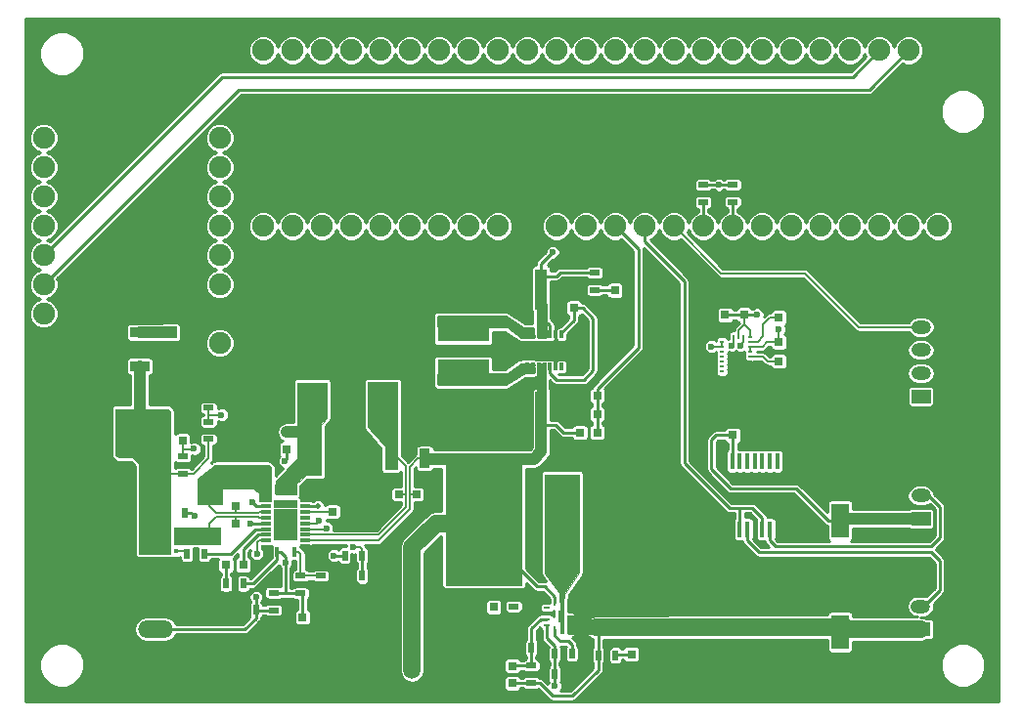
<source format=gbr>
G04 #@! TF.FileFunction,Copper,L1,Top,Signal*
%FSLAX46Y46*%
G04 Gerber Fmt 4.6, Leading zero omitted, Abs format (unit mm)*
G04 Created by KiCad (PCBNEW 4.0.2-stable) date 12/24/2016 3:16:37 PM*
%MOMM*%
G01*
G04 APERTURE LIST*
%ADD10C,0.100000*%
%ADD11R,1.250000X1.000000*%
%ADD12R,0.750000X0.800000*%
%ADD13R,1.000000X1.250000*%
%ADD14R,0.800000X0.750000*%
%ADD15R,1.600000X1.000000*%
%ADD16R,3.500120X3.500120*%
%ADD17R,0.797560X0.797560*%
%ADD18R,0.900000X0.500000*%
%ADD19R,0.500000X0.900000*%
%ADD20R,1.700000X0.900000*%
%ADD21R,0.900000X1.700000*%
%ADD22O,3.014980X1.506220*%
%ADD23R,1.600000X3.000000*%
%ADD24R,0.899160X0.300000*%
%ADD25R,0.300000X0.899160*%
%ADD26R,1.000760X0.750000*%
%ADD27R,1.000760X1.000760*%
%ADD28R,0.899160X0.238760*%
%ADD29R,0.400000X0.290000*%
%ADD30R,0.290000X0.400000*%
%ADD31R,0.400000X0.280000*%
%ADD32R,0.450000X1.450000*%
%ADD33R,1.700000X1.200000*%
%ADD34O,1.700000X1.200000*%
%ADD35R,1.240000X1.890000*%
%ADD36R,4.500000X1.800000*%
%ADD37R,2.600000X8.200000*%
%ADD38C,1.900000*%
%ADD39R,0.440000X1.240000*%
%ADD40R,0.440000X1.590000*%
%ADD41R,0.440000X3.040000*%
%ADD42R,0.440000X1.115000*%
%ADD43R,0.250000X0.600000*%
%ADD44R,0.600000X0.250000*%
%ADD45R,2.400000X2.500000*%
%ADD46R,0.350000X0.650000*%
%ADD47R,2.850000X1.580000*%
%ADD48R,0.775000X0.200000*%
%ADD49R,0.400000X0.455000*%
%ADD50R,1.050000X1.100000*%
%ADD51R,0.400000X0.850000*%
%ADD52O,1.506220X3.014980*%
%ADD53C,0.600000*%
%ADD54C,0.500000*%
%ADD55C,0.250000*%
%ADD56C,1.000000*%
%ADD57C,0.200000*%
%ADD58C,0.150000*%
%ADD59C,1.500000*%
%ADD60C,0.254000*%
G04 APERTURE END LIST*
D10*
D11*
X128143000Y-109388400D03*
X128143000Y-111388400D03*
D12*
X104444800Y-97536000D03*
X104444800Y-96036000D03*
D13*
X135510620Y-96172724D03*
X133510620Y-96172724D03*
X135510620Y-93886724D03*
X133510620Y-93886724D03*
D12*
X131394200Y-111949800D03*
X131394200Y-113449800D03*
D14*
X114845400Y-112852200D03*
X116345400Y-112852200D03*
D12*
X138320620Y-86026124D03*
X138320620Y-84526124D03*
X132994400Y-118555200D03*
X132994400Y-117055200D03*
X109067600Y-103186800D03*
X109067600Y-104686800D03*
D13*
X135485220Y-85555524D03*
X133485220Y-85555524D03*
D11*
X108661200Y-100237800D03*
X108661200Y-98237800D03*
D13*
X135485220Y-83269524D03*
X133485220Y-83269524D03*
D11*
X140284200Y-113725200D03*
X140284200Y-111725200D03*
X142443200Y-113725200D03*
X142443200Y-111725200D03*
X110769400Y-98253800D03*
X110769400Y-100253800D03*
D14*
X124702000Y-102184200D03*
X123202000Y-102184200D03*
D15*
X130149600Y-96137600D03*
X130149600Y-99137600D03*
X127685800Y-96137600D03*
X127685800Y-99137600D03*
D14*
X156082700Y-90660708D03*
X157582700Y-90660708D03*
D11*
X103378000Y-88154000D03*
X103378000Y-90154000D03*
D12*
X153073500Y-86622108D03*
X153073500Y-85122108D03*
X151422500Y-86635508D03*
X151422500Y-85135508D03*
D14*
X156082700Y-89009708D03*
X157582700Y-89009708D03*
X156082700Y-86850708D03*
X157582700Y-86850708D03*
X140348400Y-93649800D03*
X138848400Y-93649800D03*
D16*
X100690680Y-96799400D03*
X94691200Y-96799400D03*
X97690940Y-101498400D03*
D17*
X108216700Y-108305600D03*
X109715300Y-108305600D03*
X141886957Y-84503443D03*
X141886957Y-83004843D03*
X143306800Y-116039900D03*
X143306800Y-117538500D03*
D18*
X149529800Y-75373800D03*
X149529800Y-76873800D03*
X152095200Y-75348400D03*
X152095200Y-76848400D03*
X104444800Y-100380800D03*
X104444800Y-98880800D03*
D19*
X138164000Y-116001800D03*
X136664000Y-116001800D03*
D18*
X106705400Y-97397000D03*
X106705400Y-95897000D03*
X106705400Y-94691200D03*
X106705400Y-93191200D03*
X112318800Y-110730600D03*
X112318800Y-112230600D03*
D19*
X110808200Y-112217200D03*
X109308200Y-112217200D03*
X136664000Y-117754400D03*
X138164000Y-117754400D03*
D18*
X133121400Y-111899000D03*
X133121400Y-113399000D03*
X114681000Y-110757400D03*
X114681000Y-109257400D03*
X116408200Y-109257400D03*
X116408200Y-110757400D03*
D19*
X118503000Y-107492800D03*
X120003000Y-107492800D03*
X120003000Y-109245400D03*
X118503000Y-109245400D03*
X104837800Y-107340400D03*
X106337800Y-107340400D03*
X103110600Y-103759000D03*
X104610600Y-103759000D03*
X109716000Y-109931200D03*
X108216000Y-109931200D03*
D20*
X106807000Y-105488400D03*
X106807000Y-102588400D03*
D18*
X134645400Y-118529800D03*
X134645400Y-117029800D03*
D19*
X134633400Y-115493800D03*
X133133400Y-115493800D03*
D18*
X140108957Y-82978743D03*
X140108957Y-84478743D03*
D19*
X140423200Y-116128800D03*
X141923200Y-116128800D03*
D21*
X125427400Y-99085400D03*
X122527400Y-99085400D03*
D20*
X100746456Y-91067230D03*
X100746456Y-88167230D03*
D14*
X138860400Y-96824800D03*
X140360400Y-96824800D03*
X140348400Y-95250000D03*
X138848400Y-95250000D03*
D22*
X102133400Y-113868200D03*
X102133400Y-111328200D03*
D23*
X161379300Y-114120508D03*
X161379300Y-109720508D03*
X161379300Y-104468508D03*
X161379300Y-100068508D03*
D24*
X111686340Y-102194360D03*
X111686340Y-102694740D03*
X111686340Y-103195120D03*
X111686340Y-103695500D03*
X111686340Y-104195880D03*
D25*
X112636300Y-107144820D03*
X114134900Y-107144820D03*
D24*
X115084860Y-106194860D03*
X115084860Y-105694480D03*
X115084860Y-105194100D03*
X115084860Y-104693720D03*
X115084860Y-104195880D03*
D25*
X114134900Y-101744780D03*
X112636300Y-101744780D03*
D26*
X112885600Y-105814800D03*
X112885220Y-103074800D03*
X113885600Y-103074800D03*
X113885600Y-105814800D03*
D24*
X111686340Y-104693720D03*
X115084860Y-103695500D03*
D27*
X113885980Y-103944420D03*
X112885220Y-103944420D03*
D24*
X111686340Y-105194100D03*
X111686340Y-105694480D03*
X115084860Y-103195120D03*
X115084860Y-102694740D03*
D27*
X113885980Y-104945180D03*
X112885220Y-104945180D03*
D24*
X111686340Y-106194860D03*
D28*
X111686340Y-106695240D03*
D24*
X115084860Y-106695240D03*
X115084860Y-102194360D03*
D29*
X153607700Y-91535708D03*
D30*
X153027700Y-91535708D03*
X152597700Y-91535708D03*
X152167700Y-91535708D03*
X151737700Y-91535708D03*
D31*
X151157700Y-91535708D03*
X151157700Y-91105708D03*
X151157700Y-90675708D03*
X151157700Y-90245708D03*
X151157700Y-89815708D03*
X151157700Y-89385708D03*
X151157700Y-88955708D03*
X151157700Y-88525708D03*
D30*
X151737700Y-88525708D03*
X152167700Y-88525708D03*
X152597700Y-88525708D03*
X153027700Y-88525708D03*
D31*
X153607700Y-88525708D03*
X153607700Y-88955708D03*
D29*
X153607700Y-89385708D03*
X153607700Y-89815708D03*
X153607700Y-90245708D03*
X153607700Y-90675708D03*
X153607700Y-91105708D03*
D32*
X152037900Y-105218508D03*
X152687900Y-105218508D03*
X153337900Y-105218508D03*
X153987900Y-105218508D03*
X154637900Y-105218508D03*
X155287900Y-105218508D03*
X155937900Y-105218508D03*
X155937900Y-99318508D03*
X155287900Y-99318508D03*
X154637900Y-99318508D03*
X153987900Y-99318508D03*
X153337900Y-99318508D03*
X152687900Y-99318508D03*
X152037900Y-99318508D03*
D33*
X168364300Y-93683308D03*
D34*
X168364300Y-91683308D03*
X168364300Y-89683308D03*
X168364300Y-87683308D03*
X168364300Y-85683308D03*
D33*
X168338900Y-113888508D03*
D34*
X168338900Y-111888508D03*
X168338900Y-109888508D03*
D33*
X168364300Y-104300508D03*
D34*
X168364300Y-102300508D03*
X168364300Y-100300508D03*
D14*
X117436200Y-103682800D03*
X118936200Y-103682800D03*
D12*
X113461800Y-96786000D03*
X113461800Y-98286000D03*
D14*
X152094900Y-97061508D03*
X153594900Y-97061508D03*
D35*
X119845200Y-99161600D03*
X115765200Y-99161600D03*
D36*
X128744820Y-88072124D03*
X128744820Y-91372124D03*
D37*
X131718400Y-104724200D03*
X137318400Y-104724200D03*
D38*
X167309800Y-63703200D03*
X164769800Y-63703200D03*
X162229800Y-63703200D03*
X159689800Y-63703200D03*
X157149800Y-63703200D03*
X154609800Y-63703200D03*
X152069800Y-63703200D03*
X149529800Y-63703200D03*
X146989800Y-63703200D03*
X144449800Y-63703200D03*
X141909800Y-63703200D03*
X139369800Y-63703200D03*
X136829800Y-63703200D03*
X136829800Y-78943200D03*
X139369800Y-78943200D03*
X141909800Y-78943200D03*
X144449800Y-78943200D03*
X146989800Y-78943200D03*
X149529800Y-78943200D03*
X152069800Y-78943200D03*
X154609800Y-78943200D03*
X157149800Y-78943200D03*
X159689800Y-78943200D03*
X162229800Y-78943200D03*
X164769800Y-78943200D03*
X167309800Y-78943200D03*
X169849800Y-78943200D03*
X169849800Y-63703200D03*
X134289800Y-78943200D03*
X134289800Y-63703200D03*
X131749800Y-78943200D03*
X129209800Y-78943200D03*
X126669800Y-78943200D03*
X124129800Y-78943200D03*
X121589800Y-78943200D03*
X119049800Y-78943200D03*
X116509800Y-78943200D03*
X113969800Y-78943200D03*
X111429800Y-78943200D03*
X131749800Y-63703200D03*
X129209800Y-63703200D03*
X126669800Y-63703200D03*
X124129800Y-63703200D03*
X121589800Y-63703200D03*
X119049800Y-63703200D03*
X116509800Y-63703200D03*
X113969800Y-63703200D03*
X111429800Y-63703200D03*
X107670600Y-89077800D03*
X107670600Y-86537800D03*
X107670600Y-83997800D03*
X107670600Y-81457800D03*
X107670600Y-78917800D03*
X107670600Y-76377800D03*
X107670600Y-73837800D03*
X107670600Y-71297800D03*
X92430600Y-89077800D03*
X92430600Y-86537800D03*
X92430600Y-83997800D03*
X92430600Y-81457800D03*
X92430600Y-78917800D03*
X92430600Y-76377800D03*
X92430600Y-73837800D03*
X92430600Y-71297800D03*
D39*
X137923000Y-111858200D03*
D40*
X137923000Y-113483200D03*
D41*
X137323000Y-112758200D03*
D42*
X137153000Y-112758200D03*
D43*
X136678000Y-113908200D03*
X136678000Y-111608200D03*
D44*
X136003000Y-113008200D03*
X136003000Y-113508200D03*
X136003000Y-112508200D03*
X136003000Y-112008200D03*
D45*
X115695000Y-93802200D03*
X121795000Y-93802200D03*
D46*
X135772620Y-88321124D03*
X135272620Y-88321124D03*
X136272620Y-88321124D03*
X136772620Y-88321124D03*
X137272620Y-88321124D03*
X134772620Y-88321124D03*
X134272620Y-88321124D03*
X135772620Y-91121124D03*
X136272620Y-91121124D03*
X136772620Y-91121124D03*
X137272620Y-91121124D03*
X135272620Y-91121124D03*
X134772620Y-91121124D03*
X134272620Y-91121124D03*
D47*
X135772620Y-89721124D03*
D48*
X137585120Y-89951124D03*
X137585120Y-90411124D03*
X137585120Y-89491124D03*
X137585120Y-89031124D03*
X133960120Y-90411124D03*
X133960120Y-89951124D03*
X133960120Y-89491124D03*
X133960120Y-89031124D03*
D49*
X103220400Y-105274900D03*
X103220400Y-107119900D03*
D50*
X102895400Y-106197400D03*
D49*
X102570400Y-105274900D03*
X103870400Y-105274900D03*
X103870400Y-107119900D03*
X102570400Y-107119900D03*
D51*
X103870400Y-106072400D03*
D52*
X124333000Y-116636800D03*
X121793000Y-116636800D03*
D53*
X149885400Y-105156000D03*
X150037800Y-103073200D03*
X148361400Y-101346000D03*
X146989800Y-99542600D03*
X147040600Y-97053400D03*
X146964400Y-94640400D03*
X146380200Y-91973400D03*
X143916400Y-90627200D03*
X142214600Y-92329000D03*
X142113000Y-94945200D03*
X141452600Y-97815400D03*
X139750800Y-99136200D03*
X139827000Y-101447600D03*
X139852400Y-103911400D03*
X139852400Y-107340400D03*
X139903200Y-109702600D03*
X142468600Y-109855000D03*
X144043400Y-111150400D03*
X145516600Y-112014000D03*
X147904200Y-112014000D03*
X150672800Y-112115600D03*
X153670000Y-112141000D03*
X156387800Y-112191800D03*
X156362400Y-110261400D03*
X156387800Y-108153200D03*
X153695400Y-108204000D03*
X154076400Y-80975200D03*
X156540200Y-80949800D03*
X158902400Y-80949800D03*
X161163000Y-80949800D03*
X163703000Y-80975200D03*
X166395400Y-80949800D03*
X168351200Y-81965800D03*
X168376600Y-83870800D03*
X137160000Y-93649800D03*
X142925800Y-83007200D03*
X126746000Y-111353600D03*
X104800400Y-89966800D03*
X109296200Y-111074200D03*
X115874800Y-107188000D03*
X117500400Y-110744000D03*
X105613200Y-93192600D03*
X104444800Y-94996000D03*
X119989600Y-103174800D03*
X116941600Y-101854000D03*
X117602000Y-101854000D03*
X117602000Y-102514400D03*
X116941600Y-102514400D03*
X111683800Y-107289600D03*
X108889800Y-97028000D03*
X109728000Y-97028000D03*
X110566200Y-97028000D03*
X111201200Y-97028000D03*
X157569300Y-87866708D03*
X154165700Y-85123508D03*
X151168500Y-87841308D03*
X131394200Y-115341400D03*
X131394200Y-114477800D03*
X144449800Y-117551200D03*
X138150600Y-118795800D03*
X134239000Y-81686400D03*
X132707220Y-81711800D03*
X132986620Y-97696724D03*
X134002620Y-97696724D03*
X138574620Y-89721124D03*
X139209620Y-89340124D03*
X139209620Y-88578124D03*
X138574620Y-88959124D03*
X139209620Y-90102124D03*
X139209620Y-90864124D03*
X138574620Y-90483124D03*
X132478620Y-90076724D03*
X131843620Y-90051324D03*
X131843620Y-90737124D03*
X132478620Y-90737124D03*
X132478620Y-89365524D03*
X131843620Y-89365524D03*
X131843620Y-88705124D03*
X132478620Y-88705124D03*
X137304620Y-84514124D03*
X152133700Y-92311708D03*
X154673700Y-91041708D03*
X154622900Y-97061508D03*
X151955900Y-106713508D03*
X154749900Y-106586508D03*
X157035900Y-105189508D03*
X105435400Y-98247200D03*
X110515400Y-102870000D03*
X117551200Y-107492800D03*
X113360200Y-108102400D03*
D54*
X116179600Y-103200200D03*
D53*
X113309400Y-99288600D03*
X133592000Y-108635800D03*
X136677400Y-118795800D03*
X136499600Y-81203800D03*
X150876000Y-75361800D03*
X154191100Y-86596708D03*
X150228700Y-89365308D03*
X156070700Y-87866708D03*
X151955597Y-89281000D03*
X152755600Y-89281000D03*
X116281200Y-104495600D03*
X107823000Y-95300800D03*
X110820200Y-111099600D03*
X110884242Y-107316251D03*
X119227600Y-106769870D03*
X116890800Y-105119470D03*
X110312200Y-104698800D03*
X105460800Y-104063800D03*
D55*
X150037800Y-103073200D02*
X150037800Y-105003600D01*
X150037800Y-105003600D02*
X149885400Y-105156000D01*
X148361400Y-101346000D02*
X148361400Y-101396800D01*
X148361400Y-101396800D02*
X150037800Y-103073200D01*
X146989800Y-99542600D02*
X146989800Y-99974400D01*
X146989800Y-99974400D02*
X148361400Y-101346000D01*
X147040600Y-97053400D02*
X147040600Y-99491800D01*
X147040600Y-99491800D02*
X146989800Y-99542600D01*
X146964400Y-94640400D02*
X146964400Y-96977200D01*
X146964400Y-96977200D02*
X147040600Y-97053400D01*
X146380200Y-91973400D02*
X146964400Y-92557600D01*
X146964400Y-92557600D02*
X146964400Y-94640400D01*
X144830800Y-83362800D02*
X144830800Y-90424000D01*
X144830800Y-90424000D02*
X146380200Y-91973400D01*
X144830800Y-85852000D02*
X144830800Y-83362800D01*
X144805400Y-88315800D02*
X144805400Y-85877400D01*
X144805400Y-85877400D02*
X144830800Y-85852000D01*
X143916400Y-90627200D02*
X144805400Y-89738200D01*
X144805400Y-89738200D02*
X144805400Y-88315800D01*
X142214600Y-92329000D02*
X143916400Y-90627200D01*
X142113000Y-94945200D02*
X142113000Y-92430600D01*
X142113000Y-92430600D02*
X142214600Y-92329000D01*
X141452600Y-97815400D02*
X142113000Y-97155000D01*
X142113000Y-97155000D02*
X142113000Y-94945200D01*
X139750800Y-99136200D02*
X140131800Y-99136200D01*
X140131800Y-99136200D02*
X141452600Y-97815400D01*
X139827000Y-101447600D02*
X139827000Y-99212400D01*
X139827000Y-99212400D02*
X139750800Y-99136200D01*
X139852400Y-103911400D02*
X139852400Y-101473000D01*
X139852400Y-101473000D02*
X139827000Y-101447600D01*
X139852400Y-107340400D02*
X139852400Y-103911400D01*
X139903200Y-109702600D02*
X139903200Y-107391200D01*
X139903200Y-107391200D02*
X139852400Y-107340400D01*
X142468600Y-109855000D02*
X140055600Y-109855000D01*
X140055600Y-109855000D02*
X139903200Y-109702600D01*
X144043400Y-111150400D02*
X143764000Y-111150400D01*
X143764000Y-111150400D02*
X142468600Y-109855000D01*
X145516600Y-112014000D02*
X144907000Y-112014000D01*
X144907000Y-112014000D02*
X144043400Y-111150400D01*
X147904200Y-112014000D02*
X145516600Y-112014000D01*
X150672800Y-112115600D02*
X148005800Y-112115600D01*
X148005800Y-112115600D02*
X147904200Y-112014000D01*
X153670000Y-112141000D02*
X150698200Y-112141000D01*
X150698200Y-112141000D02*
X150672800Y-112115600D01*
X156387800Y-112191800D02*
X153720800Y-112191800D01*
X153720800Y-112191800D02*
X153670000Y-112141000D01*
X156362400Y-110261400D02*
X156362400Y-112166400D01*
X156362400Y-112166400D02*
X156387800Y-112191800D01*
X156387800Y-108153200D02*
X156387800Y-110236000D01*
X156387800Y-110236000D02*
X156362400Y-110261400D01*
X153695400Y-108204000D02*
X156337000Y-108204000D01*
X156337000Y-108204000D02*
X156387800Y-108153200D01*
X151955900Y-106713508D02*
X152204908Y-106713508D01*
X152204908Y-106713508D02*
X153695400Y-108204000D01*
X156540200Y-80949800D02*
X154101800Y-80949800D01*
X154101800Y-80949800D02*
X154076400Y-80975200D01*
X158902400Y-80949800D02*
X156540200Y-80949800D01*
X161163000Y-80949800D02*
X158902400Y-80949800D01*
X163703000Y-80975200D02*
X161188400Y-80975200D01*
X161188400Y-80975200D02*
X161163000Y-80949800D01*
X166395400Y-80949800D02*
X163728400Y-80949800D01*
X163728400Y-80949800D02*
X163703000Y-80975200D01*
X168351200Y-81965800D02*
X167411400Y-81965800D01*
X167411400Y-81965800D02*
X166395400Y-80949800D01*
X168376600Y-83870800D02*
X168376600Y-81991200D01*
X168376600Y-81991200D02*
X168351200Y-81965800D01*
X168364300Y-85683308D02*
X168364300Y-83883100D01*
X168364300Y-83883100D02*
X168376600Y-83870800D01*
X138848400Y-93649800D02*
X137160000Y-93649800D01*
X138848400Y-95250000D02*
X138848400Y-93649800D01*
X141886957Y-83004843D02*
X142923443Y-83004843D01*
X142923443Y-83004843D02*
X142925800Y-83007200D01*
X128143000Y-111388400D02*
X126780800Y-111388400D01*
X126780800Y-111388400D02*
X126746000Y-111353600D01*
D56*
X103378000Y-90154000D02*
X104809800Y-90154000D01*
D55*
X104809800Y-90154000D02*
X104825800Y-90170000D01*
X106654600Y-112217200D02*
X105765600Y-111328200D01*
X105765600Y-111328200D02*
X102133400Y-111328200D01*
X109308200Y-112217200D02*
X106654600Y-112217200D01*
X109308200Y-112217200D02*
X109308200Y-111086200D01*
X109308200Y-111086200D02*
X109296200Y-111074200D01*
X118503000Y-109245400D02*
X118503000Y-109741400D01*
X118503000Y-109741400D02*
X117500400Y-110744000D01*
D57*
X115084860Y-106695240D02*
X115382040Y-106695240D01*
X115382040Y-106695240D02*
X115874800Y-107188000D01*
D55*
X116408200Y-110757400D02*
X117487000Y-110757400D01*
D57*
X117487000Y-110757400D02*
X117500400Y-110744000D01*
D55*
X116345400Y-112852200D02*
X116345400Y-110820200D01*
D57*
X116345400Y-110820200D02*
X116408200Y-110757400D01*
X106705400Y-93191200D02*
X105614600Y-93191200D01*
X105614600Y-93191200D02*
X105613200Y-93192600D01*
X104444800Y-96036000D02*
X104444800Y-94996000D01*
X118936200Y-103682800D02*
X119481600Y-103682800D01*
X119481600Y-103682800D02*
X119989600Y-103174800D01*
X117602000Y-101854000D02*
X116941600Y-101854000D01*
X117602000Y-102514400D02*
X117602000Y-101854000D01*
X116941600Y-102514400D02*
X117602000Y-102514400D01*
X115084860Y-102194360D02*
X116621560Y-102194360D01*
X116621560Y-102194360D02*
X116941600Y-102514400D01*
D55*
X111686340Y-106695240D02*
X111686340Y-107287060D01*
X111686340Y-107287060D02*
X111683800Y-107289600D01*
D58*
X108661200Y-97028000D02*
X108661200Y-98237800D01*
X109296200Y-97028000D02*
X108661200Y-97028000D01*
X109931200Y-97028000D02*
X109296200Y-97028000D01*
X110566200Y-97028000D02*
X109931200Y-97028000D01*
X111201200Y-97028000D02*
X110566200Y-97028000D01*
X110769400Y-98253800D02*
X110769400Y-97459800D01*
X110769400Y-97459800D02*
X111201200Y-97028000D01*
D55*
X157569300Y-87866708D02*
X157569300Y-88996308D01*
X157569300Y-88996308D02*
X157582700Y-89009708D01*
X157582700Y-86850708D02*
X157582700Y-87853308D01*
X157582700Y-87853308D02*
X157569300Y-87866708D01*
X157582700Y-90660708D02*
X157582700Y-89009708D01*
X153073500Y-85122108D02*
X154164300Y-85122108D01*
X154164300Y-85122108D02*
X154165700Y-85123508D01*
X151422500Y-85135508D02*
X153060100Y-85135508D01*
X153060100Y-85135508D02*
X153073500Y-85122108D01*
D58*
X151157700Y-88525708D02*
X151157700Y-87852108D01*
X151157700Y-87852108D02*
X151168500Y-87841308D01*
D55*
X131394200Y-114477800D02*
X131394200Y-115341400D01*
X131394200Y-113449800D02*
X131394200Y-114477800D01*
X133121400Y-113399000D02*
X131445000Y-113399000D01*
X131445000Y-113399000D02*
X131394200Y-113449800D01*
X133133400Y-115493800D02*
X133133400Y-113411000D01*
X133133400Y-113411000D02*
X133121400Y-113399000D01*
X135192600Y-112508200D02*
X134301800Y-113399000D01*
X134301800Y-113399000D02*
X133121400Y-113399000D01*
X136003000Y-112508200D02*
X135192600Y-112508200D01*
X143306800Y-117538500D02*
X144437100Y-117538500D01*
X144437100Y-117538500D02*
X144449800Y-117551200D01*
X138164000Y-117754400D02*
X138164000Y-118782400D01*
X138164000Y-118782400D02*
X138150600Y-118795800D01*
D56*
X134231220Y-81618524D02*
X132707220Y-81618524D01*
D55*
X133485220Y-82396524D02*
X133485220Y-82364524D01*
D56*
X133485220Y-82364524D02*
X134231220Y-81618524D01*
X133485220Y-83269524D02*
X133485220Y-82396524D01*
X133485220Y-82396524D02*
X132707220Y-81618524D01*
X133485220Y-85555524D02*
X133485220Y-83269524D01*
X132986620Y-97696724D02*
X134002620Y-97696724D01*
D58*
X133510620Y-97204724D02*
X133478620Y-97204724D01*
D56*
X133478620Y-97204724D02*
X132986620Y-97696724D01*
X133510620Y-96172724D02*
X133510620Y-97204724D01*
X133510620Y-97204724D02*
X134002620Y-97696724D01*
X133510620Y-93886724D02*
X133510620Y-94661724D01*
X133510620Y-94661724D02*
X133510620Y-96172724D01*
D58*
X139209620Y-89340124D02*
X138955620Y-89340124D01*
X138955620Y-89340124D02*
X138574620Y-89721124D01*
X139209620Y-88578124D02*
X139209620Y-89340124D01*
X138574620Y-88959124D02*
X138828620Y-88959124D01*
X138828620Y-88959124D02*
X139209620Y-88578124D01*
X137585120Y-89491124D02*
X138042620Y-89491124D01*
X138042620Y-89491124D02*
X138574620Y-88959124D01*
X139209620Y-90864124D02*
X139209620Y-90102124D01*
X138574620Y-90483124D02*
X138828620Y-90483124D01*
X138828620Y-90483124D02*
X139209620Y-90864124D01*
X137585120Y-89951124D02*
X138042620Y-89951124D01*
X138042620Y-89951124D02*
X138574620Y-90483124D01*
X131843620Y-90102124D02*
X132478620Y-90102124D01*
X131843620Y-90737124D02*
X131843620Y-90102124D01*
X132478620Y-90737124D02*
X131843620Y-90737124D01*
X133960120Y-89951124D02*
X133264620Y-89951124D01*
X133264620Y-89951124D02*
X132478620Y-90737124D01*
X131843620Y-89340124D02*
X132478620Y-89340124D01*
X131843620Y-88705124D02*
X131843620Y-89340124D01*
X132478620Y-88705124D02*
X131843620Y-88705124D01*
X133960120Y-89491124D02*
X133672620Y-89491124D01*
X133672620Y-89491124D02*
X132886620Y-88705124D01*
X132886620Y-88705124D02*
X132478620Y-88705124D01*
X135772620Y-89721124D02*
X135958420Y-89721124D01*
X135958420Y-89721124D02*
X136772620Y-88906924D01*
X136772620Y-88906924D02*
X136772620Y-88321124D01*
X133960120Y-89031124D02*
X135082620Y-89031124D01*
X135082620Y-89031124D02*
X135772620Y-89721124D01*
X133960120Y-89491124D02*
X135542620Y-89491124D01*
X135542620Y-89491124D02*
X135772620Y-89721124D01*
X133960120Y-90411124D02*
X135082620Y-90411124D01*
X135082620Y-90411124D02*
X135772620Y-89721124D01*
X133960120Y-89951124D02*
X135542620Y-89951124D01*
X135542620Y-89951124D02*
X135772620Y-89721124D01*
X137585120Y-89031124D02*
X136462620Y-89031124D01*
X136462620Y-89031124D02*
X135772620Y-89721124D01*
X137585120Y-89491124D02*
X136002620Y-89491124D01*
X136002620Y-89491124D02*
X135772620Y-89721124D01*
X137585120Y-89951124D02*
X136002620Y-89951124D01*
X136002620Y-89951124D02*
X135772620Y-89721124D01*
X137585120Y-90411124D02*
X136462620Y-90411124D01*
X136462620Y-90411124D02*
X135772620Y-89721124D01*
D55*
X135772620Y-89467124D02*
X136776619Y-90471123D01*
X136776619Y-90471123D02*
X136697619Y-90471123D01*
X136697619Y-90471123D02*
X136772620Y-90546124D01*
X136772620Y-90546124D02*
X136772620Y-91121124D01*
X138320620Y-84526124D02*
X137316620Y-84526124D01*
X137316620Y-84526124D02*
X137304620Y-84514124D01*
D58*
X151737700Y-88525708D02*
X151157700Y-88525708D01*
D55*
X152167700Y-91535708D02*
X152167700Y-92277708D01*
X152167700Y-92277708D02*
X152133700Y-92311708D01*
X153607700Y-91105708D02*
X154609700Y-91105708D01*
X154609700Y-91105708D02*
X154673700Y-91041708D01*
X153607700Y-91105708D02*
X153607700Y-90715709D01*
X153027700Y-91535708D02*
X153607700Y-91535708D01*
X153027700Y-91535708D02*
X152597700Y-91535708D01*
X152167700Y-91535708D02*
X152597700Y-91535708D01*
X151737700Y-91535708D02*
X152167700Y-91535708D01*
X153607700Y-91535708D02*
X153607700Y-91105708D01*
X153594900Y-97061508D02*
X154622900Y-97061508D01*
X152037900Y-105218508D02*
X152037900Y-106631508D01*
X152037900Y-106631508D02*
X151955900Y-106713508D01*
X153987900Y-105218508D02*
X153987900Y-106193508D01*
X153987900Y-106193508D02*
X154380900Y-106586508D01*
X154380900Y-106586508D02*
X154749900Y-106586508D01*
X155937900Y-105218508D02*
X157006900Y-105218508D01*
X157006900Y-105218508D02*
X157035900Y-105189508D01*
D56*
X168364300Y-100300508D02*
X161611300Y-100300508D01*
D55*
X161611300Y-100300508D02*
X161379300Y-100068508D01*
D56*
X168338900Y-109888508D02*
X161547300Y-109888508D01*
D55*
X161547300Y-109888508D02*
X161379300Y-109720508D01*
D57*
X104444800Y-98272600D02*
X104444800Y-98880800D01*
X104444800Y-97536000D02*
X104444800Y-98272600D01*
X104444800Y-98272600D02*
X105410000Y-98272600D01*
X105410000Y-98272600D02*
X105435400Y-98247200D01*
D55*
X111686340Y-103195120D02*
X110840520Y-103195120D01*
X110840520Y-103195120D02*
X110515400Y-102870000D01*
X112995600Y-110757400D02*
X113385600Y-110757400D01*
X113385600Y-110757400D02*
X113754600Y-110757400D01*
X113360200Y-110732000D02*
X113385600Y-110757400D01*
X113360200Y-108102400D02*
X113360200Y-110732000D01*
X112318800Y-110730600D02*
X112968800Y-110730600D01*
X112968800Y-110730600D02*
X112995600Y-110757400D01*
X117551200Y-107492800D02*
X118503000Y-107492800D01*
X113360200Y-107568720D02*
X113360200Y-108102400D01*
X113754600Y-110757400D02*
X114031000Y-110757400D01*
X112636300Y-107144820D02*
X112936300Y-107144820D01*
X112936300Y-107144820D02*
X113360200Y-107568720D01*
X112636300Y-107844400D02*
X111844900Y-108635800D01*
X111844900Y-108635800D02*
X110549500Y-109931200D01*
X114681000Y-110757400D02*
X114031000Y-110757400D01*
D57*
X111909400Y-108635800D02*
X111844900Y-108635800D01*
D55*
X114845400Y-112852200D02*
X114845400Y-110921800D01*
D57*
X114845400Y-110921800D02*
X114681000Y-110757400D01*
D55*
X112636300Y-107144820D02*
X112636300Y-107844400D01*
X110549500Y-109931200D02*
X110216000Y-109931200D01*
X110216000Y-109931200D02*
X109716000Y-109931200D01*
X138320620Y-86026124D02*
X138320620Y-87123124D01*
X137272620Y-88171124D02*
X137272620Y-88321124D01*
X138320620Y-87123124D02*
X137272620Y-88171124D01*
X139997020Y-86952524D02*
X139070620Y-86026124D01*
X139070620Y-86026124D02*
X138320620Y-86026124D01*
X139997020Y-91448324D02*
X139997020Y-86952524D01*
X139184220Y-92261124D02*
X139997020Y-91448324D01*
X136837620Y-92261124D02*
X139184220Y-92261124D01*
X136272620Y-91121124D02*
X136272620Y-91696124D01*
X136272620Y-91696124D02*
X136837620Y-92261124D01*
X134645400Y-114781800D02*
X134645400Y-113815800D01*
X134645400Y-113815800D02*
X135453000Y-113008200D01*
X135453000Y-113008200D02*
X136003000Y-113008200D01*
X134633400Y-115493800D02*
X134633400Y-114793800D01*
X134633400Y-114793800D02*
X134645400Y-114781800D01*
X134645400Y-117029800D02*
X133019800Y-117029800D01*
X133019800Y-117029800D02*
X132994400Y-117055200D01*
X134633400Y-115493800D02*
X134633400Y-117017800D01*
X134633400Y-117017800D02*
X134645400Y-117029800D01*
D58*
X108661200Y-100237800D02*
X108536200Y-100237800D01*
X108536200Y-100237800D02*
X106807000Y-101967000D01*
X106807000Y-101967000D02*
X106807000Y-101988400D01*
X106807000Y-101988400D02*
X106807000Y-102588400D01*
X110769400Y-100253800D02*
X108677200Y-100253800D01*
X108677200Y-100253800D02*
X108661200Y-100237800D01*
X111686340Y-102194360D02*
X111686340Y-101045740D01*
X111686340Y-101045740D02*
X110894400Y-100253800D01*
X110894400Y-100253800D02*
X110769400Y-100253800D01*
X111686340Y-102694740D02*
X111686340Y-102194360D01*
X111017670Y-103764590D02*
X109093000Y-103764590D01*
X109093000Y-103764590D02*
X107383190Y-103764590D01*
X109067600Y-103186800D02*
X109067600Y-103739190D01*
X109067600Y-103739190D02*
X109093000Y-103764590D01*
X111686340Y-103695500D02*
X111086760Y-103695500D01*
X111086760Y-103695500D02*
X111017670Y-103764590D01*
X107383190Y-103764590D02*
X106807000Y-103188400D01*
X106807000Y-103188400D02*
X106807000Y-102588400D01*
D55*
X103870400Y-106072400D02*
X103870400Y-105274900D01*
X105026800Y-105488400D02*
X104442800Y-106072400D01*
X104442800Y-106072400D02*
X103870400Y-106072400D01*
X106807000Y-105488400D02*
X105026800Y-105488400D01*
D58*
X111005480Y-104114600D02*
X109093000Y-104114600D01*
X109093000Y-104114600D02*
X107391200Y-104114600D01*
X109067600Y-104686800D02*
X109067600Y-104136800D01*
X109067600Y-104136800D02*
X109089800Y-104114600D01*
X109089800Y-104114600D02*
X109093000Y-104114600D01*
X111686340Y-104195880D02*
X111086760Y-104195880D01*
X111086760Y-104195880D02*
X111005480Y-104114600D01*
X107391200Y-104114600D02*
X106807000Y-104698800D01*
X106807000Y-104698800D02*
X106807000Y-105488400D01*
D57*
X115084860Y-103695500D02*
X115734440Y-103695500D01*
X115734440Y-103695500D02*
X115789141Y-103750201D01*
X116836200Y-103682800D02*
X117436200Y-103682800D01*
X115789141Y-103750201D02*
X116768799Y-103750201D01*
X116768799Y-103750201D02*
X116836200Y-103682800D01*
D55*
X114947000Y-96786000D02*
X115765200Y-97604200D01*
X115765200Y-97604200D02*
X115765200Y-99161600D01*
D56*
X113461800Y-96786000D02*
X114947000Y-96786000D01*
D55*
X116179600Y-103200200D02*
X115089940Y-103200200D01*
X115089940Y-103200200D02*
X115084860Y-103195120D01*
X113461800Y-98286000D02*
X113461800Y-99136200D01*
X113461800Y-99136200D02*
X113309400Y-99288600D01*
X137388600Y-96824800D02*
X136736524Y-96172724D01*
X136736524Y-96172724D02*
X135510620Y-96172724D01*
X138860400Y-96824800D02*
X137388600Y-96824800D01*
D59*
X131718400Y-104724200D02*
X126391810Y-104724200D01*
X126391810Y-104724200D02*
X124333000Y-106783010D01*
X124333000Y-106783010D02*
X124333000Y-116636800D01*
D55*
X125479600Y-99137600D02*
X125427400Y-99085400D01*
D56*
X127685800Y-99137600D02*
X125479600Y-99137600D01*
X130149600Y-99137600D02*
X127685800Y-99137600D01*
X135510620Y-98474180D02*
X134847200Y-99137600D01*
X134847200Y-99137600D02*
X130149600Y-99137600D01*
X135510620Y-95918724D02*
X135510620Y-98474180D01*
D58*
X124124210Y-99788590D02*
X124124210Y-102184200D01*
X124124210Y-102184200D02*
X124124210Y-103472178D01*
X124702000Y-102184200D02*
X124152000Y-102184200D01*
X124152000Y-102184200D02*
X124124210Y-102184200D01*
X124124210Y-103472178D02*
X121401528Y-106194860D01*
X121401528Y-106194860D02*
X115084860Y-106194860D01*
X125427400Y-99085400D02*
X124827400Y-99085400D01*
X124827400Y-99085400D02*
X124124210Y-99788590D01*
D55*
X135772620Y-90994124D02*
X135772620Y-93624724D01*
X135772620Y-93624724D02*
X135510620Y-93886724D01*
X135272620Y-91121124D02*
X135772620Y-91121124D01*
D56*
X135510620Y-93886724D02*
X135510620Y-96172724D01*
D55*
X135128000Y-110171800D02*
X133592000Y-108635800D01*
X133592000Y-108635800D02*
X131718400Y-106762200D01*
X136664000Y-117754400D02*
X136664000Y-118782400D01*
X136664000Y-118782400D02*
X136677400Y-118795800D01*
X136678000Y-111608200D02*
X136678000Y-111058200D01*
X135791600Y-110171800D02*
X135128000Y-110171800D01*
X136678000Y-111058200D02*
X135791600Y-110171800D01*
X131718400Y-106762200D02*
X131718400Y-104724200D01*
X131718400Y-104724200D02*
X130168400Y-104724200D01*
X129965200Y-105689400D02*
X128143000Y-107511600D01*
X128143000Y-107511600D02*
X128143000Y-108638400D01*
X128143000Y-108638400D02*
X128143000Y-109388400D01*
X135991600Y-114629400D02*
X136003000Y-114618000D01*
X136003000Y-114618000D02*
X136003000Y-113508200D01*
X136664000Y-116001800D02*
X136664000Y-115301800D01*
X136664000Y-115301800D02*
X135991600Y-114629400D01*
X136664000Y-117754400D02*
X136664000Y-116001800D01*
D58*
X153607700Y-90245708D02*
X154728702Y-90245708D01*
X154728702Y-90245708D02*
X155143702Y-90660708D01*
X155143702Y-90660708D02*
X156082700Y-90660708D01*
D56*
X100746456Y-88167230D02*
X103364770Y-88167230D01*
D55*
X103364770Y-88167230D02*
X103378000Y-88154000D01*
X135485220Y-87326820D02*
X135485220Y-86614000D01*
X135485220Y-86614000D02*
X135485220Y-85555524D01*
X135272620Y-88321124D02*
X135272620Y-87746124D01*
X135272620Y-87746124D02*
X135485220Y-87533524D01*
X135485220Y-87533524D02*
X135485220Y-86614000D01*
X135772620Y-88321124D02*
X135272620Y-88321124D01*
X135485220Y-83269524D02*
X135485220Y-82218180D01*
X135485220Y-82218180D02*
X136499600Y-81203800D01*
X135534400Y-87376000D02*
X135485220Y-87326820D01*
X136093200Y-87376000D02*
X135534400Y-87376000D01*
X136272620Y-87555420D02*
X136093200Y-87376000D01*
X136272620Y-88321124D02*
X136272620Y-87555420D01*
D56*
X135485220Y-83269524D02*
X135485220Y-85555524D01*
D55*
X140108957Y-82978743D02*
X139408957Y-82978743D01*
X139408957Y-82978743D02*
X139405900Y-82981800D01*
X136846876Y-83269524D02*
X135485220Y-83269524D01*
X139405900Y-82981800D02*
X137134600Y-82981800D01*
X137134600Y-82981800D02*
X136846876Y-83269524D01*
X150876000Y-75361800D02*
X149541800Y-75361800D01*
X149541800Y-75361800D02*
X149529800Y-75373800D01*
X152095200Y-75348400D02*
X150889400Y-75348400D01*
X150889400Y-75348400D02*
X150876000Y-75361800D01*
X149555200Y-75348400D02*
X149529800Y-75373800D01*
X153073500Y-86622108D02*
X154165700Y-86622108D01*
X154165700Y-86622108D02*
X154191100Y-86596708D01*
D58*
X151157700Y-89385708D02*
X150249100Y-89385708D01*
X150249100Y-89385708D02*
X150228700Y-89365308D01*
X151157700Y-88955708D02*
X151157700Y-89385708D01*
X153606900Y-88234908D02*
X153606900Y-87993708D01*
X153606900Y-87993708D02*
X153073500Y-87460308D01*
X153607700Y-88525708D02*
X153607700Y-88235708D01*
X153607700Y-88235708D02*
X153606900Y-88234908D01*
X152607699Y-87926109D02*
X153073500Y-87460308D01*
D57*
X153073500Y-87460308D02*
X153073500Y-86622108D01*
D58*
X152597700Y-88525708D02*
X152597700Y-88342508D01*
X152597700Y-88342508D02*
X152607699Y-88332509D01*
X152607699Y-88332509D02*
X152607699Y-87926109D01*
D55*
X151422500Y-86635508D02*
X153060100Y-86635508D01*
X153060100Y-86635508D02*
X153073500Y-86622108D01*
D57*
X156082700Y-89009708D02*
X156082700Y-87878708D01*
X156082700Y-87878708D02*
X156070700Y-87866708D01*
D58*
X154678700Y-89385708D02*
X155054700Y-89009708D01*
X155054700Y-89009708D02*
X156082700Y-89009708D01*
X153607700Y-89385708D02*
X154678700Y-89385708D01*
X153607700Y-89385708D02*
X153607700Y-89815708D01*
X154673700Y-87485708D02*
X155308700Y-86850708D01*
X155308700Y-86850708D02*
X156082700Y-86850708D01*
X154673700Y-88501708D02*
X154673700Y-87485708D01*
X154234699Y-88940709D02*
X154673700Y-88501708D01*
X153607700Y-88955708D02*
X153838700Y-88955708D01*
X153838700Y-88955708D02*
X153853699Y-88940709D01*
X153853699Y-88940709D02*
X154234699Y-88940709D01*
D55*
X143916400Y-89456800D02*
X143916400Y-80949800D01*
X143916400Y-80949800D02*
X141909800Y-78943200D01*
X140348400Y-93649800D02*
X140348400Y-93024800D01*
X140348400Y-93024800D02*
X143916400Y-89456800D01*
X140348400Y-95250000D02*
X140348400Y-93649800D01*
X140360400Y-96824800D02*
X140360400Y-95262000D01*
X140360400Y-95262000D02*
X140348400Y-95250000D01*
X108216700Y-108305600D02*
X108216700Y-109930500D01*
X108216700Y-109930500D02*
X108216000Y-109931200D01*
X111686340Y-105694480D02*
X110986760Y-105694480D01*
X110986760Y-105694480D02*
X109715300Y-106965940D01*
X109715300Y-106965940D02*
X109715300Y-107124500D01*
X109715300Y-108305600D02*
X109715300Y-107124500D01*
X140108957Y-84478743D02*
X141862257Y-84478743D01*
X141862257Y-84478743D02*
X141886957Y-84503443D01*
X143306800Y-116039900D02*
X142088300Y-116039900D01*
X142088300Y-116039900D02*
X141923200Y-116205000D01*
X149529800Y-76873800D02*
X149529800Y-78943200D01*
D58*
X152167700Y-88525708D02*
X152167700Y-89068897D01*
X152167700Y-89068897D02*
X151955597Y-89281000D01*
D55*
X152069800Y-78943200D02*
X152069800Y-76848400D01*
D58*
X153027700Y-88525708D02*
X153027700Y-89008900D01*
X153027700Y-89008900D02*
X152755600Y-89281000D01*
D57*
X104444800Y-100380800D02*
X105384600Y-100380800D01*
X105384600Y-100380800D02*
X106705400Y-99060000D01*
X106705400Y-99060000D02*
X106705400Y-97397000D01*
X104444800Y-100380800D02*
X102322020Y-100380800D01*
X102322020Y-100380800D02*
X100690680Y-98749460D01*
X100690680Y-98749460D02*
X100690680Y-96799400D01*
D56*
X100746456Y-91067230D02*
X100746456Y-96743624D01*
D57*
X100746456Y-96743624D02*
X100690680Y-96799400D01*
D55*
X137845800Y-114909600D02*
X138164000Y-115227800D01*
X138164000Y-115227800D02*
X138164000Y-116001800D01*
X137129400Y-114909600D02*
X137845800Y-114909600D01*
X136678000Y-113908200D02*
X136678000Y-114458200D01*
X136678000Y-114458200D02*
X137129400Y-114909600D01*
D57*
X116281200Y-104495600D02*
X116083080Y-104693720D01*
X116083080Y-104693720D02*
X115084860Y-104693720D01*
X106705400Y-95300800D02*
X106705400Y-94691200D01*
X106705400Y-95897000D02*
X106705400Y-95300800D01*
X106705400Y-95300800D02*
X107823000Y-95300800D01*
D55*
X110808200Y-112217200D02*
X110808200Y-112917200D01*
X110808200Y-112917200D02*
X109857200Y-113868200D01*
X109857200Y-113868200D02*
X103890890Y-113868200D01*
X103890890Y-113868200D02*
X102133400Y-113868200D01*
X110808200Y-112217200D02*
X110808200Y-111111600D01*
X110808200Y-111111600D02*
X110820200Y-111099600D01*
X112318800Y-112230600D02*
X110821600Y-112230600D01*
X110821600Y-112230600D02*
X110808200Y-112217200D01*
D57*
X111087434Y-106194860D02*
X110936759Y-106345535D01*
X110936759Y-106345535D02*
X110936759Y-107263734D01*
X110936759Y-107263734D02*
X110884242Y-107316251D01*
X111686340Y-106194860D02*
X111087434Y-106194860D01*
X114681000Y-109257400D02*
X114681000Y-107340920D01*
X114681000Y-107340920D02*
X114484900Y-107144820D01*
X114484900Y-107144820D02*
X114134900Y-107144820D01*
X116408200Y-109257400D02*
X114681000Y-109257400D01*
X120003000Y-106959400D02*
X120003000Y-107492800D01*
X119227600Y-106769870D02*
X119813470Y-106769870D01*
X119813470Y-106769870D02*
X120003000Y-106959400D01*
X115084860Y-105194100D02*
X116816170Y-105194100D01*
X116816170Y-105194100D02*
X116890800Y-105119470D01*
D55*
X120015000Y-107213400D02*
X120015000Y-109499400D01*
D57*
X103870400Y-107119900D02*
X104617300Y-107119900D01*
X104617300Y-107119900D02*
X104837800Y-107340400D01*
D55*
X111686340Y-105194100D02*
X110741902Y-105194100D01*
X108356400Y-107340400D02*
X106837800Y-107340400D01*
X110741902Y-105194100D02*
X108595602Y-107340400D01*
X108595602Y-107340400D02*
X108356400Y-107340400D01*
X106837800Y-107340400D02*
X106337800Y-107340400D01*
X110464600Y-104698800D02*
X110693200Y-104698800D01*
X110693200Y-104698800D02*
X111681260Y-104698800D01*
X110312200Y-104698800D02*
X110693200Y-104698800D01*
X111681260Y-104698800D02*
X111686340Y-104693720D01*
X104610600Y-103759000D02*
X105156000Y-103759000D01*
X105156000Y-103759000D02*
X105460800Y-104063800D01*
X150241000Y-97459800D02*
X150639292Y-97061508D01*
X150639292Y-97061508D02*
X152094900Y-97061508D01*
X150241000Y-99999800D02*
X150241000Y-97459800D01*
X151917400Y-101676200D02*
X150241000Y-99999800D01*
X157536992Y-101676200D02*
X151917400Y-101676200D01*
X161379300Y-104468508D02*
X160329300Y-104468508D01*
X160329300Y-104468508D02*
X157536992Y-101676200D01*
D59*
X146454708Y-113714108D02*
X146465800Y-113725200D01*
X146465800Y-113725200D02*
X142443200Y-113725200D01*
X161785700Y-113714108D02*
X146454708Y-113714108D01*
X140284200Y-113725200D02*
X142443200Y-113725200D01*
D55*
X140284200Y-113725200D02*
X138165000Y-113725200D01*
X138165000Y-113725200D02*
X137923000Y-113483200D01*
X133656210Y-118529800D02*
X133630810Y-118555200D01*
X133630810Y-118555200D02*
X132994400Y-118555200D01*
X134645400Y-118529800D02*
X133656210Y-118529800D01*
X138212002Y-119659400D02*
X136475000Y-119659400D01*
X136475000Y-119659400D02*
X135345400Y-118529800D01*
X135345400Y-118529800D02*
X134645400Y-118529800D01*
X140423200Y-116128800D02*
X140423200Y-117448202D01*
X140423200Y-117448202D02*
X138212002Y-119659400D01*
X140423200Y-116128800D02*
X140423200Y-113864200D01*
X140423200Y-113864200D02*
X140284200Y-113725200D01*
X152094900Y-97061508D02*
X152094900Y-99261508D01*
X152094900Y-99261508D02*
X152037900Y-99318508D01*
D56*
X168364300Y-104300508D02*
X161547300Y-104300508D01*
D55*
X161547300Y-104300508D02*
X161379300Y-104468508D01*
D59*
X168338900Y-113888508D02*
X161611300Y-113888508D01*
D55*
X161611300Y-113888508D02*
X161785700Y-113714108D01*
X134272620Y-88321124D02*
X133847620Y-88321124D01*
X132733020Y-87206524D02*
X130853020Y-87206524D01*
X133847620Y-88321124D02*
X132733020Y-87206524D01*
X130853020Y-87206524D02*
X129987420Y-88072124D01*
X129987420Y-88072124D02*
X128744820Y-88072124D01*
X134772620Y-88321124D02*
X134272620Y-88321124D01*
X128744820Y-88072124D02*
X129047620Y-88072124D01*
X129047620Y-88072124D02*
X129760820Y-87358924D01*
X134272620Y-88171124D02*
X134272620Y-88321124D01*
X131157820Y-92184924D02*
X130345020Y-91372124D01*
X130345020Y-91372124D02*
X128744820Y-91372124D01*
X132504020Y-92184924D02*
X131157820Y-92184924D01*
X133062820Y-91626124D02*
X132504020Y-92184924D01*
X133342620Y-91626124D02*
X133062820Y-91626124D01*
X134272620Y-91121124D02*
X133847620Y-91121124D01*
X133847620Y-91121124D02*
X133342620Y-91626124D01*
X134772620Y-91121124D02*
X134272620Y-91121124D01*
X151790400Y-103378000D02*
X152679400Y-103378000D01*
X152679400Y-103378000D02*
X153772392Y-103378000D01*
X152687900Y-105218508D02*
X152687900Y-104243508D01*
X152687900Y-104243508D02*
X152679400Y-104235008D01*
X152679400Y-104235008D02*
X152679400Y-103378000D01*
X153772392Y-103378000D02*
X154637900Y-104243508D01*
X154637900Y-104243508D02*
X154637900Y-105218508D01*
X147878800Y-99466400D02*
X151790400Y-103378000D01*
X147878800Y-83715702D02*
X147878800Y-99466400D01*
X144449800Y-78943200D02*
X144449800Y-80286702D01*
X144449800Y-80286702D02*
X147878800Y-83715702D01*
X153337900Y-105218508D02*
X153337900Y-106193508D01*
X153337900Y-106193508D02*
X154365900Y-107221508D01*
X154365900Y-107221508D02*
X169253300Y-107221508D01*
X169253300Y-107221508D02*
X170015300Y-107983508D01*
X170015300Y-107983508D02*
X170015300Y-110462108D01*
X170015300Y-110462108D02*
X168588900Y-111888508D01*
X168588900Y-111888508D02*
X168338900Y-111888508D01*
X169253300Y-106713508D02*
X155807900Y-106713508D01*
X155287900Y-105218508D02*
X155287900Y-106193508D01*
X170015300Y-103284508D02*
X169031300Y-102300508D01*
X155287900Y-106193508D02*
X155807900Y-106713508D01*
X169253300Y-106713508D02*
X170015300Y-105951508D01*
X170015300Y-105951508D02*
X170015300Y-103284508D01*
X169031300Y-102300508D02*
X168364300Y-102300508D01*
D57*
X158318200Y-83032600D02*
X151079200Y-83032600D01*
X151079200Y-83032600D02*
X146989800Y-78943200D01*
X162968908Y-87683308D02*
X158318200Y-83032600D01*
X168364300Y-87683308D02*
X162968908Y-87683308D01*
D55*
X109347000Y-67106800D02*
X163906200Y-67106800D01*
X163906200Y-67106800D02*
X167309800Y-63703200D01*
X93405999Y-83047801D02*
X109347000Y-67106800D01*
X92430600Y-83997800D02*
X93380599Y-83047801D01*
X93380599Y-83047801D02*
X93405999Y-83047801D01*
X107873800Y-66014600D02*
X162458400Y-66014600D01*
X162458400Y-66014600D02*
X164769800Y-63703200D01*
X92430600Y-81457800D02*
X107873800Y-66014600D01*
D58*
X123774200Y-102184200D02*
X123774200Y-103327200D01*
X123774200Y-99732200D02*
X123774200Y-102184200D01*
X123774200Y-102184200D02*
X123202000Y-102184200D01*
X123774200Y-103327200D02*
X121406920Y-105694480D01*
X121406920Y-105694480D02*
X115084860Y-105694480D01*
X122527400Y-99085400D02*
X123127400Y-99085400D01*
X123127400Y-99085400D02*
X123774200Y-99732200D01*
D60*
G36*
X175084278Y-120132548D02*
X90888278Y-120132548D01*
X90888278Y-117381622D01*
X92072666Y-117381622D01*
X92365416Y-118090132D01*
X92907017Y-118632678D01*
X93615014Y-118926665D01*
X94381622Y-118927334D01*
X95090132Y-118634584D01*
X95632678Y-118092983D01*
X95926665Y-117384986D01*
X95927334Y-116618378D01*
X95634584Y-115909868D01*
X95092983Y-115367322D01*
X94384986Y-115073335D01*
X93618378Y-115072666D01*
X92909868Y-115365416D01*
X92367322Y-115907017D01*
X92073335Y-116615014D01*
X92072666Y-117381622D01*
X90888278Y-117381622D01*
X90888278Y-113868200D01*
X100262970Y-113868200D01*
X100345188Y-114281540D01*
X100579327Y-114631953D01*
X100929740Y-114866092D01*
X101343080Y-114948310D01*
X102923720Y-114948310D01*
X103337060Y-114866092D01*
X103687473Y-114631953D01*
X103895780Y-114320200D01*
X109857200Y-114320200D01*
X110030173Y-114285794D01*
X110176812Y-114187812D01*
X111127812Y-113236812D01*
X111225794Y-113090173D01*
X111258239Y-112927060D01*
X111290674Y-112906188D01*
X111365338Y-112796914D01*
X111388487Y-112682600D01*
X111610202Y-112682600D01*
X111629812Y-112713074D01*
X111739086Y-112787738D01*
X111868800Y-112814006D01*
X112768800Y-112814006D01*
X112889979Y-112791205D01*
X113001274Y-112719588D01*
X113075938Y-112610314D01*
X113102206Y-112480600D01*
X113102206Y-111980600D01*
X113079405Y-111859421D01*
X113007788Y-111748126D01*
X112898514Y-111673462D01*
X112768800Y-111647194D01*
X111868800Y-111647194D01*
X111747621Y-111669995D01*
X111636326Y-111741612D01*
X111611053Y-111778600D01*
X111391606Y-111778600D01*
X111391606Y-111767200D01*
X111368805Y-111646021D01*
X111297188Y-111534726D01*
X111282117Y-111524428D01*
X111351435Y-111455231D01*
X111447091Y-111224865D01*
X111447309Y-110975429D01*
X111352055Y-110744897D01*
X111175831Y-110568365D01*
X110945465Y-110472709D01*
X110696029Y-110472491D01*
X110465497Y-110567745D01*
X110288965Y-110743969D01*
X110193309Y-110974335D01*
X110193091Y-111223771D01*
X110288345Y-111454303D01*
X110347889Y-111513951D01*
X110325726Y-111528212D01*
X110251062Y-111637486D01*
X110224794Y-111767200D01*
X110224794Y-112667200D01*
X110247595Y-112788379D01*
X110267251Y-112818925D01*
X109669976Y-113416200D01*
X103895780Y-113416200D01*
X103687473Y-113104447D01*
X103337060Y-112870308D01*
X102923720Y-112788090D01*
X101343080Y-112788090D01*
X100929740Y-112870308D01*
X100579327Y-113104447D01*
X100345188Y-113454860D01*
X100262970Y-113868200D01*
X90888278Y-113868200D01*
X90888278Y-94742000D01*
X98301200Y-94742000D01*
X98301200Y-98806000D01*
X98325234Y-98929048D01*
X98396976Y-99037224D01*
X98650976Y-99291224D01*
X98754979Y-99361237D01*
X98882200Y-99387000D01*
X100016752Y-99387000D01*
X100333200Y-99703448D01*
X100333200Y-107391200D01*
X100355563Y-107510051D01*
X100425804Y-107619208D01*
X100532979Y-107692437D01*
X100660200Y-107718200D01*
X103454200Y-107718200D01*
X103573051Y-107695837D01*
X103614121Y-107669409D01*
X103670400Y-107680806D01*
X104070400Y-107680806D01*
X104191579Y-107658005D01*
X104254394Y-107617584D01*
X104254394Y-107790400D01*
X104277195Y-107911579D01*
X104348812Y-108022874D01*
X104458086Y-108097538D01*
X104587800Y-108123806D01*
X105087800Y-108123806D01*
X105208979Y-108101005D01*
X105320274Y-108029388D01*
X105394938Y-107920114D01*
X105421206Y-107790400D01*
X105421206Y-106890400D01*
X105414470Y-106854600D01*
X105761644Y-106854600D01*
X105754394Y-106890400D01*
X105754394Y-107790400D01*
X105777195Y-107911579D01*
X105848812Y-108022874D01*
X105958086Y-108097538D01*
X106087800Y-108123806D01*
X106587800Y-108123806D01*
X106708979Y-108101005D01*
X106820274Y-108029388D01*
X106894938Y-107920114D01*
X106920801Y-107792400D01*
X107507685Y-107792400D01*
X107484514Y-107906820D01*
X107484514Y-108704380D01*
X107507315Y-108825559D01*
X107578932Y-108936854D01*
X107688206Y-109011518D01*
X107764700Y-109027009D01*
X107764700Y-109222152D01*
X107733526Y-109242212D01*
X107658862Y-109351486D01*
X107632594Y-109481200D01*
X107632594Y-110381200D01*
X107655395Y-110502379D01*
X107727012Y-110613674D01*
X107836286Y-110688338D01*
X107966000Y-110714606D01*
X108466000Y-110714606D01*
X108587179Y-110691805D01*
X108698474Y-110620188D01*
X108773138Y-110510914D01*
X108799406Y-110381200D01*
X108799406Y-109481200D01*
X108776605Y-109360021D01*
X108704988Y-109248726D01*
X108668700Y-109223931D01*
X108668700Y-109027772D01*
X108736659Y-109014985D01*
X108847954Y-108943368D01*
X108922618Y-108834094D01*
X108948886Y-108704380D01*
X108948886Y-107906820D01*
X108926085Y-107785641D01*
X108866283Y-107692707D01*
X108915214Y-107660012D01*
X109263300Y-107311926D01*
X109263300Y-107583428D01*
X109195341Y-107596215D01*
X109084046Y-107667832D01*
X109009382Y-107777106D01*
X108983114Y-107906820D01*
X108983114Y-108704380D01*
X109005915Y-108825559D01*
X109077532Y-108936854D01*
X109186806Y-109011518D01*
X109316520Y-109037786D01*
X110114080Y-109037786D01*
X110235259Y-109014985D01*
X110346554Y-108943368D01*
X110421218Y-108834094D01*
X110447486Y-108704380D01*
X110447486Y-107906820D01*
X110424685Y-107785641D01*
X110353068Y-107674346D01*
X110243794Y-107599682D01*
X110167300Y-107584191D01*
X110167300Y-107153164D01*
X110348152Y-106972312D01*
X110257351Y-107190986D01*
X110257133Y-107440422D01*
X110352387Y-107670954D01*
X110528611Y-107847486D01*
X110758977Y-107943142D01*
X111008413Y-107943360D01*
X111238945Y-107848106D01*
X111415477Y-107671882D01*
X111511133Y-107441516D01*
X111511351Y-107192080D01*
X111416097Y-106961548D01*
X111363759Y-106909119D01*
X111363759Y-106678266D01*
X112135920Y-106678266D01*
X112157140Y-106674273D01*
X112152894Y-106695240D01*
X112152894Y-107594400D01*
X112167809Y-107673666D01*
X111525288Y-108316188D01*
X110362276Y-109479200D01*
X110299030Y-109479200D01*
X110276605Y-109360021D01*
X110204988Y-109248726D01*
X110095714Y-109174062D01*
X109966000Y-109147794D01*
X109466000Y-109147794D01*
X109344821Y-109170595D01*
X109233526Y-109242212D01*
X109158862Y-109351486D01*
X109132594Y-109481200D01*
X109132594Y-110381200D01*
X109155395Y-110502379D01*
X109227012Y-110613674D01*
X109336286Y-110688338D01*
X109466000Y-110714606D01*
X109966000Y-110714606D01*
X110087179Y-110691805D01*
X110198474Y-110620188D01*
X110273138Y-110510914D01*
X110299001Y-110383200D01*
X110549500Y-110383200D01*
X110722473Y-110348794D01*
X110869112Y-110250812D01*
X112123499Y-108996425D01*
X112211335Y-108937735D01*
X112270025Y-108849899D01*
X112779949Y-108339976D01*
X112828345Y-108457103D01*
X112908200Y-108537098D01*
X112908200Y-110180080D01*
X112898514Y-110173462D01*
X112768800Y-110147194D01*
X111868800Y-110147194D01*
X111747621Y-110169995D01*
X111636326Y-110241612D01*
X111561662Y-110350886D01*
X111535394Y-110480600D01*
X111535394Y-110980600D01*
X111558195Y-111101779D01*
X111629812Y-111213074D01*
X111739086Y-111287738D01*
X111868800Y-111314006D01*
X112768800Y-111314006D01*
X112889979Y-111291205D01*
X113001274Y-111219588D01*
X113008235Y-111209400D01*
X113972402Y-111209400D01*
X113992012Y-111239874D01*
X114101286Y-111314538D01*
X114231000Y-111340806D01*
X114393400Y-111340806D01*
X114393400Y-112153578D01*
X114324221Y-112166595D01*
X114212926Y-112238212D01*
X114138262Y-112347486D01*
X114111994Y-112477200D01*
X114111994Y-113227200D01*
X114134795Y-113348379D01*
X114206412Y-113459674D01*
X114315686Y-113534338D01*
X114445400Y-113560606D01*
X115245400Y-113560606D01*
X115366579Y-113537805D01*
X115477874Y-113466188D01*
X115552538Y-113356914D01*
X115578806Y-113227200D01*
X115578806Y-112477200D01*
X115556005Y-112356021D01*
X115484388Y-112244726D01*
X115375114Y-112170062D01*
X115297400Y-112154324D01*
X115297400Y-111288906D01*
X115363474Y-111246388D01*
X115438138Y-111137114D01*
X115464406Y-111007400D01*
X115464406Y-110507400D01*
X115441605Y-110386221D01*
X115369988Y-110274926D01*
X115260714Y-110200262D01*
X115131000Y-110173994D01*
X114231000Y-110173994D01*
X114109821Y-110196795D01*
X113998526Y-110268412D01*
X113973253Y-110305400D01*
X113812200Y-110305400D01*
X113812200Y-108537128D01*
X113891435Y-108458031D01*
X113987091Y-108227665D01*
X113987309Y-107978229D01*
X113964792Y-107923734D01*
X113984900Y-107927806D01*
X114254000Y-107927806D01*
X114254000Y-108673994D01*
X114231000Y-108673994D01*
X114109821Y-108696795D01*
X113998526Y-108768412D01*
X113923862Y-108877686D01*
X113897594Y-109007400D01*
X113897594Y-109507400D01*
X113920395Y-109628579D01*
X113992012Y-109739874D01*
X114101286Y-109814538D01*
X114231000Y-109840806D01*
X115131000Y-109840806D01*
X115252179Y-109818005D01*
X115363474Y-109746388D01*
X115405829Y-109684400D01*
X115683515Y-109684400D01*
X115719212Y-109739874D01*
X115828486Y-109814538D01*
X115958200Y-109840806D01*
X116858200Y-109840806D01*
X116979379Y-109818005D01*
X117090674Y-109746388D01*
X117165338Y-109637114D01*
X117191606Y-109507400D01*
X117191606Y-109007400D01*
X117168805Y-108886221D01*
X117097188Y-108774926D01*
X116987914Y-108700262D01*
X116858200Y-108673994D01*
X115958200Y-108673994D01*
X115837021Y-108696795D01*
X115725726Y-108768412D01*
X115683371Y-108830400D01*
X115405685Y-108830400D01*
X115369988Y-108774926D01*
X115260714Y-108700262D01*
X115131000Y-108673994D01*
X115108000Y-108673994D01*
X115108000Y-107340920D01*
X115075497Y-107177514D01*
X114982935Y-107038985D01*
X114982932Y-107038983D01*
X114786835Y-106842885D01*
X114648306Y-106750323D01*
X114618306Y-106744356D01*
X114618306Y-106695240D01*
X114614313Y-106674020D01*
X114635280Y-106678266D01*
X115534440Y-106678266D01*
X115655619Y-106655465D01*
X115746693Y-106596860D01*
X118620534Y-106596860D01*
X118600709Y-106644605D01*
X118600652Y-106709394D01*
X118253000Y-106709394D01*
X118131821Y-106732195D01*
X118020526Y-106803812D01*
X117945862Y-106913086D01*
X117931118Y-106985894D01*
X117906831Y-106961565D01*
X117676465Y-106865909D01*
X117427029Y-106865691D01*
X117196497Y-106960945D01*
X117019965Y-107137169D01*
X116924309Y-107367535D01*
X116924091Y-107616971D01*
X117019345Y-107847503D01*
X117195569Y-108024035D01*
X117425935Y-108119691D01*
X117675371Y-108119909D01*
X117905903Y-108024655D01*
X117930395Y-108000205D01*
X117942395Y-108063979D01*
X118014012Y-108175274D01*
X118123286Y-108249938D01*
X118253000Y-108276206D01*
X118753000Y-108276206D01*
X118874179Y-108253405D01*
X118985474Y-108181788D01*
X119060138Y-108072514D01*
X119086406Y-107942800D01*
X119086406Y-107390147D01*
X119102335Y-107396761D01*
X119351771Y-107396979D01*
X119419594Y-107368955D01*
X119419594Y-107942800D01*
X119442395Y-108063979D01*
X119514012Y-108175274D01*
X119563000Y-108208746D01*
X119563000Y-108529080D01*
X119520526Y-108556412D01*
X119445862Y-108665686D01*
X119419594Y-108795400D01*
X119419594Y-109695400D01*
X119442395Y-109816579D01*
X119514012Y-109927874D01*
X119623286Y-110002538D01*
X119753000Y-110028806D01*
X120253000Y-110028806D01*
X120374179Y-110006005D01*
X120485474Y-109934388D01*
X120560138Y-109825114D01*
X120586406Y-109695400D01*
X120586406Y-108795400D01*
X120563605Y-108674221D01*
X120491988Y-108562926D01*
X120467000Y-108545852D01*
X120467000Y-108193676D01*
X120485474Y-108181788D01*
X120560138Y-108072514D01*
X120586406Y-107942800D01*
X120586406Y-107042800D01*
X120563605Y-106921621D01*
X120491988Y-106810326D01*
X120382714Y-106735662D01*
X120353190Y-106729683D01*
X120304935Y-106657465D01*
X120244330Y-106596860D01*
X121401528Y-106596860D01*
X121555367Y-106566260D01*
X121685785Y-106479117D01*
X124408467Y-103756435D01*
X124495610Y-103626017D01*
X124526210Y-103472178D01*
X124526210Y-102892606D01*
X125102000Y-102892606D01*
X125223179Y-102869805D01*
X125334474Y-102798188D01*
X125409138Y-102688914D01*
X125435406Y-102559200D01*
X125435406Y-101809200D01*
X125412605Y-101688021D01*
X125340988Y-101576726D01*
X125231714Y-101502062D01*
X125102000Y-101475794D01*
X124526210Y-101475794D01*
X124526210Y-99955104D01*
X124643994Y-99837320D01*
X124643994Y-99935400D01*
X124666795Y-100056579D01*
X124738412Y-100167874D01*
X124847686Y-100242538D01*
X124977400Y-100268806D01*
X125877400Y-100268806D01*
X125998579Y-100246005D01*
X126109874Y-100174388D01*
X126184538Y-100065114D01*
X126204893Y-99964600D01*
X126854167Y-99964600D01*
X126876200Y-99969062D01*
X126876200Y-103647200D01*
X126391810Y-103647200D01*
X125979660Y-103729182D01*
X125630256Y-103962646D01*
X123571446Y-106021456D01*
X123337982Y-106370860D01*
X123256000Y-106783010D01*
X123256000Y-115830845D01*
X123252890Y-115846480D01*
X123252890Y-117427120D01*
X123335108Y-117840460D01*
X123569247Y-118190873D01*
X123919660Y-118425012D01*
X124333000Y-118507230D01*
X124746340Y-118425012D01*
X125096753Y-118190873D01*
X125330892Y-117840460D01*
X125413110Y-117427120D01*
X125413110Y-115846480D01*
X125410000Y-115830845D01*
X125410000Y-111549800D01*
X130685794Y-111549800D01*
X130685794Y-112349800D01*
X130708595Y-112470979D01*
X130780212Y-112582274D01*
X130889486Y-112656938D01*
X131019200Y-112683206D01*
X131769200Y-112683206D01*
X131890379Y-112660405D01*
X132001674Y-112588788D01*
X132076338Y-112479514D01*
X132102606Y-112349800D01*
X132102606Y-111649000D01*
X132337994Y-111649000D01*
X132337994Y-112149000D01*
X132360795Y-112270179D01*
X132432412Y-112381474D01*
X132541686Y-112456138D01*
X132671400Y-112482406D01*
X133571400Y-112482406D01*
X133692579Y-112459605D01*
X133803874Y-112387988D01*
X133878538Y-112278714D01*
X133904806Y-112149000D01*
X133904806Y-111649000D01*
X133882005Y-111527821D01*
X133810388Y-111416526D01*
X133701114Y-111341862D01*
X133571400Y-111315594D01*
X132671400Y-111315594D01*
X132550221Y-111338395D01*
X132438926Y-111410012D01*
X132364262Y-111519286D01*
X132337994Y-111649000D01*
X132102606Y-111649000D01*
X132102606Y-111549800D01*
X132079805Y-111428621D01*
X132008188Y-111317326D01*
X131898914Y-111242662D01*
X131769200Y-111216394D01*
X131019200Y-111216394D01*
X130898021Y-111239195D01*
X130786726Y-111310812D01*
X130712062Y-111420086D01*
X130685794Y-111549800D01*
X125410000Y-111549800D01*
X125410000Y-107229118D01*
X126837918Y-105801200D01*
X126876200Y-105801200D01*
X126876200Y-110083600D01*
X126898563Y-110202451D01*
X126968804Y-110311608D01*
X127075979Y-110384837D01*
X127203200Y-110410600D01*
X133858000Y-110410600D01*
X133976851Y-110388237D01*
X134086008Y-110317996D01*
X134159237Y-110210821D01*
X134185000Y-110083600D01*
X134185000Y-109868024D01*
X134808388Y-110491412D01*
X134955027Y-110589394D01*
X135128000Y-110623800D01*
X135604376Y-110623800D01*
X136226000Y-111245424D01*
X136226000Y-111276567D01*
X136219594Y-111308200D01*
X136219594Y-111549794D01*
X135703000Y-111549794D01*
X135581821Y-111572595D01*
X135470526Y-111644212D01*
X135395862Y-111753486D01*
X135369594Y-111883200D01*
X135369594Y-112133200D01*
X135392395Y-112254379D01*
X135464012Y-112365674D01*
X135573286Y-112440338D01*
X135703000Y-112466606D01*
X136303000Y-112466606D01*
X136424179Y-112443805D01*
X136535474Y-112372188D01*
X136599594Y-112278346D01*
X136599594Y-112740247D01*
X136541988Y-112650726D01*
X136432714Y-112576062D01*
X136303000Y-112549794D01*
X135703000Y-112549794D01*
X135668954Y-112556200D01*
X135453000Y-112556200D01*
X135280027Y-112590606D01*
X135133388Y-112688588D01*
X134325788Y-113496188D01*
X134227806Y-113642827D01*
X134193400Y-113815800D01*
X134193400Y-114733471D01*
X134183361Y-114783940D01*
X134150926Y-114804812D01*
X134076262Y-114914086D01*
X134049994Y-115043800D01*
X134049994Y-115943800D01*
X134072795Y-116064979D01*
X134144412Y-116176274D01*
X134181400Y-116201547D01*
X134181400Y-116449028D01*
X134074221Y-116469195D01*
X133962926Y-116540812D01*
X133937653Y-116577800D01*
X133688242Y-116577800D01*
X133680005Y-116534021D01*
X133608388Y-116422726D01*
X133499114Y-116348062D01*
X133369400Y-116321794D01*
X132619400Y-116321794D01*
X132498221Y-116344595D01*
X132386926Y-116416212D01*
X132312262Y-116525486D01*
X132285994Y-116655200D01*
X132285994Y-117455200D01*
X132308795Y-117576379D01*
X132380412Y-117687674D01*
X132489686Y-117762338D01*
X132619400Y-117788606D01*
X133369400Y-117788606D01*
X133490579Y-117765805D01*
X133601874Y-117694188D01*
X133676538Y-117584914D01*
X133697419Y-117481800D01*
X133936802Y-117481800D01*
X133956412Y-117512274D01*
X134065686Y-117586938D01*
X134195400Y-117613206D01*
X135095400Y-117613206D01*
X135216579Y-117590405D01*
X135327874Y-117518788D01*
X135402538Y-117409514D01*
X135428806Y-117279800D01*
X135428806Y-116779800D01*
X135406005Y-116658621D01*
X135334388Y-116547326D01*
X135225114Y-116472662D01*
X135095400Y-116446394D01*
X135085400Y-116446394D01*
X135085400Y-116202398D01*
X135115874Y-116182788D01*
X135190538Y-116073514D01*
X135216806Y-115943800D01*
X135216806Y-115043800D01*
X135194005Y-114922621D01*
X135122388Y-114811326D01*
X135095219Y-114792762D01*
X135097400Y-114781800D01*
X135097400Y-114003024D01*
X135385055Y-113715369D01*
X135392395Y-113754379D01*
X135464012Y-113865674D01*
X135551000Y-113925111D01*
X135551000Y-114572088D01*
X135539600Y-114629400D01*
X135574006Y-114802373D01*
X135671988Y-114949012D01*
X136122368Y-115399392D01*
X136106862Y-115422086D01*
X136080594Y-115551800D01*
X136080594Y-116451800D01*
X136103395Y-116572979D01*
X136175012Y-116684274D01*
X136212000Y-116709547D01*
X136212000Y-117045802D01*
X136181526Y-117065412D01*
X136106862Y-117174686D01*
X136080594Y-117304400D01*
X136080594Y-118204400D01*
X136103395Y-118325579D01*
X136165020Y-118421347D01*
X136146165Y-118440169D01*
X136072470Y-118617646D01*
X135665012Y-118210188D01*
X135518373Y-118112206D01*
X135355260Y-118079761D01*
X135334388Y-118047326D01*
X135225114Y-117972662D01*
X135095400Y-117946394D01*
X134195400Y-117946394D01*
X134074221Y-117969195D01*
X133962926Y-118040812D01*
X133937653Y-118077800D01*
X133688242Y-118077800D01*
X133680005Y-118034021D01*
X133608388Y-117922726D01*
X133499114Y-117848062D01*
X133369400Y-117821794D01*
X132619400Y-117821794D01*
X132498221Y-117844595D01*
X132386926Y-117916212D01*
X132312262Y-118025486D01*
X132285994Y-118155200D01*
X132285994Y-118955200D01*
X132308795Y-119076379D01*
X132380412Y-119187674D01*
X132489686Y-119262338D01*
X132619400Y-119288606D01*
X133369400Y-119288606D01*
X133490579Y-119265805D01*
X133601874Y-119194188D01*
X133676538Y-119084914D01*
X133694855Y-118994461D01*
X133758506Y-118981800D01*
X133936802Y-118981800D01*
X133956412Y-119012274D01*
X134065686Y-119086938D01*
X134195400Y-119113206D01*
X135095400Y-119113206D01*
X135216579Y-119090405D01*
X135247125Y-119070749D01*
X136155388Y-119979013D01*
X136302027Y-120076994D01*
X136475000Y-120111400D01*
X138212002Y-120111400D01*
X138384975Y-120076994D01*
X138531614Y-119979012D01*
X140742812Y-117767814D01*
X140840794Y-117621175D01*
X140847604Y-117586938D01*
X140875200Y-117448202D01*
X140875200Y-117381622D01*
X170072666Y-117381622D01*
X170365416Y-118090132D01*
X170907017Y-118632678D01*
X171615014Y-118926665D01*
X172381622Y-118927334D01*
X173090132Y-118634584D01*
X173632678Y-118092983D01*
X173926665Y-117384986D01*
X173927334Y-116618378D01*
X173634584Y-115909868D01*
X173092983Y-115367322D01*
X172384986Y-115073335D01*
X171618378Y-115072666D01*
X170909868Y-115365416D01*
X170367322Y-115907017D01*
X170073335Y-116615014D01*
X170072666Y-117381622D01*
X140875200Y-117381622D01*
X140875200Y-116837398D01*
X140905674Y-116817788D01*
X140980338Y-116708514D01*
X141006606Y-116578800D01*
X141006606Y-115678800D01*
X141339794Y-115678800D01*
X141339794Y-116578800D01*
X141362595Y-116699979D01*
X141434212Y-116811274D01*
X141543486Y-116885938D01*
X141673200Y-116912206D01*
X142173200Y-116912206D01*
X142294379Y-116889405D01*
X142405674Y-116817788D01*
X142480338Y-116708514D01*
X142506606Y-116578800D01*
X142506606Y-116491900D01*
X142584628Y-116491900D01*
X142597415Y-116559859D01*
X142669032Y-116671154D01*
X142778306Y-116745818D01*
X142908020Y-116772086D01*
X143705580Y-116772086D01*
X143826759Y-116749285D01*
X143938054Y-116677668D01*
X144012718Y-116568394D01*
X144038986Y-116438680D01*
X144038986Y-115641120D01*
X144016185Y-115519941D01*
X143944568Y-115408646D01*
X143835294Y-115333982D01*
X143705580Y-115307714D01*
X142908020Y-115307714D01*
X142786841Y-115330515D01*
X142675546Y-115402132D01*
X142600882Y-115511406D01*
X142585391Y-115587900D01*
X142489502Y-115587900D01*
X142483805Y-115557621D01*
X142412188Y-115446326D01*
X142302914Y-115371662D01*
X142173200Y-115345394D01*
X141673200Y-115345394D01*
X141552021Y-115368195D01*
X141440726Y-115439812D01*
X141366062Y-115549086D01*
X141339794Y-115678800D01*
X141006606Y-115678800D01*
X140983805Y-115557621D01*
X140912188Y-115446326D01*
X140875200Y-115421053D01*
X140875200Y-114802200D01*
X146465800Y-114802200D01*
X146521563Y-114791108D01*
X160245894Y-114791108D01*
X160245894Y-115620508D01*
X160268695Y-115741687D01*
X160340312Y-115852982D01*
X160449586Y-115927646D01*
X160579300Y-115953914D01*
X162179300Y-115953914D01*
X162300479Y-115931113D01*
X162411774Y-115859496D01*
X162486438Y-115750222D01*
X162512706Y-115620508D01*
X162512706Y-114965508D01*
X168338900Y-114965508D01*
X168751050Y-114883526D01*
X168843259Y-114821914D01*
X169188900Y-114821914D01*
X169310079Y-114799113D01*
X169421374Y-114727496D01*
X169496038Y-114618222D01*
X169522306Y-114488508D01*
X169522306Y-113288508D01*
X169499505Y-113167329D01*
X169427888Y-113056034D01*
X169318614Y-112981370D01*
X169188900Y-112955102D01*
X168843259Y-112955102D01*
X168751050Y-112893490D01*
X168359009Y-112815508D01*
X168611959Y-112815508D01*
X168966707Y-112744944D01*
X169267447Y-112543996D01*
X169468395Y-112243256D01*
X169538959Y-111888508D01*
X169487388Y-111629244D01*
X170334912Y-110781720D01*
X170432894Y-110635081D01*
X170439437Y-110602188D01*
X170467300Y-110462108D01*
X170467300Y-107983508D01*
X170432894Y-107810535D01*
X170334912Y-107663896D01*
X169638524Y-106967508D01*
X170334912Y-106271120D01*
X170432894Y-106124481D01*
X170467300Y-105951508D01*
X170467300Y-103284508D01*
X170432894Y-103111535D01*
X170334912Y-102964896D01*
X169537998Y-102167982D01*
X169493795Y-101945760D01*
X169292847Y-101645020D01*
X168992107Y-101444072D01*
X168637359Y-101373508D01*
X168091241Y-101373508D01*
X167736493Y-101444072D01*
X167435753Y-101645020D01*
X167234805Y-101945760D01*
X167164241Y-102300508D01*
X167234805Y-102655256D01*
X167435753Y-102955996D01*
X167736493Y-103156944D01*
X168091241Y-103227508D01*
X168637359Y-103227508D01*
X168992107Y-103156944D01*
X169145811Y-103054243D01*
X169563300Y-103471732D01*
X169563300Y-105764284D01*
X169066076Y-106261508D01*
X162327838Y-106261508D01*
X162411774Y-106207496D01*
X162486438Y-106098222D01*
X162512706Y-105968508D01*
X162512706Y-105127508D01*
X167271790Y-105127508D01*
X167275312Y-105132982D01*
X167384586Y-105207646D01*
X167514300Y-105233914D01*
X169214300Y-105233914D01*
X169335479Y-105211113D01*
X169446774Y-105139496D01*
X169521438Y-105030222D01*
X169547706Y-104900508D01*
X169547706Y-103700508D01*
X169524905Y-103579329D01*
X169453288Y-103468034D01*
X169344014Y-103393370D01*
X169214300Y-103367102D01*
X167514300Y-103367102D01*
X167393121Y-103389903D01*
X167281826Y-103461520D01*
X167273635Y-103473508D01*
X162512706Y-103473508D01*
X162512706Y-102968508D01*
X162489905Y-102847329D01*
X162418288Y-102736034D01*
X162309014Y-102661370D01*
X162179300Y-102635102D01*
X160579300Y-102635102D01*
X160458121Y-102657903D01*
X160346826Y-102729520D01*
X160272162Y-102838794D01*
X160245894Y-102968508D01*
X160245894Y-103745878D01*
X157856604Y-101356588D01*
X157709965Y-101258606D01*
X157536992Y-101224200D01*
X152104625Y-101224200D01*
X150693000Y-99812576D01*
X150693000Y-97647024D01*
X150826516Y-97513508D01*
X151375982Y-97513508D01*
X151384295Y-97557687D01*
X151455912Y-97668982D01*
X151565186Y-97743646D01*
X151642900Y-97759384D01*
X151642900Y-98314319D01*
X151580426Y-98354520D01*
X151505762Y-98463794D01*
X151479494Y-98593508D01*
X151479494Y-100043508D01*
X151502295Y-100164687D01*
X151573912Y-100275982D01*
X151683186Y-100350646D01*
X151812900Y-100376914D01*
X152262900Y-100376914D01*
X152366573Y-100357407D01*
X152462900Y-100376914D01*
X152912900Y-100376914D01*
X153016573Y-100357407D01*
X153112900Y-100376914D01*
X153562900Y-100376914D01*
X153666573Y-100357407D01*
X153762900Y-100376914D01*
X154212900Y-100376914D01*
X154316573Y-100357407D01*
X154412900Y-100376914D01*
X154862900Y-100376914D01*
X154966573Y-100357407D01*
X155062900Y-100376914D01*
X155512900Y-100376914D01*
X155616573Y-100357407D01*
X155712900Y-100376914D01*
X156162900Y-100376914D01*
X156284079Y-100354113D01*
X156395374Y-100282496D01*
X156470038Y-100173222D01*
X156496306Y-100043508D01*
X156496306Y-98593508D01*
X156473505Y-98472329D01*
X156401888Y-98361034D01*
X156292614Y-98286370D01*
X156162900Y-98260102D01*
X155712900Y-98260102D01*
X155609227Y-98279609D01*
X155512900Y-98260102D01*
X155062900Y-98260102D01*
X154959227Y-98279609D01*
X154862900Y-98260102D01*
X154412900Y-98260102D01*
X154309227Y-98279609D01*
X154212900Y-98260102D01*
X153762900Y-98260102D01*
X153659227Y-98279609D01*
X153562900Y-98260102D01*
X153112900Y-98260102D01*
X153009227Y-98279609D01*
X152912900Y-98260102D01*
X152546900Y-98260102D01*
X152546900Y-97760130D01*
X152616079Y-97747113D01*
X152727374Y-97675496D01*
X152802038Y-97566222D01*
X152828306Y-97436508D01*
X152828306Y-96686508D01*
X152805505Y-96565329D01*
X152733888Y-96454034D01*
X152624614Y-96379370D01*
X152494900Y-96353102D01*
X151694900Y-96353102D01*
X151573721Y-96375903D01*
X151462426Y-96447520D01*
X151387762Y-96556794D01*
X151377087Y-96609508D01*
X150639292Y-96609508D01*
X150466319Y-96643914D01*
X150319680Y-96741896D01*
X149921388Y-97140188D01*
X149823406Y-97286827D01*
X149789000Y-97459800D01*
X149789000Y-99999800D01*
X149823406Y-100172773D01*
X149921388Y-100319412D01*
X151597788Y-101995813D01*
X151744427Y-102093794D01*
X151917400Y-102128200D01*
X157349768Y-102128200D01*
X160009688Y-104788120D01*
X160156327Y-104886102D01*
X160245894Y-104903918D01*
X160245894Y-105968508D01*
X160268695Y-106089687D01*
X160340312Y-106200982D01*
X160428894Y-106261508D01*
X155995124Y-106261508D01*
X155814680Y-106081064D01*
X155820038Y-106073222D01*
X155846306Y-105943508D01*
X155846306Y-104493508D01*
X155823505Y-104372329D01*
X155751888Y-104261034D01*
X155642614Y-104186370D01*
X155512900Y-104160102D01*
X155073310Y-104160102D01*
X155055494Y-104070535D01*
X154957512Y-103923896D01*
X154092004Y-103058388D01*
X153945365Y-102960406D01*
X153772392Y-102926000D01*
X151977624Y-102926000D01*
X148330800Y-99279176D01*
X148330800Y-93083308D01*
X167180894Y-93083308D01*
X167180894Y-94283308D01*
X167203695Y-94404487D01*
X167275312Y-94515782D01*
X167384586Y-94590446D01*
X167514300Y-94616714D01*
X169214300Y-94616714D01*
X169335479Y-94593913D01*
X169446774Y-94522296D01*
X169521438Y-94413022D01*
X169547706Y-94283308D01*
X169547706Y-93083308D01*
X169524905Y-92962129D01*
X169453288Y-92850834D01*
X169344014Y-92776170D01*
X169214300Y-92749902D01*
X167514300Y-92749902D01*
X167393121Y-92772703D01*
X167281826Y-92844320D01*
X167207162Y-92953594D01*
X167180894Y-93083308D01*
X148330800Y-93083308D01*
X148330800Y-89489479D01*
X149601591Y-89489479D01*
X149696845Y-89720011D01*
X149873069Y-89896543D01*
X150103435Y-89992199D01*
X150352871Y-89992417D01*
X150583403Y-89897163D01*
X150624294Y-89856343D01*
X150624294Y-89955708D01*
X150638924Y-90033462D01*
X150624294Y-90105708D01*
X150624294Y-90385708D01*
X150638924Y-90463462D01*
X150624294Y-90535708D01*
X150624294Y-90815708D01*
X150638924Y-90893462D01*
X150624294Y-90965708D01*
X150624294Y-91245708D01*
X150638924Y-91323462D01*
X150624294Y-91395708D01*
X150624294Y-91675708D01*
X150647095Y-91796887D01*
X150718712Y-91908182D01*
X150827986Y-91982846D01*
X150957700Y-92009114D01*
X151357700Y-92009114D01*
X151478879Y-91986313D01*
X151590174Y-91914696D01*
X151664838Y-91805422D01*
X151689566Y-91683308D01*
X167164241Y-91683308D01*
X167234805Y-92038056D01*
X167435753Y-92338796D01*
X167736493Y-92539744D01*
X168091241Y-92610308D01*
X168637359Y-92610308D01*
X168992107Y-92539744D01*
X169292847Y-92338796D01*
X169493795Y-92038056D01*
X169564359Y-91683308D01*
X169493795Y-91328560D01*
X169292847Y-91027820D01*
X168992107Y-90826872D01*
X168637359Y-90756308D01*
X168091241Y-90756308D01*
X167736493Y-90826872D01*
X167435753Y-91027820D01*
X167234805Y-91328560D01*
X167164241Y-91683308D01*
X151689566Y-91683308D01*
X151691106Y-91675708D01*
X151691106Y-91395708D01*
X151676476Y-91317954D01*
X151691106Y-91245708D01*
X151691106Y-90965708D01*
X151676476Y-90887954D01*
X151691106Y-90815708D01*
X151691106Y-90535708D01*
X151676476Y-90457954D01*
X151691106Y-90385708D01*
X151691106Y-90105708D01*
X151676476Y-90027954D01*
X151691106Y-89955708D01*
X151691106Y-89850080D01*
X151830332Y-89907891D01*
X152079768Y-89908109D01*
X152310300Y-89812855D01*
X152355523Y-89767711D01*
X152399969Y-89812235D01*
X152630335Y-89907891D01*
X152879771Y-89908109D01*
X153074294Y-89827734D01*
X153074294Y-89960708D01*
X153087949Y-90033279D01*
X153074294Y-90100708D01*
X153074294Y-90390708D01*
X153097095Y-90511887D01*
X153168712Y-90623182D01*
X153277986Y-90697846D01*
X153407700Y-90724114D01*
X153807700Y-90724114D01*
X153928879Y-90701313D01*
X154012183Y-90647708D01*
X154562188Y-90647708D01*
X154859445Y-90944965D01*
X154989863Y-91032108D01*
X155143702Y-91062708D01*
X155354374Y-91062708D01*
X155372095Y-91156887D01*
X155443712Y-91268182D01*
X155552986Y-91342846D01*
X155682700Y-91369114D01*
X156482700Y-91369114D01*
X156603879Y-91346313D01*
X156715174Y-91274696D01*
X156789838Y-91165422D01*
X156816106Y-91035708D01*
X156816106Y-90285708D01*
X156793305Y-90164529D01*
X156721688Y-90053234D01*
X156612414Y-89978570D01*
X156482700Y-89952302D01*
X155682700Y-89952302D01*
X155561521Y-89975103D01*
X155450226Y-90046720D01*
X155375562Y-90155994D01*
X155354762Y-90258708D01*
X155310216Y-90258708D01*
X155012959Y-89961451D01*
X154882541Y-89874308D01*
X154728702Y-89843708D01*
X154141106Y-89843708D01*
X154141106Y-89787708D01*
X154678700Y-89787708D01*
X154832539Y-89757108D01*
X154962957Y-89669965D01*
X155221214Y-89411708D01*
X155354374Y-89411708D01*
X155372095Y-89505887D01*
X155443712Y-89617182D01*
X155552986Y-89691846D01*
X155682700Y-89718114D01*
X156482700Y-89718114D01*
X156603879Y-89695313D01*
X156622535Y-89683308D01*
X167164241Y-89683308D01*
X167234805Y-90038056D01*
X167435753Y-90338796D01*
X167736493Y-90539744D01*
X168091241Y-90610308D01*
X168637359Y-90610308D01*
X168992107Y-90539744D01*
X169292847Y-90338796D01*
X169493795Y-90038056D01*
X169564359Y-89683308D01*
X169493795Y-89328560D01*
X169292847Y-89027820D01*
X168992107Y-88826872D01*
X168637359Y-88756308D01*
X168091241Y-88756308D01*
X167736493Y-88826872D01*
X167435753Y-89027820D01*
X167234805Y-89328560D01*
X167164241Y-89683308D01*
X156622535Y-89683308D01*
X156715174Y-89623696D01*
X156789838Y-89514422D01*
X156816106Y-89384708D01*
X156816106Y-88634708D01*
X156793305Y-88513529D01*
X156721688Y-88402234D01*
X156612414Y-88327570D01*
X156516065Y-88308059D01*
X156601935Y-88222339D01*
X156697591Y-87991973D01*
X156697809Y-87742537D01*
X156610767Y-87531880D01*
X156715174Y-87464696D01*
X156789838Y-87355422D01*
X156816106Y-87225708D01*
X156816106Y-86475708D01*
X156793305Y-86354529D01*
X156721688Y-86243234D01*
X156612414Y-86168570D01*
X156482700Y-86142302D01*
X155682700Y-86142302D01*
X155561521Y-86165103D01*
X155450226Y-86236720D01*
X155375562Y-86345994D01*
X155354762Y-86448708D01*
X155308700Y-86448708D01*
X155154861Y-86479308D01*
X155024443Y-86566451D01*
X154781826Y-86809068D01*
X154817991Y-86721973D01*
X154818209Y-86472537D01*
X154722955Y-86242005D01*
X154546731Y-86065473D01*
X154316365Y-85969817D01*
X154066929Y-85969599D01*
X153836397Y-86064853D01*
X153765613Y-86135514D01*
X153759105Y-86100929D01*
X153687488Y-85989634D01*
X153578214Y-85914970D01*
X153448500Y-85888702D01*
X152698500Y-85888702D01*
X152577321Y-85911503D01*
X152466026Y-85983120D01*
X152391362Y-86092394D01*
X152372911Y-86183508D01*
X152121122Y-86183508D01*
X152108105Y-86114329D01*
X152036488Y-86003034D01*
X151927214Y-85928370D01*
X151797500Y-85902102D01*
X151047500Y-85902102D01*
X150926321Y-85924903D01*
X150815026Y-85996520D01*
X150740362Y-86105794D01*
X150714094Y-86235508D01*
X150714094Y-87035508D01*
X150736895Y-87156687D01*
X150808512Y-87267982D01*
X150917786Y-87342646D01*
X151047500Y-87368914D01*
X151797500Y-87368914D01*
X151918679Y-87346113D01*
X152029974Y-87274496D01*
X152104638Y-87165222D01*
X152120376Y-87087508D01*
X152377400Y-87087508D01*
X152387895Y-87143287D01*
X152459512Y-87254582D01*
X152568786Y-87329246D01*
X152624721Y-87340573D01*
X152323442Y-87641852D01*
X152236299Y-87772270D01*
X152205699Y-87926109D01*
X152205699Y-87992302D01*
X152022700Y-87992302D01*
X151901521Y-88015103D01*
X151790226Y-88086720D01*
X151715562Y-88195994D01*
X151689294Y-88325708D01*
X151689294Y-88712619D01*
X151672977Y-88719361D01*
X151668305Y-88694529D01*
X151596688Y-88583234D01*
X151487414Y-88508570D01*
X151357700Y-88482302D01*
X150957700Y-88482302D01*
X150836521Y-88505103D01*
X150725226Y-88576720D01*
X150650562Y-88685994D01*
X150624294Y-88815708D01*
X150624294Y-88874106D01*
X150584331Y-88834073D01*
X150353965Y-88738417D01*
X150104529Y-88738199D01*
X149873997Y-88833453D01*
X149697465Y-89009677D01*
X149601809Y-89240043D01*
X149601591Y-89489479D01*
X148330800Y-89489479D01*
X148330800Y-83715702D01*
X148296394Y-83542729D01*
X148198412Y-83396090D01*
X144929167Y-80126845D01*
X145172217Y-80026419D01*
X145531757Y-79667507D01*
X145720023Y-79214112D01*
X145906581Y-79665617D01*
X146265493Y-80025157D01*
X146734675Y-80219978D01*
X147242697Y-80220421D01*
X147540218Y-80097488D01*
X150777265Y-83334535D01*
X150915794Y-83427097D01*
X151079200Y-83459601D01*
X151079205Y-83459600D01*
X158141330Y-83459600D01*
X162666971Y-87985240D01*
X162666973Y-87985243D01*
X162805502Y-88077805D01*
X162968908Y-88110308D01*
X167283082Y-88110308D01*
X167435753Y-88338796D01*
X167736493Y-88539744D01*
X168091241Y-88610308D01*
X168637359Y-88610308D01*
X168992107Y-88539744D01*
X169292847Y-88338796D01*
X169493795Y-88038056D01*
X169564359Y-87683308D01*
X169493795Y-87328560D01*
X169292847Y-87027820D01*
X168992107Y-86826872D01*
X168637359Y-86756308D01*
X168091241Y-86756308D01*
X167736493Y-86826872D01*
X167435753Y-87027820D01*
X167283082Y-87256308D01*
X163145777Y-87256308D01*
X158620135Y-82730665D01*
X158481606Y-82638103D01*
X158318200Y-82605599D01*
X158318195Y-82605600D01*
X151256070Y-82605600D01*
X148143999Y-79493529D01*
X148260023Y-79214112D01*
X148446581Y-79665617D01*
X148805493Y-80025157D01*
X149274675Y-80219978D01*
X149782697Y-80220421D01*
X150252217Y-80026419D01*
X150611757Y-79667507D01*
X150800023Y-79214112D01*
X150986581Y-79665617D01*
X151345493Y-80025157D01*
X151814675Y-80219978D01*
X152322697Y-80220421D01*
X152792217Y-80026419D01*
X153151757Y-79667507D01*
X153340023Y-79214112D01*
X153526581Y-79665617D01*
X153885493Y-80025157D01*
X154354675Y-80219978D01*
X154862697Y-80220421D01*
X155332217Y-80026419D01*
X155691757Y-79667507D01*
X155880023Y-79214112D01*
X156066581Y-79665617D01*
X156425493Y-80025157D01*
X156894675Y-80219978D01*
X157402697Y-80220421D01*
X157872217Y-80026419D01*
X158231757Y-79667507D01*
X158420023Y-79214112D01*
X158606581Y-79665617D01*
X158965493Y-80025157D01*
X159434675Y-80219978D01*
X159942697Y-80220421D01*
X160412217Y-80026419D01*
X160771757Y-79667507D01*
X160960023Y-79214112D01*
X161146581Y-79665617D01*
X161505493Y-80025157D01*
X161974675Y-80219978D01*
X162482697Y-80220421D01*
X162952217Y-80026419D01*
X163311757Y-79667507D01*
X163500023Y-79214112D01*
X163686581Y-79665617D01*
X164045493Y-80025157D01*
X164514675Y-80219978D01*
X165022697Y-80220421D01*
X165492217Y-80026419D01*
X165851757Y-79667507D01*
X166040023Y-79214112D01*
X166226581Y-79665617D01*
X166585493Y-80025157D01*
X167054675Y-80219978D01*
X167562697Y-80220421D01*
X168032217Y-80026419D01*
X168391757Y-79667507D01*
X168580023Y-79214112D01*
X168766581Y-79665617D01*
X169125493Y-80025157D01*
X169594675Y-80219978D01*
X170102697Y-80220421D01*
X170572217Y-80026419D01*
X170931757Y-79667507D01*
X171126578Y-79198325D01*
X171127021Y-78690303D01*
X170933019Y-78220783D01*
X170574107Y-77861243D01*
X170104925Y-77666422D01*
X169596903Y-77665979D01*
X169127383Y-77859981D01*
X168767843Y-78218893D01*
X168579577Y-78672288D01*
X168393019Y-78220783D01*
X168034107Y-77861243D01*
X167564925Y-77666422D01*
X167056903Y-77665979D01*
X166587383Y-77859981D01*
X166227843Y-78218893D01*
X166039577Y-78672288D01*
X165853019Y-78220783D01*
X165494107Y-77861243D01*
X165024925Y-77666422D01*
X164516903Y-77665979D01*
X164047383Y-77859981D01*
X163687843Y-78218893D01*
X163499577Y-78672288D01*
X163313019Y-78220783D01*
X162954107Y-77861243D01*
X162484925Y-77666422D01*
X161976903Y-77665979D01*
X161507383Y-77859981D01*
X161147843Y-78218893D01*
X160959577Y-78672288D01*
X160773019Y-78220783D01*
X160414107Y-77861243D01*
X159944925Y-77666422D01*
X159436903Y-77665979D01*
X158967383Y-77859981D01*
X158607843Y-78218893D01*
X158419577Y-78672288D01*
X158233019Y-78220783D01*
X157874107Y-77861243D01*
X157404925Y-77666422D01*
X156896903Y-77665979D01*
X156427383Y-77859981D01*
X156067843Y-78218893D01*
X155879577Y-78672288D01*
X155693019Y-78220783D01*
X155334107Y-77861243D01*
X154864925Y-77666422D01*
X154356903Y-77665979D01*
X153887383Y-77859981D01*
X153527843Y-78218893D01*
X153339577Y-78672288D01*
X153153019Y-78220783D01*
X152794107Y-77861243D01*
X152521800Y-77748171D01*
X152521800Y-77431806D01*
X152545200Y-77431806D01*
X152666379Y-77409005D01*
X152777674Y-77337388D01*
X152852338Y-77228114D01*
X152878606Y-77098400D01*
X152878606Y-76598400D01*
X152855805Y-76477221D01*
X152784188Y-76365926D01*
X152674914Y-76291262D01*
X152545200Y-76264994D01*
X151645200Y-76264994D01*
X151524021Y-76287795D01*
X151412726Y-76359412D01*
X151338062Y-76468686D01*
X151311794Y-76598400D01*
X151311794Y-77098400D01*
X151334595Y-77219579D01*
X151406212Y-77330874D01*
X151515486Y-77405538D01*
X151617800Y-77426257D01*
X151617800Y-77748247D01*
X151347383Y-77859981D01*
X150987843Y-78218893D01*
X150799577Y-78672288D01*
X150613019Y-78220783D01*
X150254107Y-77861243D01*
X149981800Y-77748171D01*
X149981800Y-77456830D01*
X150100979Y-77434405D01*
X150212274Y-77362788D01*
X150286938Y-77253514D01*
X150313206Y-77123800D01*
X150313206Y-76623800D01*
X150290405Y-76502621D01*
X150218788Y-76391326D01*
X150109514Y-76316662D01*
X149979800Y-76290394D01*
X149079800Y-76290394D01*
X148958621Y-76313195D01*
X148847326Y-76384812D01*
X148772662Y-76494086D01*
X148746394Y-76623800D01*
X148746394Y-77123800D01*
X148769195Y-77244979D01*
X148840812Y-77356274D01*
X148950086Y-77430938D01*
X149077800Y-77456801D01*
X149077800Y-77748247D01*
X148807383Y-77859981D01*
X148447843Y-78218893D01*
X148259577Y-78672288D01*
X148073019Y-78220783D01*
X147714107Y-77861243D01*
X147244925Y-77666422D01*
X146736903Y-77665979D01*
X146267383Y-77859981D01*
X145907843Y-78218893D01*
X145719577Y-78672288D01*
X145533019Y-78220783D01*
X145174107Y-77861243D01*
X144704925Y-77666422D01*
X144196903Y-77665979D01*
X143727383Y-77859981D01*
X143367843Y-78218893D01*
X143179577Y-78672288D01*
X142993019Y-78220783D01*
X142634107Y-77861243D01*
X142164925Y-77666422D01*
X141656903Y-77665979D01*
X141187383Y-77859981D01*
X140827843Y-78218893D01*
X140639577Y-78672288D01*
X140453019Y-78220783D01*
X140094107Y-77861243D01*
X139624925Y-77666422D01*
X139116903Y-77665979D01*
X138647383Y-77859981D01*
X138287843Y-78218893D01*
X138099577Y-78672288D01*
X137913019Y-78220783D01*
X137554107Y-77861243D01*
X137084925Y-77666422D01*
X136576903Y-77665979D01*
X136107383Y-77859981D01*
X135747843Y-78218893D01*
X135553022Y-78688075D01*
X135552579Y-79196097D01*
X135746581Y-79665617D01*
X136105493Y-80025157D01*
X136574675Y-80219978D01*
X137082697Y-80220421D01*
X137552217Y-80026419D01*
X137911757Y-79667507D01*
X138100023Y-79214112D01*
X138286581Y-79665617D01*
X138645493Y-80025157D01*
X139114675Y-80219978D01*
X139622697Y-80220421D01*
X140092217Y-80026419D01*
X140451757Y-79667507D01*
X140640023Y-79214112D01*
X140826581Y-79665617D01*
X141185493Y-80025157D01*
X141654675Y-80219978D01*
X142162697Y-80220421D01*
X142435201Y-80107825D01*
X143464400Y-81137024D01*
X143464400Y-89269576D01*
X140028788Y-92705188D01*
X139930806Y-92851827D01*
X139911613Y-92948316D01*
X139827221Y-92964195D01*
X139715926Y-93035812D01*
X139641262Y-93145086D01*
X139614994Y-93274800D01*
X139614994Y-94024800D01*
X139637795Y-94145979D01*
X139709412Y-94257274D01*
X139818686Y-94331938D01*
X139896400Y-94347676D01*
X139896400Y-94551378D01*
X139827221Y-94564395D01*
X139715926Y-94636012D01*
X139641262Y-94745286D01*
X139614994Y-94875000D01*
X139614994Y-95625000D01*
X139637795Y-95746179D01*
X139709412Y-95857474D01*
X139818686Y-95932138D01*
X139908400Y-95950306D01*
X139908400Y-96126178D01*
X139839221Y-96139195D01*
X139727926Y-96210812D01*
X139653262Y-96320086D01*
X139626994Y-96449800D01*
X139626994Y-97199800D01*
X139649795Y-97320979D01*
X139721412Y-97432274D01*
X139830686Y-97506938D01*
X139960400Y-97533206D01*
X140760400Y-97533206D01*
X140881579Y-97510405D01*
X140992874Y-97438788D01*
X141067538Y-97329514D01*
X141093806Y-97199800D01*
X141093806Y-96449800D01*
X141071005Y-96328621D01*
X140999388Y-96217326D01*
X140890114Y-96142662D01*
X140812400Y-96126924D01*
X140812400Y-95946364D01*
X140869579Y-95935605D01*
X140980874Y-95863988D01*
X141055538Y-95754714D01*
X141081806Y-95625000D01*
X141081806Y-94875000D01*
X141059005Y-94753821D01*
X140987388Y-94642526D01*
X140878114Y-94567862D01*
X140800400Y-94552124D01*
X140800400Y-94348422D01*
X140869579Y-94335405D01*
X140980874Y-94263788D01*
X141055538Y-94154514D01*
X141081806Y-94024800D01*
X141081806Y-93274800D01*
X141059005Y-93153621D01*
X140987388Y-93042326D01*
X140977116Y-93035308D01*
X144236012Y-89776412D01*
X144333994Y-89629773D01*
X144368400Y-89456800D01*
X144368400Y-80949800D01*
X144342261Y-80818387D01*
X147426800Y-83902926D01*
X147426800Y-99466400D01*
X147461206Y-99639373D01*
X147559188Y-99786012D01*
X151470788Y-103697612D01*
X151617427Y-103795594D01*
X151790400Y-103830000D01*
X152227400Y-103830000D01*
X152227400Y-104235008D01*
X152231184Y-104254032D01*
X152230426Y-104254520D01*
X152155762Y-104363794D01*
X152129494Y-104493508D01*
X152129494Y-105943508D01*
X152152295Y-106064687D01*
X152223912Y-106175982D01*
X152333186Y-106250646D01*
X152462900Y-106276914D01*
X152902490Y-106276914D01*
X152920306Y-106366481D01*
X153018288Y-106513120D01*
X154046288Y-107541121D01*
X154192927Y-107639102D01*
X154365900Y-107673508D01*
X169066076Y-107673508D01*
X169563300Y-108170732D01*
X169563300Y-110274884D01*
X168832756Y-111005428D01*
X168611959Y-110961508D01*
X168065841Y-110961508D01*
X167711093Y-111032072D01*
X167410353Y-111233020D01*
X167209405Y-111533760D01*
X167138841Y-111888508D01*
X167209405Y-112243256D01*
X167410353Y-112543996D01*
X167711093Y-112744944D01*
X168045732Y-112811508D01*
X162512706Y-112811508D01*
X162512706Y-112620508D01*
X162489905Y-112499329D01*
X162418288Y-112388034D01*
X162309014Y-112313370D01*
X162179300Y-112287102D01*
X160579300Y-112287102D01*
X160458121Y-112309903D01*
X160346826Y-112381520D01*
X160272162Y-112490794D01*
X160245894Y-112620508D01*
X160245894Y-112637108D01*
X146454708Y-112637108D01*
X146398945Y-112648200D01*
X140284200Y-112648200D01*
X139872050Y-112730182D01*
X139618805Y-112899395D01*
X139538021Y-112914595D01*
X139426726Y-112986212D01*
X139352062Y-113095486D01*
X139325794Y-113225200D01*
X139325794Y-113258256D01*
X139315809Y-113273200D01*
X138476406Y-113273200D01*
X138476406Y-112688200D01*
X138453605Y-112567021D01*
X138381988Y-112455726D01*
X138272714Y-112381062D01*
X138143000Y-112354794D01*
X137876406Y-112354794D01*
X137876406Y-111708361D01*
X137893037Y-111684021D01*
X137918800Y-111556800D01*
X137918800Y-110872478D01*
X139104289Y-109178922D01*
X139137637Y-109118621D01*
X139163400Y-108991400D01*
X139163400Y-100406200D01*
X139141037Y-100287349D01*
X139070796Y-100178192D01*
X138963621Y-100104963D01*
X138836400Y-100079200D01*
X135788400Y-100079200D01*
X135669549Y-100101563D01*
X135560392Y-100171804D01*
X135487163Y-100278979D01*
X135461400Y-100406200D01*
X135461400Y-109042200D01*
X135470343Y-109118154D01*
X135524952Y-109235912D01*
X135896025Y-109740571D01*
X135791600Y-109719800D01*
X135315224Y-109719800D01*
X134219011Y-108623587D01*
X134219109Y-108511629D01*
X134185000Y-108429079D01*
X134185000Y-99964600D01*
X134847200Y-99964600D01*
X135163679Y-99901648D01*
X135431977Y-99722377D01*
X136095398Y-99058957D01*
X136274668Y-98790659D01*
X136337620Y-98474180D01*
X136337620Y-96829357D01*
X136344026Y-96797724D01*
X136344026Y-96624724D01*
X136549300Y-96624724D01*
X137068988Y-97144412D01*
X137215627Y-97242394D01*
X137388600Y-97276800D01*
X138141482Y-97276800D01*
X138149795Y-97320979D01*
X138221412Y-97432274D01*
X138330686Y-97506938D01*
X138460400Y-97533206D01*
X139260400Y-97533206D01*
X139381579Y-97510405D01*
X139492874Y-97438788D01*
X139567538Y-97329514D01*
X139593806Y-97199800D01*
X139593806Y-96449800D01*
X139571005Y-96328621D01*
X139499388Y-96217326D01*
X139390114Y-96142662D01*
X139260400Y-96116394D01*
X138460400Y-96116394D01*
X138339221Y-96139195D01*
X138227926Y-96210812D01*
X138153262Y-96320086D01*
X138142587Y-96372800D01*
X137575824Y-96372800D01*
X137056136Y-95853112D01*
X136909497Y-95755130D01*
X136736524Y-95720724D01*
X136344026Y-95720724D01*
X136344026Y-95547724D01*
X136337620Y-95513678D01*
X136337620Y-94543357D01*
X136344026Y-94511724D01*
X136344026Y-93261724D01*
X136321225Y-93140545D01*
X136249608Y-93029250D01*
X136224620Y-93012176D01*
X136224620Y-92287348D01*
X136518008Y-92580737D01*
X136602098Y-92636924D01*
X136664647Y-92678718D01*
X136837620Y-92713124D01*
X139184220Y-92713124D01*
X139357193Y-92678718D01*
X139503832Y-92580736D01*
X140316632Y-91767936D01*
X140414614Y-91621297D01*
X140449020Y-91448324D01*
X140449020Y-86952524D01*
X140414614Y-86779551D01*
X140386001Y-86736729D01*
X140316632Y-86632911D01*
X139390232Y-85706512D01*
X139243593Y-85608530D01*
X139070620Y-85574124D01*
X139019242Y-85574124D01*
X139006225Y-85504945D01*
X138934608Y-85393650D01*
X138825334Y-85318986D01*
X138695620Y-85292718D01*
X137945620Y-85292718D01*
X137824441Y-85315519D01*
X137713146Y-85387136D01*
X137638482Y-85496410D01*
X137612214Y-85626124D01*
X137612214Y-86426124D01*
X137635015Y-86547303D01*
X137706632Y-86658598D01*
X137815906Y-86733262D01*
X137868620Y-86743937D01*
X137868620Y-86935900D01*
X137141802Y-87662718D01*
X137097620Y-87662718D01*
X136976441Y-87685519D01*
X136865146Y-87757136D01*
X136790482Y-87866410D01*
X136772929Y-87953090D01*
X136758225Y-87874945D01*
X136724620Y-87822722D01*
X136724620Y-87555420D01*
X136690214Y-87382447D01*
X136592232Y-87235808D01*
X136412812Y-87056388D01*
X136310820Y-86988238D01*
X136310820Y-86219071D01*
X136318626Y-86180524D01*
X136318626Y-84930524D01*
X136312220Y-84896478D01*
X136312220Y-84228743D01*
X139325551Y-84228743D01*
X139325551Y-84728743D01*
X139348352Y-84849922D01*
X139419969Y-84961217D01*
X139529243Y-85035881D01*
X139658957Y-85062149D01*
X140558957Y-85062149D01*
X140680136Y-85039348D01*
X140791431Y-84967731D01*
X140816704Y-84930743D01*
X141160137Y-84930743D01*
X141177572Y-85023402D01*
X141249189Y-85134697D01*
X141358463Y-85209361D01*
X141488177Y-85235629D01*
X142285737Y-85235629D01*
X142406916Y-85212828D01*
X142518211Y-85141211D01*
X142592875Y-85031937D01*
X142619143Y-84902223D01*
X142619143Y-84104663D01*
X142596342Y-83983484D01*
X142524725Y-83872189D01*
X142415451Y-83797525D01*
X142285737Y-83771257D01*
X141488177Y-83771257D01*
X141366998Y-83794058D01*
X141255703Y-83865675D01*
X141181039Y-83974949D01*
X141170550Y-84026743D01*
X140817555Y-84026743D01*
X140797945Y-83996269D01*
X140688671Y-83921605D01*
X140558957Y-83895337D01*
X139658957Y-83895337D01*
X139537778Y-83918138D01*
X139426483Y-83989755D01*
X139351819Y-84099029D01*
X139325551Y-84228743D01*
X136312220Y-84228743D01*
X136312220Y-83926157D01*
X136318626Y-83894524D01*
X136318626Y-83721524D01*
X136846876Y-83721524D01*
X137019849Y-83687118D01*
X137166488Y-83589136D01*
X137321824Y-83433800D01*
X139402326Y-83433800D01*
X139419969Y-83461217D01*
X139529243Y-83535881D01*
X139658957Y-83562149D01*
X140558957Y-83562149D01*
X140680136Y-83539348D01*
X140791431Y-83467731D01*
X140866095Y-83358457D01*
X140892363Y-83228743D01*
X140892363Y-82728743D01*
X140869562Y-82607564D01*
X140797945Y-82496269D01*
X140688671Y-82421605D01*
X140558957Y-82395337D01*
X139658957Y-82395337D01*
X139537778Y-82418138D01*
X139426483Y-82489755D01*
X139399992Y-82528526D01*
X139393588Y-82529800D01*
X137134600Y-82529800D01*
X136976996Y-82561149D01*
X136961627Y-82564206D01*
X136814988Y-82662188D01*
X136659652Y-82817524D01*
X136318626Y-82817524D01*
X136318626Y-82644524D01*
X136295825Y-82523345D01*
X136224208Y-82412050D01*
X136114934Y-82337386D01*
X136023711Y-82318913D01*
X136511813Y-81830811D01*
X136623771Y-81830909D01*
X136854303Y-81735655D01*
X137030835Y-81559431D01*
X137126491Y-81329065D01*
X137126709Y-81079629D01*
X137031455Y-80849097D01*
X136855231Y-80672565D01*
X136624865Y-80576909D01*
X136375429Y-80576691D01*
X136144897Y-80671945D01*
X135968365Y-80848169D01*
X135872709Y-81078535D01*
X135872610Y-81191566D01*
X135165608Y-81898568D01*
X135067626Y-82045207D01*
X135033220Y-82218180D01*
X135033220Y-82311118D01*
X134985220Y-82311118D01*
X134864041Y-82333919D01*
X134752746Y-82405536D01*
X134678082Y-82514810D01*
X134651814Y-82644524D01*
X134651814Y-83894524D01*
X134658220Y-83928570D01*
X134658220Y-84898891D01*
X134651814Y-84930524D01*
X134651814Y-86180524D01*
X134674615Y-86301703D01*
X134742420Y-86407074D01*
X134742420Y-87362124D01*
X134101627Y-87362124D01*
X132660007Y-86401044D01*
X132478620Y-86346124D01*
X126484220Y-86346124D01*
X126365369Y-86368487D01*
X126256212Y-86438728D01*
X126182983Y-86545903D01*
X126157220Y-86673124D01*
X126157220Y-87765324D01*
X126161414Y-87787614D01*
X126161414Y-88972124D01*
X126184215Y-89093303D01*
X126255832Y-89204598D01*
X126365106Y-89279262D01*
X126494820Y-89305530D01*
X130994820Y-89305530D01*
X131115999Y-89282729D01*
X131227294Y-89211112D01*
X131301958Y-89101838D01*
X131328226Y-88972124D01*
X131328226Y-88092324D01*
X132375542Y-88092324D01*
X133561098Y-88922213D01*
X133621399Y-88955561D01*
X133748620Y-88981324D01*
X134967820Y-88981324D01*
X135020485Y-88971414D01*
X135069420Y-88981324D01*
X135983820Y-88981324D01*
X136047402Y-88969360D01*
X136097620Y-88979530D01*
X136447620Y-88979530D01*
X136568799Y-88956729D01*
X136680094Y-88885112D01*
X136754758Y-88775838D01*
X136772311Y-88689158D01*
X136787015Y-88767303D01*
X136858632Y-88878598D01*
X136967906Y-88953262D01*
X137097620Y-88979530D01*
X137447620Y-88979530D01*
X137568799Y-88956729D01*
X137680094Y-88885112D01*
X137754758Y-88775838D01*
X137781026Y-88646124D01*
X137781026Y-88301942D01*
X138640232Y-87442736D01*
X138738214Y-87296097D01*
X138772620Y-87123124D01*
X138772620Y-86745042D01*
X138816799Y-86736729D01*
X138928094Y-86665112D01*
X138985852Y-86580580D01*
X139545020Y-87139749D01*
X139545020Y-91261100D01*
X138996996Y-91809124D01*
X137024845Y-91809124D01*
X136969256Y-91753535D01*
X137097620Y-91779530D01*
X137447620Y-91779530D01*
X137568799Y-91756729D01*
X137680094Y-91685112D01*
X137754758Y-91575838D01*
X137781026Y-91446124D01*
X137781026Y-90796124D01*
X137758225Y-90674945D01*
X137686608Y-90563650D01*
X137577334Y-90488986D01*
X137447620Y-90462718D01*
X137097620Y-90462718D01*
X136976441Y-90485519D01*
X136865146Y-90557136D01*
X136790482Y-90666410D01*
X136772929Y-90753090D01*
X136758225Y-90674945D01*
X136686608Y-90563650D01*
X136577334Y-90488986D01*
X136447620Y-90462718D01*
X136097620Y-90462718D01*
X136019866Y-90477348D01*
X135947620Y-90462718D01*
X135597620Y-90462718D01*
X135519866Y-90477348D01*
X135447620Y-90462718D01*
X135097620Y-90462718D01*
X135034929Y-90474514D01*
X134967820Y-90460924D01*
X133748620Y-90460924D01*
X133680096Y-90468184D01*
X133561098Y-90520035D01*
X132375542Y-91349924D01*
X131328226Y-91349924D01*
X131328226Y-90472124D01*
X131305425Y-90350945D01*
X131233808Y-90239650D01*
X131124534Y-90164986D01*
X130994820Y-90138718D01*
X126494820Y-90138718D01*
X126373641Y-90161519D01*
X126262346Y-90233136D01*
X126187682Y-90342410D01*
X126161414Y-90472124D01*
X126161414Y-91656213D01*
X126157220Y-91676924D01*
X126157220Y-92769124D01*
X126179583Y-92887975D01*
X126249824Y-92997132D01*
X126356999Y-93070361D01*
X126484220Y-93096124D01*
X132478620Y-93096124D01*
X132660007Y-93041204D01*
X134101627Y-92080124D01*
X134967820Y-92080124D01*
X135086671Y-92057761D01*
X135195828Y-91987520D01*
X135269057Y-91880345D01*
X135289473Y-91779530D01*
X135320620Y-91779530D01*
X135320620Y-92928318D01*
X135010620Y-92928318D01*
X134889441Y-92951119D01*
X134778146Y-93022736D01*
X134703482Y-93132010D01*
X134677214Y-93261724D01*
X134677214Y-94511724D01*
X134683620Y-94545770D01*
X134683620Y-95516091D01*
X134677214Y-95547724D01*
X134677214Y-96797724D01*
X134683620Y-96831770D01*
X134683620Y-98131625D01*
X134504646Y-98310600D01*
X130981233Y-98310600D01*
X130949600Y-98304194D01*
X129349600Y-98304194D01*
X129315554Y-98310600D01*
X128517433Y-98310600D01*
X128485800Y-98304194D01*
X126885800Y-98304194D01*
X126851754Y-98310600D01*
X126210806Y-98310600D01*
X126210806Y-98235400D01*
X126188005Y-98114221D01*
X126116388Y-98002926D01*
X126007114Y-97928262D01*
X125877400Y-97901994D01*
X124977400Y-97901994D01*
X124856221Y-97924795D01*
X124744926Y-97996412D01*
X124670262Y-98105686D01*
X124643994Y-98235400D01*
X124643994Y-98733756D01*
X124543143Y-98801143D01*
X123977400Y-99366886D01*
X123415400Y-98804886D01*
X123415400Y-92405200D01*
X123393037Y-92286349D01*
X123322796Y-92177192D01*
X123215621Y-92103963D01*
X123088400Y-92078200D01*
X120446800Y-92078200D01*
X120327949Y-92100563D01*
X120218792Y-92170804D01*
X120145563Y-92277979D01*
X120119800Y-92405200D01*
X120119800Y-96393000D01*
X120136646Y-96496603D01*
X120201389Y-96609108D01*
X121618400Y-98218256D01*
X121618400Y-100076000D01*
X121640763Y-100194851D01*
X121711004Y-100304008D01*
X121818179Y-100377237D01*
X121945400Y-100403000D01*
X123088400Y-100403000D01*
X123207251Y-100380637D01*
X123316408Y-100310396D01*
X123372200Y-100228741D01*
X123372200Y-101475794D01*
X122802000Y-101475794D01*
X122680821Y-101498595D01*
X122569526Y-101570212D01*
X122494862Y-101679486D01*
X122468594Y-101809200D01*
X122468594Y-102559200D01*
X122491395Y-102680379D01*
X122563012Y-102791674D01*
X122672286Y-102866338D01*
X122802000Y-102892606D01*
X123372200Y-102892606D01*
X123372200Y-103160686D01*
X121240406Y-105292480D01*
X117497866Y-105292480D01*
X117517691Y-105244735D01*
X117517909Y-104995299D01*
X117422655Y-104764767D01*
X117246431Y-104588235D01*
X117016065Y-104492579D01*
X116908203Y-104492485D01*
X116908309Y-104371429D01*
X116905289Y-104364120D01*
X116906486Y-104364938D01*
X117036200Y-104391206D01*
X117836200Y-104391206D01*
X117957379Y-104368405D01*
X118068674Y-104296788D01*
X118143338Y-104187514D01*
X118169606Y-104057800D01*
X118169606Y-103307800D01*
X118146805Y-103186621D01*
X118075188Y-103075326D01*
X117965914Y-103000662D01*
X117836200Y-102974394D01*
X117036200Y-102974394D01*
X116915021Y-102997195D01*
X116803726Y-103068812D01*
X116756655Y-103137703D01*
X116756700Y-103085931D01*
X116669042Y-102873783D01*
X116506871Y-102711329D01*
X116294876Y-102623300D01*
X116065331Y-102623100D01*
X115853183Y-102710758D01*
X115815676Y-102748200D01*
X115679108Y-102748200D01*
X115664154Y-102737982D01*
X115534440Y-102711714D01*
X114719386Y-102711714D01*
X114719386Y-102699800D01*
X114696585Y-102578621D01*
X114624968Y-102467326D01*
X114577148Y-102434652D01*
X114626637Y-102362221D01*
X114652400Y-102235000D01*
X114652400Y-101440833D01*
X115052151Y-101081057D01*
X115064624Y-101069224D01*
X115222848Y-100911000D01*
X116509800Y-100911000D01*
X116628651Y-100888637D01*
X116737808Y-100818396D01*
X116811037Y-100711221D01*
X116836800Y-100584000D01*
X116836800Y-96244163D01*
X117229475Y-95830821D01*
X117293637Y-95732821D01*
X117319400Y-95605600D01*
X117319400Y-92456000D01*
X117297037Y-92337149D01*
X117226796Y-92227992D01*
X117119621Y-92154763D01*
X116992400Y-92129000D01*
X114376200Y-92129000D01*
X114257349Y-92151363D01*
X114148192Y-92221604D01*
X114074963Y-92328779D01*
X114049200Y-92456000D01*
X114049200Y-95959000D01*
X113461800Y-95959000D01*
X113145321Y-96021952D01*
X113099462Y-96052594D01*
X113086800Y-96052594D01*
X112965621Y-96075395D01*
X112854326Y-96147012D01*
X112779662Y-96256286D01*
X112753394Y-96386000D01*
X112753394Y-96386247D01*
X112697752Y-96469521D01*
X112634800Y-96786000D01*
X112697752Y-97102479D01*
X112753394Y-97185753D01*
X112753394Y-97186000D01*
X112776195Y-97307179D01*
X112847812Y-97418474D01*
X112957086Y-97493138D01*
X113086800Y-97519406D01*
X113099462Y-97519406D01*
X113145321Y-97550048D01*
X113158121Y-97552594D01*
X113086800Y-97552594D01*
X112965621Y-97575395D01*
X112854326Y-97647012D01*
X112779662Y-97756286D01*
X112753394Y-97886000D01*
X112753394Y-98686000D01*
X112776195Y-98807179D01*
X112826251Y-98884967D01*
X112778165Y-98932969D01*
X112682509Y-99163335D01*
X112682291Y-99412771D01*
X112777545Y-99643303D01*
X112953769Y-99819835D01*
X113132728Y-99894145D01*
X112493400Y-100567121D01*
X112493400Y-99822000D01*
X112462480Y-99683199D01*
X112385151Y-99578943D01*
X112131151Y-99350343D01*
X112039621Y-99292163D01*
X111912400Y-99266400D01*
X107264200Y-99266400D01*
X107172194Y-99279610D01*
X107057361Y-99340128D01*
X106903434Y-99465835D01*
X107007332Y-99361937D01*
X107007335Y-99361935D01*
X107099897Y-99223406D01*
X107132400Y-99060000D01*
X107132400Y-97980406D01*
X107155400Y-97980406D01*
X107276579Y-97957605D01*
X107387874Y-97885988D01*
X107462538Y-97776714D01*
X107488806Y-97647000D01*
X107488806Y-97147000D01*
X107466005Y-97025821D01*
X107394388Y-96914526D01*
X107285114Y-96839862D01*
X107155400Y-96813594D01*
X106255400Y-96813594D01*
X106134221Y-96836395D01*
X106022926Y-96908012D01*
X105948262Y-97017286D01*
X105921994Y-97147000D01*
X105921994Y-97647000D01*
X105944795Y-97768179D01*
X106016412Y-97879474D01*
X106125686Y-97954138D01*
X106255400Y-97980406D01*
X106278400Y-97980406D01*
X106278400Y-98883131D01*
X105207730Y-99953800D01*
X105169485Y-99953800D01*
X105133788Y-99898326D01*
X105024514Y-99823662D01*
X104894800Y-99797394D01*
X103994800Y-99797394D01*
X103873621Y-99820195D01*
X103781200Y-99879667D01*
X103781200Y-99380621D01*
X103865086Y-99437938D01*
X103994800Y-99464206D01*
X104894800Y-99464206D01*
X105015979Y-99441405D01*
X105127274Y-99369788D01*
X105201938Y-99260514D01*
X105228206Y-99130800D01*
X105228206Y-98840071D01*
X105310135Y-98874091D01*
X105559571Y-98874309D01*
X105790103Y-98779055D01*
X105966635Y-98602831D01*
X106062291Y-98372465D01*
X106062509Y-98123029D01*
X105967255Y-97892497D01*
X105791031Y-97715965D01*
X105560665Y-97620309D01*
X105311229Y-97620091D01*
X105153206Y-97685385D01*
X105153206Y-97136000D01*
X105130405Y-97014821D01*
X105058788Y-96903526D01*
X104949514Y-96828862D01*
X104819800Y-96802594D01*
X104069800Y-96802594D01*
X103948621Y-96825395D01*
X103837326Y-96897012D01*
X103781200Y-96979155D01*
X103781200Y-94996000D01*
X103757166Y-94872952D01*
X103685424Y-94764776D01*
X103431424Y-94510776D01*
X103328071Y-94441200D01*
X105921994Y-94441200D01*
X105921994Y-94941200D01*
X105944795Y-95062379D01*
X106016412Y-95173674D01*
X106125686Y-95248338D01*
X106255400Y-95274606D01*
X106278400Y-95274606D01*
X106278400Y-95313594D01*
X106255400Y-95313594D01*
X106134221Y-95336395D01*
X106022926Y-95408012D01*
X105948262Y-95517286D01*
X105921994Y-95647000D01*
X105921994Y-96147000D01*
X105944795Y-96268179D01*
X106016412Y-96379474D01*
X106125686Y-96454138D01*
X106255400Y-96480406D01*
X107155400Y-96480406D01*
X107276579Y-96457605D01*
X107387874Y-96385988D01*
X107462538Y-96276714D01*
X107488806Y-96147000D01*
X107488806Y-95840936D01*
X107697735Y-95927691D01*
X107947171Y-95927909D01*
X108177703Y-95832655D01*
X108354235Y-95656431D01*
X108449891Y-95426065D01*
X108450109Y-95176629D01*
X108354855Y-94946097D01*
X108178631Y-94769565D01*
X107948265Y-94673909D01*
X107698829Y-94673691D01*
X107488806Y-94760471D01*
X107488806Y-94441200D01*
X107466005Y-94320021D01*
X107394388Y-94208726D01*
X107285114Y-94134062D01*
X107155400Y-94107794D01*
X106255400Y-94107794D01*
X106134221Y-94130595D01*
X106022926Y-94202212D01*
X105948262Y-94311486D01*
X105921994Y-94441200D01*
X103328071Y-94441200D01*
X103327421Y-94440763D01*
X103200200Y-94415000D01*
X101573456Y-94415000D01*
X101573456Y-91850636D01*
X101596456Y-91850636D01*
X101717635Y-91827835D01*
X101828930Y-91756218D01*
X101903594Y-91646944D01*
X101929862Y-91517230D01*
X101929862Y-90617230D01*
X101907061Y-90496051D01*
X101835444Y-90384756D01*
X101726170Y-90310092D01*
X101596456Y-90283824D01*
X100965616Y-90283824D01*
X100746456Y-90240230D01*
X100527296Y-90283824D01*
X99896456Y-90283824D01*
X99775277Y-90306625D01*
X99663982Y-90378242D01*
X99589318Y-90487516D01*
X99563050Y-90617230D01*
X99563050Y-91517230D01*
X99585851Y-91638409D01*
X99657468Y-91749704D01*
X99766742Y-91824368D01*
X99896456Y-91850636D01*
X99919456Y-91850636D01*
X99919456Y-94415000D01*
X98628200Y-94415000D01*
X98509349Y-94437363D01*
X98400192Y-94507604D01*
X98326963Y-94614779D01*
X98301200Y-94742000D01*
X90888278Y-94742000D01*
X90888278Y-89330697D01*
X106393379Y-89330697D01*
X106587381Y-89800217D01*
X106946293Y-90159757D01*
X107415475Y-90354578D01*
X107923497Y-90355021D01*
X108393017Y-90161019D01*
X108752557Y-89802107D01*
X108947378Y-89332925D01*
X108947821Y-88824903D01*
X108753819Y-88355383D01*
X108394907Y-87995843D01*
X107925725Y-87801022D01*
X107417703Y-87800579D01*
X106948183Y-87994581D01*
X106588643Y-88353493D01*
X106393822Y-88822675D01*
X106393379Y-89330697D01*
X90888278Y-89330697D01*
X90888278Y-71550697D01*
X91153379Y-71550697D01*
X91347381Y-72020217D01*
X91706293Y-72379757D01*
X92159688Y-72568023D01*
X91708183Y-72754581D01*
X91348643Y-73113493D01*
X91153822Y-73582675D01*
X91153379Y-74090697D01*
X91347381Y-74560217D01*
X91706293Y-74919757D01*
X92159688Y-75108023D01*
X91708183Y-75294581D01*
X91348643Y-75653493D01*
X91153822Y-76122675D01*
X91153379Y-76630697D01*
X91347381Y-77100217D01*
X91706293Y-77459757D01*
X92159688Y-77648023D01*
X91708183Y-77834581D01*
X91348643Y-78193493D01*
X91153822Y-78662675D01*
X91153379Y-79170697D01*
X91347381Y-79640217D01*
X91706293Y-79999757D01*
X92159688Y-80188023D01*
X91708183Y-80374581D01*
X91348643Y-80733493D01*
X91153822Y-81202675D01*
X91153379Y-81710697D01*
X91347381Y-82180217D01*
X91706293Y-82539757D01*
X92159688Y-82728023D01*
X91708183Y-82914581D01*
X91348643Y-83273493D01*
X91153822Y-83742675D01*
X91153379Y-84250697D01*
X91347381Y-84720217D01*
X91706293Y-85079757D01*
X92159688Y-85268023D01*
X91708183Y-85454581D01*
X91348643Y-85813493D01*
X91153822Y-86282675D01*
X91153379Y-86790697D01*
X91347381Y-87260217D01*
X91706293Y-87619757D01*
X92175475Y-87814578D01*
X92683497Y-87815021D01*
X92920168Y-87717230D01*
X99563050Y-87717230D01*
X99563050Y-88617230D01*
X99585851Y-88738409D01*
X99657468Y-88849704D01*
X99766742Y-88924368D01*
X99896456Y-88950636D01*
X100527296Y-88950636D01*
X100746456Y-88994230D01*
X103364770Y-88994230D01*
X103399076Y-88987406D01*
X104003000Y-88987406D01*
X104124179Y-88964605D01*
X104235474Y-88892988D01*
X104310138Y-88783714D01*
X104336406Y-88654000D01*
X104336406Y-87654000D01*
X104313605Y-87532821D01*
X104241988Y-87421526D01*
X104132714Y-87346862D01*
X104003000Y-87320594D01*
X102753000Y-87320594D01*
X102648642Y-87340230D01*
X100746456Y-87340230D01*
X100527296Y-87383824D01*
X99896456Y-87383824D01*
X99775277Y-87406625D01*
X99663982Y-87478242D01*
X99589318Y-87587516D01*
X99563050Y-87717230D01*
X92920168Y-87717230D01*
X93153017Y-87621019D01*
X93512557Y-87262107D01*
X93707378Y-86792925D01*
X93707821Y-86284903D01*
X93513819Y-85815383D01*
X93154907Y-85455843D01*
X92701512Y-85267577D01*
X93153017Y-85081019D01*
X93512557Y-84722107D01*
X93707378Y-84252925D01*
X93707821Y-83744903D01*
X93595225Y-83472400D01*
X93649065Y-83418560D01*
X93725611Y-83367413D01*
X105542327Y-71550697D01*
X106393379Y-71550697D01*
X106587381Y-72020217D01*
X106946293Y-72379757D01*
X107399688Y-72568023D01*
X106948183Y-72754581D01*
X106588643Y-73113493D01*
X106393822Y-73582675D01*
X106393379Y-74090697D01*
X106587381Y-74560217D01*
X106946293Y-74919757D01*
X107399688Y-75108023D01*
X106948183Y-75294581D01*
X106588643Y-75653493D01*
X106393822Y-76122675D01*
X106393379Y-76630697D01*
X106587381Y-77100217D01*
X106946293Y-77459757D01*
X107399688Y-77648023D01*
X106948183Y-77834581D01*
X106588643Y-78193493D01*
X106393822Y-78662675D01*
X106393379Y-79170697D01*
X106587381Y-79640217D01*
X106946293Y-79999757D01*
X107399688Y-80188023D01*
X106948183Y-80374581D01*
X106588643Y-80733493D01*
X106393822Y-81202675D01*
X106393379Y-81710697D01*
X106587381Y-82180217D01*
X106946293Y-82539757D01*
X107399688Y-82728023D01*
X106948183Y-82914581D01*
X106588643Y-83273493D01*
X106393822Y-83742675D01*
X106393379Y-84250697D01*
X106587381Y-84720217D01*
X106946293Y-85079757D01*
X107415475Y-85274578D01*
X107923497Y-85275021D01*
X108393017Y-85081019D01*
X108752557Y-84722107D01*
X108947378Y-84252925D01*
X108947821Y-83744903D01*
X108753819Y-83275383D01*
X108394907Y-82915843D01*
X107941512Y-82727577D01*
X108393017Y-82541019D01*
X108752557Y-82182107D01*
X108947378Y-81712925D01*
X108947821Y-81204903D01*
X108753819Y-80735383D01*
X108394907Y-80375843D01*
X107941512Y-80187577D01*
X108393017Y-80001019D01*
X108752557Y-79642107D01*
X108937756Y-79196097D01*
X110152579Y-79196097D01*
X110346581Y-79665617D01*
X110705493Y-80025157D01*
X111174675Y-80219978D01*
X111682697Y-80220421D01*
X112152217Y-80026419D01*
X112511757Y-79667507D01*
X112700023Y-79214112D01*
X112886581Y-79665617D01*
X113245493Y-80025157D01*
X113714675Y-80219978D01*
X114222697Y-80220421D01*
X114692217Y-80026419D01*
X115051757Y-79667507D01*
X115240023Y-79214112D01*
X115426581Y-79665617D01*
X115785493Y-80025157D01*
X116254675Y-80219978D01*
X116762697Y-80220421D01*
X117232217Y-80026419D01*
X117591757Y-79667507D01*
X117780023Y-79214112D01*
X117966581Y-79665617D01*
X118325493Y-80025157D01*
X118794675Y-80219978D01*
X119302697Y-80220421D01*
X119772217Y-80026419D01*
X120131757Y-79667507D01*
X120320023Y-79214112D01*
X120506581Y-79665617D01*
X120865493Y-80025157D01*
X121334675Y-80219978D01*
X121842697Y-80220421D01*
X122312217Y-80026419D01*
X122671757Y-79667507D01*
X122860023Y-79214112D01*
X123046581Y-79665617D01*
X123405493Y-80025157D01*
X123874675Y-80219978D01*
X124382697Y-80220421D01*
X124852217Y-80026419D01*
X125211757Y-79667507D01*
X125400023Y-79214112D01*
X125586581Y-79665617D01*
X125945493Y-80025157D01*
X126414675Y-80219978D01*
X126922697Y-80220421D01*
X127392217Y-80026419D01*
X127751757Y-79667507D01*
X127940023Y-79214112D01*
X128126581Y-79665617D01*
X128485493Y-80025157D01*
X128954675Y-80219978D01*
X129462697Y-80220421D01*
X129932217Y-80026419D01*
X130291757Y-79667507D01*
X130480023Y-79214112D01*
X130666581Y-79665617D01*
X131025493Y-80025157D01*
X131494675Y-80219978D01*
X132002697Y-80220421D01*
X132472217Y-80026419D01*
X132831757Y-79667507D01*
X133026578Y-79198325D01*
X133027021Y-78690303D01*
X132833019Y-78220783D01*
X132474107Y-77861243D01*
X132004925Y-77666422D01*
X131496903Y-77665979D01*
X131027383Y-77859981D01*
X130667843Y-78218893D01*
X130479577Y-78672288D01*
X130293019Y-78220783D01*
X129934107Y-77861243D01*
X129464925Y-77666422D01*
X128956903Y-77665979D01*
X128487383Y-77859981D01*
X128127843Y-78218893D01*
X127939577Y-78672288D01*
X127753019Y-78220783D01*
X127394107Y-77861243D01*
X126924925Y-77666422D01*
X126416903Y-77665979D01*
X125947383Y-77859981D01*
X125587843Y-78218893D01*
X125399577Y-78672288D01*
X125213019Y-78220783D01*
X124854107Y-77861243D01*
X124384925Y-77666422D01*
X123876903Y-77665979D01*
X123407383Y-77859981D01*
X123047843Y-78218893D01*
X122859577Y-78672288D01*
X122673019Y-78220783D01*
X122314107Y-77861243D01*
X121844925Y-77666422D01*
X121336903Y-77665979D01*
X120867383Y-77859981D01*
X120507843Y-78218893D01*
X120319577Y-78672288D01*
X120133019Y-78220783D01*
X119774107Y-77861243D01*
X119304925Y-77666422D01*
X118796903Y-77665979D01*
X118327383Y-77859981D01*
X117967843Y-78218893D01*
X117779577Y-78672288D01*
X117593019Y-78220783D01*
X117234107Y-77861243D01*
X116764925Y-77666422D01*
X116256903Y-77665979D01*
X115787383Y-77859981D01*
X115427843Y-78218893D01*
X115239577Y-78672288D01*
X115053019Y-78220783D01*
X114694107Y-77861243D01*
X114224925Y-77666422D01*
X113716903Y-77665979D01*
X113247383Y-77859981D01*
X112887843Y-78218893D01*
X112699577Y-78672288D01*
X112513019Y-78220783D01*
X112154107Y-77861243D01*
X111684925Y-77666422D01*
X111176903Y-77665979D01*
X110707383Y-77859981D01*
X110347843Y-78218893D01*
X110153022Y-78688075D01*
X110152579Y-79196097D01*
X108937756Y-79196097D01*
X108947378Y-79172925D01*
X108947821Y-78664903D01*
X108753819Y-78195383D01*
X108394907Y-77835843D01*
X107941512Y-77647577D01*
X108393017Y-77461019D01*
X108752557Y-77102107D01*
X108947378Y-76632925D01*
X108947821Y-76124903D01*
X108753819Y-75655383D01*
X108394907Y-75295843D01*
X107980582Y-75123800D01*
X148746394Y-75123800D01*
X148746394Y-75623800D01*
X148769195Y-75744979D01*
X148840812Y-75856274D01*
X148950086Y-75930938D01*
X149079800Y-75957206D01*
X149979800Y-75957206D01*
X150100979Y-75934405D01*
X150212274Y-75862788D01*
X150245746Y-75813800D01*
X150441272Y-75813800D01*
X150520369Y-75893035D01*
X150750735Y-75988691D01*
X151000171Y-75988909D01*
X151230703Y-75893655D01*
X151324121Y-75800400D01*
X151386602Y-75800400D01*
X151406212Y-75830874D01*
X151515486Y-75905538D01*
X151645200Y-75931806D01*
X152545200Y-75931806D01*
X152666379Y-75909005D01*
X152777674Y-75837388D01*
X152852338Y-75728114D01*
X152878606Y-75598400D01*
X152878606Y-75098400D01*
X152855805Y-74977221D01*
X152784188Y-74865926D01*
X152674914Y-74791262D01*
X152545200Y-74764994D01*
X151645200Y-74764994D01*
X151524021Y-74787795D01*
X151412726Y-74859412D01*
X151387453Y-74896400D01*
X151297351Y-74896400D01*
X151231631Y-74830565D01*
X151001265Y-74734909D01*
X150751829Y-74734691D01*
X150521297Y-74829945D01*
X150441302Y-74909800D01*
X150230676Y-74909800D01*
X150218788Y-74891326D01*
X150109514Y-74816662D01*
X149979800Y-74790394D01*
X149079800Y-74790394D01*
X148958621Y-74813195D01*
X148847326Y-74884812D01*
X148772662Y-74994086D01*
X148746394Y-75123800D01*
X107980582Y-75123800D01*
X107941512Y-75107577D01*
X108393017Y-74921019D01*
X108752557Y-74562107D01*
X108947378Y-74092925D01*
X108947821Y-73584903D01*
X108753819Y-73115383D01*
X108394907Y-72755843D01*
X107941512Y-72567577D01*
X108393017Y-72381019D01*
X108752557Y-72022107D01*
X108947378Y-71552925D01*
X108947821Y-71044903D01*
X108753819Y-70575383D01*
X108394907Y-70215843D01*
X107925725Y-70021022D01*
X107417703Y-70020579D01*
X106948183Y-70214581D01*
X106588643Y-70573493D01*
X106393822Y-71042675D01*
X106393379Y-71550697D01*
X105542327Y-71550697D01*
X107711402Y-69381622D01*
X170072666Y-69381622D01*
X170365416Y-70090132D01*
X170907017Y-70632678D01*
X171615014Y-70926665D01*
X172381622Y-70927334D01*
X173090132Y-70634584D01*
X173632678Y-70092983D01*
X173926665Y-69384986D01*
X173927334Y-68618378D01*
X173634584Y-67909868D01*
X173092983Y-67367322D01*
X172384986Y-67073335D01*
X171618378Y-67072666D01*
X170909868Y-67365416D01*
X170367322Y-67907017D01*
X170073335Y-68615014D01*
X170072666Y-69381622D01*
X107711402Y-69381622D01*
X109534224Y-67558800D01*
X163906200Y-67558800D01*
X164079173Y-67524394D01*
X164225812Y-67426412D01*
X166784452Y-64867772D01*
X167054675Y-64979978D01*
X167562697Y-64980421D01*
X168032217Y-64786419D01*
X168391757Y-64427507D01*
X168586578Y-63958325D01*
X168587021Y-63450303D01*
X168393019Y-62980783D01*
X168034107Y-62621243D01*
X167564925Y-62426422D01*
X167056903Y-62425979D01*
X166587383Y-62619981D01*
X166227843Y-62978893D01*
X166039577Y-63432288D01*
X165853019Y-62980783D01*
X165494107Y-62621243D01*
X165024925Y-62426422D01*
X164516903Y-62425979D01*
X164047383Y-62619981D01*
X163687843Y-62978893D01*
X163499577Y-63432288D01*
X163313019Y-62980783D01*
X162954107Y-62621243D01*
X162484925Y-62426422D01*
X161976903Y-62425979D01*
X161507383Y-62619981D01*
X161147843Y-62978893D01*
X160959577Y-63432288D01*
X160773019Y-62980783D01*
X160414107Y-62621243D01*
X159944925Y-62426422D01*
X159436903Y-62425979D01*
X158967383Y-62619981D01*
X158607843Y-62978893D01*
X158419577Y-63432288D01*
X158233019Y-62980783D01*
X157874107Y-62621243D01*
X157404925Y-62426422D01*
X156896903Y-62425979D01*
X156427383Y-62619981D01*
X156067843Y-62978893D01*
X155879577Y-63432288D01*
X155693019Y-62980783D01*
X155334107Y-62621243D01*
X154864925Y-62426422D01*
X154356903Y-62425979D01*
X153887383Y-62619981D01*
X153527843Y-62978893D01*
X153339577Y-63432288D01*
X153153019Y-62980783D01*
X152794107Y-62621243D01*
X152324925Y-62426422D01*
X151816903Y-62425979D01*
X151347383Y-62619981D01*
X150987843Y-62978893D01*
X150799577Y-63432288D01*
X150613019Y-62980783D01*
X150254107Y-62621243D01*
X149784925Y-62426422D01*
X149276903Y-62425979D01*
X148807383Y-62619981D01*
X148447843Y-62978893D01*
X148259577Y-63432288D01*
X148073019Y-62980783D01*
X147714107Y-62621243D01*
X147244925Y-62426422D01*
X146736903Y-62425979D01*
X146267383Y-62619981D01*
X145907843Y-62978893D01*
X145719577Y-63432288D01*
X145533019Y-62980783D01*
X145174107Y-62621243D01*
X144704925Y-62426422D01*
X144196903Y-62425979D01*
X143727383Y-62619981D01*
X143367843Y-62978893D01*
X143179577Y-63432288D01*
X142993019Y-62980783D01*
X142634107Y-62621243D01*
X142164925Y-62426422D01*
X141656903Y-62425979D01*
X141187383Y-62619981D01*
X140827843Y-62978893D01*
X140639577Y-63432288D01*
X140453019Y-62980783D01*
X140094107Y-62621243D01*
X139624925Y-62426422D01*
X139116903Y-62425979D01*
X138647383Y-62619981D01*
X138287843Y-62978893D01*
X138099577Y-63432288D01*
X137913019Y-62980783D01*
X137554107Y-62621243D01*
X137084925Y-62426422D01*
X136576903Y-62425979D01*
X136107383Y-62619981D01*
X135747843Y-62978893D01*
X135559577Y-63432288D01*
X135373019Y-62980783D01*
X135014107Y-62621243D01*
X134544925Y-62426422D01*
X134036903Y-62425979D01*
X133567383Y-62619981D01*
X133207843Y-62978893D01*
X133019577Y-63432288D01*
X132833019Y-62980783D01*
X132474107Y-62621243D01*
X132004925Y-62426422D01*
X131496903Y-62425979D01*
X131027383Y-62619981D01*
X130667843Y-62978893D01*
X130479577Y-63432288D01*
X130293019Y-62980783D01*
X129934107Y-62621243D01*
X129464925Y-62426422D01*
X128956903Y-62425979D01*
X128487383Y-62619981D01*
X128127843Y-62978893D01*
X127939577Y-63432288D01*
X127753019Y-62980783D01*
X127394107Y-62621243D01*
X126924925Y-62426422D01*
X126416903Y-62425979D01*
X125947383Y-62619981D01*
X125587843Y-62978893D01*
X125399577Y-63432288D01*
X125213019Y-62980783D01*
X124854107Y-62621243D01*
X124384925Y-62426422D01*
X123876903Y-62425979D01*
X123407383Y-62619981D01*
X123047843Y-62978893D01*
X122859577Y-63432288D01*
X122673019Y-62980783D01*
X122314107Y-62621243D01*
X121844925Y-62426422D01*
X121336903Y-62425979D01*
X120867383Y-62619981D01*
X120507843Y-62978893D01*
X120319577Y-63432288D01*
X120133019Y-62980783D01*
X119774107Y-62621243D01*
X119304925Y-62426422D01*
X118796903Y-62425979D01*
X118327383Y-62619981D01*
X117967843Y-62978893D01*
X117779577Y-63432288D01*
X117593019Y-62980783D01*
X117234107Y-62621243D01*
X116764925Y-62426422D01*
X116256903Y-62425979D01*
X115787383Y-62619981D01*
X115427843Y-62978893D01*
X115239577Y-63432288D01*
X115053019Y-62980783D01*
X114694107Y-62621243D01*
X114224925Y-62426422D01*
X113716903Y-62425979D01*
X113247383Y-62619981D01*
X112887843Y-62978893D01*
X112699577Y-63432288D01*
X112513019Y-62980783D01*
X112154107Y-62621243D01*
X111684925Y-62426422D01*
X111176903Y-62425979D01*
X110707383Y-62619981D01*
X110347843Y-62978893D01*
X110153022Y-63448075D01*
X110152579Y-63956097D01*
X110346581Y-64425617D01*
X110705493Y-64785157D01*
X111174675Y-64979978D01*
X111682697Y-64980421D01*
X112152217Y-64786419D01*
X112511757Y-64427507D01*
X112700023Y-63974112D01*
X112886581Y-64425617D01*
X113245493Y-64785157D01*
X113714675Y-64979978D01*
X114222697Y-64980421D01*
X114692217Y-64786419D01*
X115051757Y-64427507D01*
X115240023Y-63974112D01*
X115426581Y-64425617D01*
X115785493Y-64785157D01*
X116254675Y-64979978D01*
X116762697Y-64980421D01*
X117232217Y-64786419D01*
X117591757Y-64427507D01*
X117780023Y-63974112D01*
X117966581Y-64425617D01*
X118325493Y-64785157D01*
X118794675Y-64979978D01*
X119302697Y-64980421D01*
X119772217Y-64786419D01*
X120131757Y-64427507D01*
X120320023Y-63974112D01*
X120506581Y-64425617D01*
X120865493Y-64785157D01*
X121334675Y-64979978D01*
X121842697Y-64980421D01*
X122312217Y-64786419D01*
X122671757Y-64427507D01*
X122860023Y-63974112D01*
X123046581Y-64425617D01*
X123405493Y-64785157D01*
X123874675Y-64979978D01*
X124382697Y-64980421D01*
X124852217Y-64786419D01*
X125211757Y-64427507D01*
X125400023Y-63974112D01*
X125586581Y-64425617D01*
X125945493Y-64785157D01*
X126414675Y-64979978D01*
X126922697Y-64980421D01*
X127392217Y-64786419D01*
X127751757Y-64427507D01*
X127940023Y-63974112D01*
X128126581Y-64425617D01*
X128485493Y-64785157D01*
X128954675Y-64979978D01*
X129462697Y-64980421D01*
X129932217Y-64786419D01*
X130291757Y-64427507D01*
X130480023Y-63974112D01*
X130666581Y-64425617D01*
X131025493Y-64785157D01*
X131494675Y-64979978D01*
X132002697Y-64980421D01*
X132472217Y-64786419D01*
X132831757Y-64427507D01*
X133020023Y-63974112D01*
X133206581Y-64425617D01*
X133565493Y-64785157D01*
X134034675Y-64979978D01*
X134542697Y-64980421D01*
X135012217Y-64786419D01*
X135371757Y-64427507D01*
X135560023Y-63974112D01*
X135746581Y-64425617D01*
X136105493Y-64785157D01*
X136574675Y-64979978D01*
X137082697Y-64980421D01*
X137552217Y-64786419D01*
X137911757Y-64427507D01*
X138100023Y-63974112D01*
X138286581Y-64425617D01*
X138645493Y-64785157D01*
X139114675Y-64979978D01*
X139622697Y-64980421D01*
X140092217Y-64786419D01*
X140451757Y-64427507D01*
X140640023Y-63974112D01*
X140826581Y-64425617D01*
X141185493Y-64785157D01*
X141654675Y-64979978D01*
X142162697Y-64980421D01*
X142632217Y-64786419D01*
X142991757Y-64427507D01*
X143180023Y-63974112D01*
X143366581Y-64425617D01*
X143725493Y-64785157D01*
X144194675Y-64979978D01*
X144702697Y-64980421D01*
X145172217Y-64786419D01*
X145531757Y-64427507D01*
X145720023Y-63974112D01*
X145906581Y-64425617D01*
X146265493Y-64785157D01*
X146734675Y-64979978D01*
X147242697Y-64980421D01*
X147712217Y-64786419D01*
X148071757Y-64427507D01*
X148260023Y-63974112D01*
X148446581Y-64425617D01*
X148805493Y-64785157D01*
X149274675Y-64979978D01*
X149782697Y-64980421D01*
X150252217Y-64786419D01*
X150611757Y-64427507D01*
X150800023Y-63974112D01*
X150986581Y-64425617D01*
X151345493Y-64785157D01*
X151814675Y-64979978D01*
X152322697Y-64980421D01*
X152792217Y-64786419D01*
X153151757Y-64427507D01*
X153340023Y-63974112D01*
X153526581Y-64425617D01*
X153885493Y-64785157D01*
X154354675Y-64979978D01*
X154862697Y-64980421D01*
X155332217Y-64786419D01*
X155691757Y-64427507D01*
X155880023Y-63974112D01*
X156066581Y-64425617D01*
X156425493Y-64785157D01*
X156894675Y-64979978D01*
X157402697Y-64980421D01*
X157872217Y-64786419D01*
X158231757Y-64427507D01*
X158420023Y-63974112D01*
X158606581Y-64425617D01*
X158965493Y-64785157D01*
X159434675Y-64979978D01*
X159942697Y-64980421D01*
X160412217Y-64786419D01*
X160771757Y-64427507D01*
X160960023Y-63974112D01*
X161146581Y-64425617D01*
X161505493Y-64785157D01*
X161974675Y-64979978D01*
X162482697Y-64980421D01*
X162952217Y-64786419D01*
X163311757Y-64427507D01*
X163500023Y-63974112D01*
X163605175Y-64228601D01*
X162271176Y-65562600D01*
X107873800Y-65562600D01*
X107700827Y-65597006D01*
X107554188Y-65694988D01*
X92955948Y-80293228D01*
X92701512Y-80187577D01*
X93153017Y-80001019D01*
X93512557Y-79642107D01*
X93707378Y-79172925D01*
X93707821Y-78664903D01*
X93513819Y-78195383D01*
X93154907Y-77835843D01*
X92701512Y-77647577D01*
X93153017Y-77461019D01*
X93512557Y-77102107D01*
X93707378Y-76632925D01*
X93707821Y-76124903D01*
X93513819Y-75655383D01*
X93154907Y-75295843D01*
X92701512Y-75107577D01*
X93153017Y-74921019D01*
X93512557Y-74562107D01*
X93707378Y-74092925D01*
X93707821Y-73584903D01*
X93513819Y-73115383D01*
X93154907Y-72755843D01*
X92701512Y-72567577D01*
X93153017Y-72381019D01*
X93512557Y-72022107D01*
X93707378Y-71552925D01*
X93707821Y-71044903D01*
X93513819Y-70575383D01*
X93154907Y-70215843D01*
X92685725Y-70021022D01*
X92177703Y-70020579D01*
X91708183Y-70214581D01*
X91348643Y-70573493D01*
X91153822Y-71042675D01*
X91153379Y-71550697D01*
X90888278Y-71550697D01*
X90888278Y-64381622D01*
X92072666Y-64381622D01*
X92365416Y-65090132D01*
X92907017Y-65632678D01*
X93615014Y-65926665D01*
X94381622Y-65927334D01*
X95090132Y-65634584D01*
X95632678Y-65092983D01*
X95926665Y-64384986D01*
X95927334Y-63618378D01*
X95634584Y-62909868D01*
X95092983Y-62367322D01*
X94384986Y-62073335D01*
X93618378Y-62072666D01*
X92909868Y-62365416D01*
X92367322Y-62907017D01*
X92073335Y-63615014D01*
X92072666Y-64381622D01*
X90888278Y-64381622D01*
X90888278Y-60936548D01*
X175084278Y-60936548D01*
X175084278Y-120132548D01*
X175084278Y-120132548D01*
G37*
X175084278Y-120132548D02*
X90888278Y-120132548D01*
X90888278Y-117381622D01*
X92072666Y-117381622D01*
X92365416Y-118090132D01*
X92907017Y-118632678D01*
X93615014Y-118926665D01*
X94381622Y-118927334D01*
X95090132Y-118634584D01*
X95632678Y-118092983D01*
X95926665Y-117384986D01*
X95927334Y-116618378D01*
X95634584Y-115909868D01*
X95092983Y-115367322D01*
X94384986Y-115073335D01*
X93618378Y-115072666D01*
X92909868Y-115365416D01*
X92367322Y-115907017D01*
X92073335Y-116615014D01*
X92072666Y-117381622D01*
X90888278Y-117381622D01*
X90888278Y-113868200D01*
X100262970Y-113868200D01*
X100345188Y-114281540D01*
X100579327Y-114631953D01*
X100929740Y-114866092D01*
X101343080Y-114948310D01*
X102923720Y-114948310D01*
X103337060Y-114866092D01*
X103687473Y-114631953D01*
X103895780Y-114320200D01*
X109857200Y-114320200D01*
X110030173Y-114285794D01*
X110176812Y-114187812D01*
X111127812Y-113236812D01*
X111225794Y-113090173D01*
X111258239Y-112927060D01*
X111290674Y-112906188D01*
X111365338Y-112796914D01*
X111388487Y-112682600D01*
X111610202Y-112682600D01*
X111629812Y-112713074D01*
X111739086Y-112787738D01*
X111868800Y-112814006D01*
X112768800Y-112814006D01*
X112889979Y-112791205D01*
X113001274Y-112719588D01*
X113075938Y-112610314D01*
X113102206Y-112480600D01*
X113102206Y-111980600D01*
X113079405Y-111859421D01*
X113007788Y-111748126D01*
X112898514Y-111673462D01*
X112768800Y-111647194D01*
X111868800Y-111647194D01*
X111747621Y-111669995D01*
X111636326Y-111741612D01*
X111611053Y-111778600D01*
X111391606Y-111778600D01*
X111391606Y-111767200D01*
X111368805Y-111646021D01*
X111297188Y-111534726D01*
X111282117Y-111524428D01*
X111351435Y-111455231D01*
X111447091Y-111224865D01*
X111447309Y-110975429D01*
X111352055Y-110744897D01*
X111175831Y-110568365D01*
X110945465Y-110472709D01*
X110696029Y-110472491D01*
X110465497Y-110567745D01*
X110288965Y-110743969D01*
X110193309Y-110974335D01*
X110193091Y-111223771D01*
X110288345Y-111454303D01*
X110347889Y-111513951D01*
X110325726Y-111528212D01*
X110251062Y-111637486D01*
X110224794Y-111767200D01*
X110224794Y-112667200D01*
X110247595Y-112788379D01*
X110267251Y-112818925D01*
X109669976Y-113416200D01*
X103895780Y-113416200D01*
X103687473Y-113104447D01*
X103337060Y-112870308D01*
X102923720Y-112788090D01*
X101343080Y-112788090D01*
X100929740Y-112870308D01*
X100579327Y-113104447D01*
X100345188Y-113454860D01*
X100262970Y-113868200D01*
X90888278Y-113868200D01*
X90888278Y-94742000D01*
X98301200Y-94742000D01*
X98301200Y-98806000D01*
X98325234Y-98929048D01*
X98396976Y-99037224D01*
X98650976Y-99291224D01*
X98754979Y-99361237D01*
X98882200Y-99387000D01*
X100016752Y-99387000D01*
X100333200Y-99703448D01*
X100333200Y-107391200D01*
X100355563Y-107510051D01*
X100425804Y-107619208D01*
X100532979Y-107692437D01*
X100660200Y-107718200D01*
X103454200Y-107718200D01*
X103573051Y-107695837D01*
X103614121Y-107669409D01*
X103670400Y-107680806D01*
X104070400Y-107680806D01*
X104191579Y-107658005D01*
X104254394Y-107617584D01*
X104254394Y-107790400D01*
X104277195Y-107911579D01*
X104348812Y-108022874D01*
X104458086Y-108097538D01*
X104587800Y-108123806D01*
X105087800Y-108123806D01*
X105208979Y-108101005D01*
X105320274Y-108029388D01*
X105394938Y-107920114D01*
X105421206Y-107790400D01*
X105421206Y-106890400D01*
X105414470Y-106854600D01*
X105761644Y-106854600D01*
X105754394Y-106890400D01*
X105754394Y-107790400D01*
X105777195Y-107911579D01*
X105848812Y-108022874D01*
X105958086Y-108097538D01*
X106087800Y-108123806D01*
X106587800Y-108123806D01*
X106708979Y-108101005D01*
X106820274Y-108029388D01*
X106894938Y-107920114D01*
X106920801Y-107792400D01*
X107507685Y-107792400D01*
X107484514Y-107906820D01*
X107484514Y-108704380D01*
X107507315Y-108825559D01*
X107578932Y-108936854D01*
X107688206Y-109011518D01*
X107764700Y-109027009D01*
X107764700Y-109222152D01*
X107733526Y-109242212D01*
X107658862Y-109351486D01*
X107632594Y-109481200D01*
X107632594Y-110381200D01*
X107655395Y-110502379D01*
X107727012Y-110613674D01*
X107836286Y-110688338D01*
X107966000Y-110714606D01*
X108466000Y-110714606D01*
X108587179Y-110691805D01*
X108698474Y-110620188D01*
X108773138Y-110510914D01*
X108799406Y-110381200D01*
X108799406Y-109481200D01*
X108776605Y-109360021D01*
X108704988Y-109248726D01*
X108668700Y-109223931D01*
X108668700Y-109027772D01*
X108736659Y-109014985D01*
X108847954Y-108943368D01*
X108922618Y-108834094D01*
X108948886Y-108704380D01*
X108948886Y-107906820D01*
X108926085Y-107785641D01*
X108866283Y-107692707D01*
X108915214Y-107660012D01*
X109263300Y-107311926D01*
X109263300Y-107583428D01*
X109195341Y-107596215D01*
X109084046Y-107667832D01*
X109009382Y-107777106D01*
X108983114Y-107906820D01*
X108983114Y-108704380D01*
X109005915Y-108825559D01*
X109077532Y-108936854D01*
X109186806Y-109011518D01*
X109316520Y-109037786D01*
X110114080Y-109037786D01*
X110235259Y-109014985D01*
X110346554Y-108943368D01*
X110421218Y-108834094D01*
X110447486Y-108704380D01*
X110447486Y-107906820D01*
X110424685Y-107785641D01*
X110353068Y-107674346D01*
X110243794Y-107599682D01*
X110167300Y-107584191D01*
X110167300Y-107153164D01*
X110348152Y-106972312D01*
X110257351Y-107190986D01*
X110257133Y-107440422D01*
X110352387Y-107670954D01*
X110528611Y-107847486D01*
X110758977Y-107943142D01*
X111008413Y-107943360D01*
X111238945Y-107848106D01*
X111415477Y-107671882D01*
X111511133Y-107441516D01*
X111511351Y-107192080D01*
X111416097Y-106961548D01*
X111363759Y-106909119D01*
X111363759Y-106678266D01*
X112135920Y-106678266D01*
X112157140Y-106674273D01*
X112152894Y-106695240D01*
X112152894Y-107594400D01*
X112167809Y-107673666D01*
X111525288Y-108316188D01*
X110362276Y-109479200D01*
X110299030Y-109479200D01*
X110276605Y-109360021D01*
X110204988Y-109248726D01*
X110095714Y-109174062D01*
X109966000Y-109147794D01*
X109466000Y-109147794D01*
X109344821Y-109170595D01*
X109233526Y-109242212D01*
X109158862Y-109351486D01*
X109132594Y-109481200D01*
X109132594Y-110381200D01*
X109155395Y-110502379D01*
X109227012Y-110613674D01*
X109336286Y-110688338D01*
X109466000Y-110714606D01*
X109966000Y-110714606D01*
X110087179Y-110691805D01*
X110198474Y-110620188D01*
X110273138Y-110510914D01*
X110299001Y-110383200D01*
X110549500Y-110383200D01*
X110722473Y-110348794D01*
X110869112Y-110250812D01*
X112123499Y-108996425D01*
X112211335Y-108937735D01*
X112270025Y-108849899D01*
X112779949Y-108339976D01*
X112828345Y-108457103D01*
X112908200Y-108537098D01*
X112908200Y-110180080D01*
X112898514Y-110173462D01*
X112768800Y-110147194D01*
X111868800Y-110147194D01*
X111747621Y-110169995D01*
X111636326Y-110241612D01*
X111561662Y-110350886D01*
X111535394Y-110480600D01*
X111535394Y-110980600D01*
X111558195Y-111101779D01*
X111629812Y-111213074D01*
X111739086Y-111287738D01*
X111868800Y-111314006D01*
X112768800Y-111314006D01*
X112889979Y-111291205D01*
X113001274Y-111219588D01*
X113008235Y-111209400D01*
X113972402Y-111209400D01*
X113992012Y-111239874D01*
X114101286Y-111314538D01*
X114231000Y-111340806D01*
X114393400Y-111340806D01*
X114393400Y-112153578D01*
X114324221Y-112166595D01*
X114212926Y-112238212D01*
X114138262Y-112347486D01*
X114111994Y-112477200D01*
X114111994Y-113227200D01*
X114134795Y-113348379D01*
X114206412Y-113459674D01*
X114315686Y-113534338D01*
X114445400Y-113560606D01*
X115245400Y-113560606D01*
X115366579Y-113537805D01*
X115477874Y-113466188D01*
X115552538Y-113356914D01*
X115578806Y-113227200D01*
X115578806Y-112477200D01*
X115556005Y-112356021D01*
X115484388Y-112244726D01*
X115375114Y-112170062D01*
X115297400Y-112154324D01*
X115297400Y-111288906D01*
X115363474Y-111246388D01*
X115438138Y-111137114D01*
X115464406Y-111007400D01*
X115464406Y-110507400D01*
X115441605Y-110386221D01*
X115369988Y-110274926D01*
X115260714Y-110200262D01*
X115131000Y-110173994D01*
X114231000Y-110173994D01*
X114109821Y-110196795D01*
X113998526Y-110268412D01*
X113973253Y-110305400D01*
X113812200Y-110305400D01*
X113812200Y-108537128D01*
X113891435Y-108458031D01*
X113987091Y-108227665D01*
X113987309Y-107978229D01*
X113964792Y-107923734D01*
X113984900Y-107927806D01*
X114254000Y-107927806D01*
X114254000Y-108673994D01*
X114231000Y-108673994D01*
X114109821Y-108696795D01*
X113998526Y-108768412D01*
X113923862Y-108877686D01*
X113897594Y-109007400D01*
X113897594Y-109507400D01*
X113920395Y-109628579D01*
X113992012Y-109739874D01*
X114101286Y-109814538D01*
X114231000Y-109840806D01*
X115131000Y-109840806D01*
X115252179Y-109818005D01*
X115363474Y-109746388D01*
X115405829Y-109684400D01*
X115683515Y-109684400D01*
X115719212Y-109739874D01*
X115828486Y-109814538D01*
X115958200Y-109840806D01*
X116858200Y-109840806D01*
X116979379Y-109818005D01*
X117090674Y-109746388D01*
X117165338Y-109637114D01*
X117191606Y-109507400D01*
X117191606Y-109007400D01*
X117168805Y-108886221D01*
X117097188Y-108774926D01*
X116987914Y-108700262D01*
X116858200Y-108673994D01*
X115958200Y-108673994D01*
X115837021Y-108696795D01*
X115725726Y-108768412D01*
X115683371Y-108830400D01*
X115405685Y-108830400D01*
X115369988Y-108774926D01*
X115260714Y-108700262D01*
X115131000Y-108673994D01*
X115108000Y-108673994D01*
X115108000Y-107340920D01*
X115075497Y-107177514D01*
X114982935Y-107038985D01*
X114982932Y-107038983D01*
X114786835Y-106842885D01*
X114648306Y-106750323D01*
X114618306Y-106744356D01*
X114618306Y-106695240D01*
X114614313Y-106674020D01*
X114635280Y-106678266D01*
X115534440Y-106678266D01*
X115655619Y-106655465D01*
X115746693Y-106596860D01*
X118620534Y-106596860D01*
X118600709Y-106644605D01*
X118600652Y-106709394D01*
X118253000Y-106709394D01*
X118131821Y-106732195D01*
X118020526Y-106803812D01*
X117945862Y-106913086D01*
X117931118Y-106985894D01*
X117906831Y-106961565D01*
X117676465Y-106865909D01*
X117427029Y-106865691D01*
X117196497Y-106960945D01*
X117019965Y-107137169D01*
X116924309Y-107367535D01*
X116924091Y-107616971D01*
X117019345Y-107847503D01*
X117195569Y-108024035D01*
X117425935Y-108119691D01*
X117675371Y-108119909D01*
X117905903Y-108024655D01*
X117930395Y-108000205D01*
X117942395Y-108063979D01*
X118014012Y-108175274D01*
X118123286Y-108249938D01*
X118253000Y-108276206D01*
X118753000Y-108276206D01*
X118874179Y-108253405D01*
X118985474Y-108181788D01*
X119060138Y-108072514D01*
X119086406Y-107942800D01*
X119086406Y-107390147D01*
X119102335Y-107396761D01*
X119351771Y-107396979D01*
X119419594Y-107368955D01*
X119419594Y-107942800D01*
X119442395Y-108063979D01*
X119514012Y-108175274D01*
X119563000Y-108208746D01*
X119563000Y-108529080D01*
X119520526Y-108556412D01*
X119445862Y-108665686D01*
X119419594Y-108795400D01*
X119419594Y-109695400D01*
X119442395Y-109816579D01*
X119514012Y-109927874D01*
X119623286Y-110002538D01*
X119753000Y-110028806D01*
X120253000Y-110028806D01*
X120374179Y-110006005D01*
X120485474Y-109934388D01*
X120560138Y-109825114D01*
X120586406Y-109695400D01*
X120586406Y-108795400D01*
X120563605Y-108674221D01*
X120491988Y-108562926D01*
X120467000Y-108545852D01*
X120467000Y-108193676D01*
X120485474Y-108181788D01*
X120560138Y-108072514D01*
X120586406Y-107942800D01*
X120586406Y-107042800D01*
X120563605Y-106921621D01*
X120491988Y-106810326D01*
X120382714Y-106735662D01*
X120353190Y-106729683D01*
X120304935Y-106657465D01*
X120244330Y-106596860D01*
X121401528Y-106596860D01*
X121555367Y-106566260D01*
X121685785Y-106479117D01*
X124408467Y-103756435D01*
X124495610Y-103626017D01*
X124526210Y-103472178D01*
X124526210Y-102892606D01*
X125102000Y-102892606D01*
X125223179Y-102869805D01*
X125334474Y-102798188D01*
X125409138Y-102688914D01*
X125435406Y-102559200D01*
X125435406Y-101809200D01*
X125412605Y-101688021D01*
X125340988Y-101576726D01*
X125231714Y-101502062D01*
X125102000Y-101475794D01*
X124526210Y-101475794D01*
X124526210Y-99955104D01*
X124643994Y-99837320D01*
X124643994Y-99935400D01*
X124666795Y-100056579D01*
X124738412Y-100167874D01*
X124847686Y-100242538D01*
X124977400Y-100268806D01*
X125877400Y-100268806D01*
X125998579Y-100246005D01*
X126109874Y-100174388D01*
X126184538Y-100065114D01*
X126204893Y-99964600D01*
X126854167Y-99964600D01*
X126876200Y-99969062D01*
X126876200Y-103647200D01*
X126391810Y-103647200D01*
X125979660Y-103729182D01*
X125630256Y-103962646D01*
X123571446Y-106021456D01*
X123337982Y-106370860D01*
X123256000Y-106783010D01*
X123256000Y-115830845D01*
X123252890Y-115846480D01*
X123252890Y-117427120D01*
X123335108Y-117840460D01*
X123569247Y-118190873D01*
X123919660Y-118425012D01*
X124333000Y-118507230D01*
X124746340Y-118425012D01*
X125096753Y-118190873D01*
X125330892Y-117840460D01*
X125413110Y-117427120D01*
X125413110Y-115846480D01*
X125410000Y-115830845D01*
X125410000Y-111549800D01*
X130685794Y-111549800D01*
X130685794Y-112349800D01*
X130708595Y-112470979D01*
X130780212Y-112582274D01*
X130889486Y-112656938D01*
X131019200Y-112683206D01*
X131769200Y-112683206D01*
X131890379Y-112660405D01*
X132001674Y-112588788D01*
X132076338Y-112479514D01*
X132102606Y-112349800D01*
X132102606Y-111649000D01*
X132337994Y-111649000D01*
X132337994Y-112149000D01*
X132360795Y-112270179D01*
X132432412Y-112381474D01*
X132541686Y-112456138D01*
X132671400Y-112482406D01*
X133571400Y-112482406D01*
X133692579Y-112459605D01*
X133803874Y-112387988D01*
X133878538Y-112278714D01*
X133904806Y-112149000D01*
X133904806Y-111649000D01*
X133882005Y-111527821D01*
X133810388Y-111416526D01*
X133701114Y-111341862D01*
X133571400Y-111315594D01*
X132671400Y-111315594D01*
X132550221Y-111338395D01*
X132438926Y-111410012D01*
X132364262Y-111519286D01*
X132337994Y-111649000D01*
X132102606Y-111649000D01*
X132102606Y-111549800D01*
X132079805Y-111428621D01*
X132008188Y-111317326D01*
X131898914Y-111242662D01*
X131769200Y-111216394D01*
X131019200Y-111216394D01*
X130898021Y-111239195D01*
X130786726Y-111310812D01*
X130712062Y-111420086D01*
X130685794Y-111549800D01*
X125410000Y-111549800D01*
X125410000Y-107229118D01*
X126837918Y-105801200D01*
X126876200Y-105801200D01*
X126876200Y-110083600D01*
X126898563Y-110202451D01*
X126968804Y-110311608D01*
X127075979Y-110384837D01*
X127203200Y-110410600D01*
X133858000Y-110410600D01*
X133976851Y-110388237D01*
X134086008Y-110317996D01*
X134159237Y-110210821D01*
X134185000Y-110083600D01*
X134185000Y-109868024D01*
X134808388Y-110491412D01*
X134955027Y-110589394D01*
X135128000Y-110623800D01*
X135604376Y-110623800D01*
X136226000Y-111245424D01*
X136226000Y-111276567D01*
X136219594Y-111308200D01*
X136219594Y-111549794D01*
X135703000Y-111549794D01*
X135581821Y-111572595D01*
X135470526Y-111644212D01*
X135395862Y-111753486D01*
X135369594Y-111883200D01*
X135369594Y-112133200D01*
X135392395Y-112254379D01*
X135464012Y-112365674D01*
X135573286Y-112440338D01*
X135703000Y-112466606D01*
X136303000Y-112466606D01*
X136424179Y-112443805D01*
X136535474Y-112372188D01*
X136599594Y-112278346D01*
X136599594Y-112740247D01*
X136541988Y-112650726D01*
X136432714Y-112576062D01*
X136303000Y-112549794D01*
X135703000Y-112549794D01*
X135668954Y-112556200D01*
X135453000Y-112556200D01*
X135280027Y-112590606D01*
X135133388Y-112688588D01*
X134325788Y-113496188D01*
X134227806Y-113642827D01*
X134193400Y-113815800D01*
X134193400Y-114733471D01*
X134183361Y-114783940D01*
X134150926Y-114804812D01*
X134076262Y-114914086D01*
X134049994Y-115043800D01*
X134049994Y-115943800D01*
X134072795Y-116064979D01*
X134144412Y-116176274D01*
X134181400Y-116201547D01*
X134181400Y-116449028D01*
X134074221Y-116469195D01*
X133962926Y-116540812D01*
X133937653Y-116577800D01*
X133688242Y-116577800D01*
X133680005Y-116534021D01*
X133608388Y-116422726D01*
X133499114Y-116348062D01*
X133369400Y-116321794D01*
X132619400Y-116321794D01*
X132498221Y-116344595D01*
X132386926Y-116416212D01*
X132312262Y-116525486D01*
X132285994Y-116655200D01*
X132285994Y-117455200D01*
X132308795Y-117576379D01*
X132380412Y-117687674D01*
X132489686Y-117762338D01*
X132619400Y-117788606D01*
X133369400Y-117788606D01*
X133490579Y-117765805D01*
X133601874Y-117694188D01*
X133676538Y-117584914D01*
X133697419Y-117481800D01*
X133936802Y-117481800D01*
X133956412Y-117512274D01*
X134065686Y-117586938D01*
X134195400Y-117613206D01*
X135095400Y-117613206D01*
X135216579Y-117590405D01*
X135327874Y-117518788D01*
X135402538Y-117409514D01*
X135428806Y-117279800D01*
X135428806Y-116779800D01*
X135406005Y-116658621D01*
X135334388Y-116547326D01*
X135225114Y-116472662D01*
X135095400Y-116446394D01*
X135085400Y-116446394D01*
X135085400Y-116202398D01*
X135115874Y-116182788D01*
X135190538Y-116073514D01*
X135216806Y-115943800D01*
X135216806Y-115043800D01*
X135194005Y-114922621D01*
X135122388Y-114811326D01*
X135095219Y-114792762D01*
X135097400Y-114781800D01*
X135097400Y-114003024D01*
X135385055Y-113715369D01*
X135392395Y-113754379D01*
X135464012Y-113865674D01*
X135551000Y-113925111D01*
X135551000Y-114572088D01*
X135539600Y-114629400D01*
X135574006Y-114802373D01*
X135671988Y-114949012D01*
X136122368Y-115399392D01*
X136106862Y-115422086D01*
X136080594Y-115551800D01*
X136080594Y-116451800D01*
X136103395Y-116572979D01*
X136175012Y-116684274D01*
X136212000Y-116709547D01*
X136212000Y-117045802D01*
X136181526Y-117065412D01*
X136106862Y-117174686D01*
X136080594Y-117304400D01*
X136080594Y-118204400D01*
X136103395Y-118325579D01*
X136165020Y-118421347D01*
X136146165Y-118440169D01*
X136072470Y-118617646D01*
X135665012Y-118210188D01*
X135518373Y-118112206D01*
X135355260Y-118079761D01*
X135334388Y-118047326D01*
X135225114Y-117972662D01*
X135095400Y-117946394D01*
X134195400Y-117946394D01*
X134074221Y-117969195D01*
X133962926Y-118040812D01*
X133937653Y-118077800D01*
X133688242Y-118077800D01*
X133680005Y-118034021D01*
X133608388Y-117922726D01*
X133499114Y-117848062D01*
X133369400Y-117821794D01*
X132619400Y-117821794D01*
X132498221Y-117844595D01*
X132386926Y-117916212D01*
X132312262Y-118025486D01*
X132285994Y-118155200D01*
X132285994Y-118955200D01*
X132308795Y-119076379D01*
X132380412Y-119187674D01*
X132489686Y-119262338D01*
X132619400Y-119288606D01*
X133369400Y-119288606D01*
X133490579Y-119265805D01*
X133601874Y-119194188D01*
X133676538Y-119084914D01*
X133694855Y-118994461D01*
X133758506Y-118981800D01*
X133936802Y-118981800D01*
X133956412Y-119012274D01*
X134065686Y-119086938D01*
X134195400Y-119113206D01*
X135095400Y-119113206D01*
X135216579Y-119090405D01*
X135247125Y-119070749D01*
X136155388Y-119979013D01*
X136302027Y-120076994D01*
X136475000Y-120111400D01*
X138212002Y-120111400D01*
X138384975Y-120076994D01*
X138531614Y-119979012D01*
X140742812Y-117767814D01*
X140840794Y-117621175D01*
X140847604Y-117586938D01*
X140875200Y-117448202D01*
X140875200Y-117381622D01*
X170072666Y-117381622D01*
X170365416Y-118090132D01*
X170907017Y-118632678D01*
X171615014Y-118926665D01*
X172381622Y-118927334D01*
X173090132Y-118634584D01*
X173632678Y-118092983D01*
X173926665Y-117384986D01*
X173927334Y-116618378D01*
X173634584Y-115909868D01*
X173092983Y-115367322D01*
X172384986Y-115073335D01*
X171618378Y-115072666D01*
X170909868Y-115365416D01*
X170367322Y-115907017D01*
X170073335Y-116615014D01*
X170072666Y-117381622D01*
X140875200Y-117381622D01*
X140875200Y-116837398D01*
X140905674Y-116817788D01*
X140980338Y-116708514D01*
X141006606Y-116578800D01*
X141006606Y-115678800D01*
X141339794Y-115678800D01*
X141339794Y-116578800D01*
X141362595Y-116699979D01*
X141434212Y-116811274D01*
X141543486Y-116885938D01*
X141673200Y-116912206D01*
X142173200Y-116912206D01*
X142294379Y-116889405D01*
X142405674Y-116817788D01*
X142480338Y-116708514D01*
X142506606Y-116578800D01*
X142506606Y-116491900D01*
X142584628Y-116491900D01*
X142597415Y-116559859D01*
X142669032Y-116671154D01*
X142778306Y-116745818D01*
X142908020Y-116772086D01*
X143705580Y-116772086D01*
X143826759Y-116749285D01*
X143938054Y-116677668D01*
X144012718Y-116568394D01*
X144038986Y-116438680D01*
X144038986Y-115641120D01*
X144016185Y-115519941D01*
X143944568Y-115408646D01*
X143835294Y-115333982D01*
X143705580Y-115307714D01*
X142908020Y-115307714D01*
X142786841Y-115330515D01*
X142675546Y-115402132D01*
X142600882Y-115511406D01*
X142585391Y-115587900D01*
X142489502Y-115587900D01*
X142483805Y-115557621D01*
X142412188Y-115446326D01*
X142302914Y-115371662D01*
X142173200Y-115345394D01*
X141673200Y-115345394D01*
X141552021Y-115368195D01*
X141440726Y-115439812D01*
X141366062Y-115549086D01*
X141339794Y-115678800D01*
X141006606Y-115678800D01*
X140983805Y-115557621D01*
X140912188Y-115446326D01*
X140875200Y-115421053D01*
X140875200Y-114802200D01*
X146465800Y-114802200D01*
X146521563Y-114791108D01*
X160245894Y-114791108D01*
X160245894Y-115620508D01*
X160268695Y-115741687D01*
X160340312Y-115852982D01*
X160449586Y-115927646D01*
X160579300Y-115953914D01*
X162179300Y-115953914D01*
X162300479Y-115931113D01*
X162411774Y-115859496D01*
X162486438Y-115750222D01*
X162512706Y-115620508D01*
X162512706Y-114965508D01*
X168338900Y-114965508D01*
X168751050Y-114883526D01*
X168843259Y-114821914D01*
X169188900Y-114821914D01*
X169310079Y-114799113D01*
X169421374Y-114727496D01*
X169496038Y-114618222D01*
X169522306Y-114488508D01*
X169522306Y-113288508D01*
X169499505Y-113167329D01*
X169427888Y-113056034D01*
X169318614Y-112981370D01*
X169188900Y-112955102D01*
X168843259Y-112955102D01*
X168751050Y-112893490D01*
X168359009Y-112815508D01*
X168611959Y-112815508D01*
X168966707Y-112744944D01*
X169267447Y-112543996D01*
X169468395Y-112243256D01*
X169538959Y-111888508D01*
X169487388Y-111629244D01*
X170334912Y-110781720D01*
X170432894Y-110635081D01*
X170439437Y-110602188D01*
X170467300Y-110462108D01*
X170467300Y-107983508D01*
X170432894Y-107810535D01*
X170334912Y-107663896D01*
X169638524Y-106967508D01*
X170334912Y-106271120D01*
X170432894Y-106124481D01*
X170467300Y-105951508D01*
X170467300Y-103284508D01*
X170432894Y-103111535D01*
X170334912Y-102964896D01*
X169537998Y-102167982D01*
X169493795Y-101945760D01*
X169292847Y-101645020D01*
X168992107Y-101444072D01*
X168637359Y-101373508D01*
X168091241Y-101373508D01*
X167736493Y-101444072D01*
X167435753Y-101645020D01*
X167234805Y-101945760D01*
X167164241Y-102300508D01*
X167234805Y-102655256D01*
X167435753Y-102955996D01*
X167736493Y-103156944D01*
X168091241Y-103227508D01*
X168637359Y-103227508D01*
X168992107Y-103156944D01*
X169145811Y-103054243D01*
X169563300Y-103471732D01*
X169563300Y-105764284D01*
X169066076Y-106261508D01*
X162327838Y-106261508D01*
X162411774Y-106207496D01*
X162486438Y-106098222D01*
X162512706Y-105968508D01*
X162512706Y-105127508D01*
X167271790Y-105127508D01*
X167275312Y-105132982D01*
X167384586Y-105207646D01*
X167514300Y-105233914D01*
X169214300Y-105233914D01*
X169335479Y-105211113D01*
X169446774Y-105139496D01*
X169521438Y-105030222D01*
X169547706Y-104900508D01*
X169547706Y-103700508D01*
X169524905Y-103579329D01*
X169453288Y-103468034D01*
X169344014Y-103393370D01*
X169214300Y-103367102D01*
X167514300Y-103367102D01*
X167393121Y-103389903D01*
X167281826Y-103461520D01*
X167273635Y-103473508D01*
X162512706Y-103473508D01*
X162512706Y-102968508D01*
X162489905Y-102847329D01*
X162418288Y-102736034D01*
X162309014Y-102661370D01*
X162179300Y-102635102D01*
X160579300Y-102635102D01*
X160458121Y-102657903D01*
X160346826Y-102729520D01*
X160272162Y-102838794D01*
X160245894Y-102968508D01*
X160245894Y-103745878D01*
X157856604Y-101356588D01*
X157709965Y-101258606D01*
X157536992Y-101224200D01*
X152104625Y-101224200D01*
X150693000Y-99812576D01*
X150693000Y-97647024D01*
X150826516Y-97513508D01*
X151375982Y-97513508D01*
X151384295Y-97557687D01*
X151455912Y-97668982D01*
X151565186Y-97743646D01*
X151642900Y-97759384D01*
X151642900Y-98314319D01*
X151580426Y-98354520D01*
X151505762Y-98463794D01*
X151479494Y-98593508D01*
X151479494Y-100043508D01*
X151502295Y-100164687D01*
X151573912Y-100275982D01*
X151683186Y-100350646D01*
X151812900Y-100376914D01*
X152262900Y-100376914D01*
X152366573Y-100357407D01*
X152462900Y-100376914D01*
X152912900Y-100376914D01*
X153016573Y-100357407D01*
X153112900Y-100376914D01*
X153562900Y-100376914D01*
X153666573Y-100357407D01*
X153762900Y-100376914D01*
X154212900Y-100376914D01*
X154316573Y-100357407D01*
X154412900Y-100376914D01*
X154862900Y-100376914D01*
X154966573Y-100357407D01*
X155062900Y-100376914D01*
X155512900Y-100376914D01*
X155616573Y-100357407D01*
X155712900Y-100376914D01*
X156162900Y-100376914D01*
X156284079Y-100354113D01*
X156395374Y-100282496D01*
X156470038Y-100173222D01*
X156496306Y-100043508D01*
X156496306Y-98593508D01*
X156473505Y-98472329D01*
X156401888Y-98361034D01*
X156292614Y-98286370D01*
X156162900Y-98260102D01*
X155712900Y-98260102D01*
X155609227Y-98279609D01*
X155512900Y-98260102D01*
X155062900Y-98260102D01*
X154959227Y-98279609D01*
X154862900Y-98260102D01*
X154412900Y-98260102D01*
X154309227Y-98279609D01*
X154212900Y-98260102D01*
X153762900Y-98260102D01*
X153659227Y-98279609D01*
X153562900Y-98260102D01*
X153112900Y-98260102D01*
X153009227Y-98279609D01*
X152912900Y-98260102D01*
X152546900Y-98260102D01*
X152546900Y-97760130D01*
X152616079Y-97747113D01*
X152727374Y-97675496D01*
X152802038Y-97566222D01*
X152828306Y-97436508D01*
X152828306Y-96686508D01*
X152805505Y-96565329D01*
X152733888Y-96454034D01*
X152624614Y-96379370D01*
X152494900Y-96353102D01*
X151694900Y-96353102D01*
X151573721Y-96375903D01*
X151462426Y-96447520D01*
X151387762Y-96556794D01*
X151377087Y-96609508D01*
X150639292Y-96609508D01*
X150466319Y-96643914D01*
X150319680Y-96741896D01*
X149921388Y-97140188D01*
X149823406Y-97286827D01*
X149789000Y-97459800D01*
X149789000Y-99999800D01*
X149823406Y-100172773D01*
X149921388Y-100319412D01*
X151597788Y-101995813D01*
X151744427Y-102093794D01*
X151917400Y-102128200D01*
X157349768Y-102128200D01*
X160009688Y-104788120D01*
X160156327Y-104886102D01*
X160245894Y-104903918D01*
X160245894Y-105968508D01*
X160268695Y-106089687D01*
X160340312Y-106200982D01*
X160428894Y-106261508D01*
X155995124Y-106261508D01*
X155814680Y-106081064D01*
X155820038Y-106073222D01*
X155846306Y-105943508D01*
X155846306Y-104493508D01*
X155823505Y-104372329D01*
X155751888Y-104261034D01*
X155642614Y-104186370D01*
X155512900Y-104160102D01*
X155073310Y-104160102D01*
X155055494Y-104070535D01*
X154957512Y-103923896D01*
X154092004Y-103058388D01*
X153945365Y-102960406D01*
X153772392Y-102926000D01*
X151977624Y-102926000D01*
X148330800Y-99279176D01*
X148330800Y-93083308D01*
X167180894Y-93083308D01*
X167180894Y-94283308D01*
X167203695Y-94404487D01*
X167275312Y-94515782D01*
X167384586Y-94590446D01*
X167514300Y-94616714D01*
X169214300Y-94616714D01*
X169335479Y-94593913D01*
X169446774Y-94522296D01*
X169521438Y-94413022D01*
X169547706Y-94283308D01*
X169547706Y-93083308D01*
X169524905Y-92962129D01*
X169453288Y-92850834D01*
X169344014Y-92776170D01*
X169214300Y-92749902D01*
X167514300Y-92749902D01*
X167393121Y-92772703D01*
X167281826Y-92844320D01*
X167207162Y-92953594D01*
X167180894Y-93083308D01*
X148330800Y-93083308D01*
X148330800Y-89489479D01*
X149601591Y-89489479D01*
X149696845Y-89720011D01*
X149873069Y-89896543D01*
X150103435Y-89992199D01*
X150352871Y-89992417D01*
X150583403Y-89897163D01*
X150624294Y-89856343D01*
X150624294Y-89955708D01*
X150638924Y-90033462D01*
X150624294Y-90105708D01*
X150624294Y-90385708D01*
X150638924Y-90463462D01*
X150624294Y-90535708D01*
X150624294Y-90815708D01*
X150638924Y-90893462D01*
X150624294Y-90965708D01*
X150624294Y-91245708D01*
X150638924Y-91323462D01*
X150624294Y-91395708D01*
X150624294Y-91675708D01*
X150647095Y-91796887D01*
X150718712Y-91908182D01*
X150827986Y-91982846D01*
X150957700Y-92009114D01*
X151357700Y-92009114D01*
X151478879Y-91986313D01*
X151590174Y-91914696D01*
X151664838Y-91805422D01*
X151689566Y-91683308D01*
X167164241Y-91683308D01*
X167234805Y-92038056D01*
X167435753Y-92338796D01*
X167736493Y-92539744D01*
X168091241Y-92610308D01*
X168637359Y-92610308D01*
X168992107Y-92539744D01*
X169292847Y-92338796D01*
X169493795Y-92038056D01*
X169564359Y-91683308D01*
X169493795Y-91328560D01*
X169292847Y-91027820D01*
X168992107Y-90826872D01*
X168637359Y-90756308D01*
X168091241Y-90756308D01*
X167736493Y-90826872D01*
X167435753Y-91027820D01*
X167234805Y-91328560D01*
X167164241Y-91683308D01*
X151689566Y-91683308D01*
X151691106Y-91675708D01*
X151691106Y-91395708D01*
X151676476Y-91317954D01*
X151691106Y-91245708D01*
X151691106Y-90965708D01*
X151676476Y-90887954D01*
X151691106Y-90815708D01*
X151691106Y-90535708D01*
X151676476Y-90457954D01*
X151691106Y-90385708D01*
X151691106Y-90105708D01*
X151676476Y-90027954D01*
X151691106Y-89955708D01*
X151691106Y-89850080D01*
X151830332Y-89907891D01*
X152079768Y-89908109D01*
X152310300Y-89812855D01*
X152355523Y-89767711D01*
X152399969Y-89812235D01*
X152630335Y-89907891D01*
X152879771Y-89908109D01*
X153074294Y-89827734D01*
X153074294Y-89960708D01*
X153087949Y-90033279D01*
X153074294Y-90100708D01*
X153074294Y-90390708D01*
X153097095Y-90511887D01*
X153168712Y-90623182D01*
X153277986Y-90697846D01*
X153407700Y-90724114D01*
X153807700Y-90724114D01*
X153928879Y-90701313D01*
X154012183Y-90647708D01*
X154562188Y-90647708D01*
X154859445Y-90944965D01*
X154989863Y-91032108D01*
X155143702Y-91062708D01*
X155354374Y-91062708D01*
X155372095Y-91156887D01*
X155443712Y-91268182D01*
X155552986Y-91342846D01*
X155682700Y-91369114D01*
X156482700Y-91369114D01*
X156603879Y-91346313D01*
X156715174Y-91274696D01*
X156789838Y-91165422D01*
X156816106Y-91035708D01*
X156816106Y-90285708D01*
X156793305Y-90164529D01*
X156721688Y-90053234D01*
X156612414Y-89978570D01*
X156482700Y-89952302D01*
X155682700Y-89952302D01*
X155561521Y-89975103D01*
X155450226Y-90046720D01*
X155375562Y-90155994D01*
X155354762Y-90258708D01*
X155310216Y-90258708D01*
X155012959Y-89961451D01*
X154882541Y-89874308D01*
X154728702Y-89843708D01*
X154141106Y-89843708D01*
X154141106Y-89787708D01*
X154678700Y-89787708D01*
X154832539Y-89757108D01*
X154962957Y-89669965D01*
X155221214Y-89411708D01*
X155354374Y-89411708D01*
X155372095Y-89505887D01*
X155443712Y-89617182D01*
X155552986Y-89691846D01*
X155682700Y-89718114D01*
X156482700Y-89718114D01*
X156603879Y-89695313D01*
X156622535Y-89683308D01*
X167164241Y-89683308D01*
X167234805Y-90038056D01*
X167435753Y-90338796D01*
X167736493Y-90539744D01*
X168091241Y-90610308D01*
X168637359Y-90610308D01*
X168992107Y-90539744D01*
X169292847Y-90338796D01*
X169493795Y-90038056D01*
X169564359Y-89683308D01*
X169493795Y-89328560D01*
X169292847Y-89027820D01*
X168992107Y-88826872D01*
X168637359Y-88756308D01*
X168091241Y-88756308D01*
X167736493Y-88826872D01*
X167435753Y-89027820D01*
X167234805Y-89328560D01*
X167164241Y-89683308D01*
X156622535Y-89683308D01*
X156715174Y-89623696D01*
X156789838Y-89514422D01*
X156816106Y-89384708D01*
X156816106Y-88634708D01*
X156793305Y-88513529D01*
X156721688Y-88402234D01*
X156612414Y-88327570D01*
X156516065Y-88308059D01*
X156601935Y-88222339D01*
X156697591Y-87991973D01*
X156697809Y-87742537D01*
X156610767Y-87531880D01*
X156715174Y-87464696D01*
X156789838Y-87355422D01*
X156816106Y-87225708D01*
X156816106Y-86475708D01*
X156793305Y-86354529D01*
X156721688Y-86243234D01*
X156612414Y-86168570D01*
X156482700Y-86142302D01*
X155682700Y-86142302D01*
X155561521Y-86165103D01*
X155450226Y-86236720D01*
X155375562Y-86345994D01*
X155354762Y-86448708D01*
X155308700Y-86448708D01*
X155154861Y-86479308D01*
X155024443Y-86566451D01*
X154781826Y-86809068D01*
X154817991Y-86721973D01*
X154818209Y-86472537D01*
X154722955Y-86242005D01*
X154546731Y-86065473D01*
X154316365Y-85969817D01*
X154066929Y-85969599D01*
X153836397Y-86064853D01*
X153765613Y-86135514D01*
X153759105Y-86100929D01*
X153687488Y-85989634D01*
X153578214Y-85914970D01*
X153448500Y-85888702D01*
X152698500Y-85888702D01*
X152577321Y-85911503D01*
X152466026Y-85983120D01*
X152391362Y-86092394D01*
X152372911Y-86183508D01*
X152121122Y-86183508D01*
X152108105Y-86114329D01*
X152036488Y-86003034D01*
X151927214Y-85928370D01*
X151797500Y-85902102D01*
X151047500Y-85902102D01*
X150926321Y-85924903D01*
X150815026Y-85996520D01*
X150740362Y-86105794D01*
X150714094Y-86235508D01*
X150714094Y-87035508D01*
X150736895Y-87156687D01*
X150808512Y-87267982D01*
X150917786Y-87342646D01*
X151047500Y-87368914D01*
X151797500Y-87368914D01*
X151918679Y-87346113D01*
X152029974Y-87274496D01*
X152104638Y-87165222D01*
X152120376Y-87087508D01*
X152377400Y-87087508D01*
X152387895Y-87143287D01*
X152459512Y-87254582D01*
X152568786Y-87329246D01*
X152624721Y-87340573D01*
X152323442Y-87641852D01*
X152236299Y-87772270D01*
X152205699Y-87926109D01*
X152205699Y-87992302D01*
X152022700Y-87992302D01*
X151901521Y-88015103D01*
X151790226Y-88086720D01*
X151715562Y-88195994D01*
X151689294Y-88325708D01*
X151689294Y-88712619D01*
X151672977Y-88719361D01*
X151668305Y-88694529D01*
X151596688Y-88583234D01*
X151487414Y-88508570D01*
X151357700Y-88482302D01*
X150957700Y-88482302D01*
X150836521Y-88505103D01*
X150725226Y-88576720D01*
X150650562Y-88685994D01*
X150624294Y-88815708D01*
X150624294Y-88874106D01*
X150584331Y-88834073D01*
X150353965Y-88738417D01*
X150104529Y-88738199D01*
X149873997Y-88833453D01*
X149697465Y-89009677D01*
X149601809Y-89240043D01*
X149601591Y-89489479D01*
X148330800Y-89489479D01*
X148330800Y-83715702D01*
X148296394Y-83542729D01*
X148198412Y-83396090D01*
X144929167Y-80126845D01*
X145172217Y-80026419D01*
X145531757Y-79667507D01*
X145720023Y-79214112D01*
X145906581Y-79665617D01*
X146265493Y-80025157D01*
X146734675Y-80219978D01*
X147242697Y-80220421D01*
X147540218Y-80097488D01*
X150777265Y-83334535D01*
X150915794Y-83427097D01*
X151079200Y-83459601D01*
X151079205Y-83459600D01*
X158141330Y-83459600D01*
X162666971Y-87985240D01*
X162666973Y-87985243D01*
X162805502Y-88077805D01*
X162968908Y-88110308D01*
X167283082Y-88110308D01*
X167435753Y-88338796D01*
X167736493Y-88539744D01*
X168091241Y-88610308D01*
X168637359Y-88610308D01*
X168992107Y-88539744D01*
X169292847Y-88338796D01*
X169493795Y-88038056D01*
X169564359Y-87683308D01*
X169493795Y-87328560D01*
X169292847Y-87027820D01*
X168992107Y-86826872D01*
X168637359Y-86756308D01*
X168091241Y-86756308D01*
X167736493Y-86826872D01*
X167435753Y-87027820D01*
X167283082Y-87256308D01*
X163145777Y-87256308D01*
X158620135Y-82730665D01*
X158481606Y-82638103D01*
X158318200Y-82605599D01*
X158318195Y-82605600D01*
X151256070Y-82605600D01*
X148143999Y-79493529D01*
X148260023Y-79214112D01*
X148446581Y-79665617D01*
X148805493Y-80025157D01*
X149274675Y-80219978D01*
X149782697Y-80220421D01*
X150252217Y-80026419D01*
X150611757Y-79667507D01*
X150800023Y-79214112D01*
X150986581Y-79665617D01*
X151345493Y-80025157D01*
X151814675Y-80219978D01*
X152322697Y-80220421D01*
X152792217Y-80026419D01*
X153151757Y-79667507D01*
X153340023Y-79214112D01*
X153526581Y-79665617D01*
X153885493Y-80025157D01*
X154354675Y-80219978D01*
X154862697Y-80220421D01*
X155332217Y-80026419D01*
X155691757Y-79667507D01*
X155880023Y-79214112D01*
X156066581Y-79665617D01*
X156425493Y-80025157D01*
X156894675Y-80219978D01*
X157402697Y-80220421D01*
X157872217Y-80026419D01*
X158231757Y-79667507D01*
X158420023Y-79214112D01*
X158606581Y-79665617D01*
X158965493Y-80025157D01*
X159434675Y-80219978D01*
X159942697Y-80220421D01*
X160412217Y-80026419D01*
X160771757Y-79667507D01*
X160960023Y-79214112D01*
X161146581Y-79665617D01*
X161505493Y-80025157D01*
X161974675Y-80219978D01*
X162482697Y-80220421D01*
X162952217Y-80026419D01*
X163311757Y-79667507D01*
X163500023Y-79214112D01*
X163686581Y-79665617D01*
X164045493Y-80025157D01*
X164514675Y-80219978D01*
X165022697Y-80220421D01*
X165492217Y-80026419D01*
X165851757Y-79667507D01*
X166040023Y-79214112D01*
X166226581Y-79665617D01*
X166585493Y-80025157D01*
X167054675Y-80219978D01*
X167562697Y-80220421D01*
X168032217Y-80026419D01*
X168391757Y-79667507D01*
X168580023Y-79214112D01*
X168766581Y-79665617D01*
X169125493Y-80025157D01*
X169594675Y-80219978D01*
X170102697Y-80220421D01*
X170572217Y-80026419D01*
X170931757Y-79667507D01*
X171126578Y-79198325D01*
X171127021Y-78690303D01*
X170933019Y-78220783D01*
X170574107Y-77861243D01*
X170104925Y-77666422D01*
X169596903Y-77665979D01*
X169127383Y-77859981D01*
X168767843Y-78218893D01*
X168579577Y-78672288D01*
X168393019Y-78220783D01*
X168034107Y-77861243D01*
X167564925Y-77666422D01*
X167056903Y-77665979D01*
X166587383Y-77859981D01*
X166227843Y-78218893D01*
X166039577Y-78672288D01*
X165853019Y-78220783D01*
X165494107Y-77861243D01*
X165024925Y-77666422D01*
X164516903Y-77665979D01*
X164047383Y-77859981D01*
X163687843Y-78218893D01*
X163499577Y-78672288D01*
X163313019Y-78220783D01*
X162954107Y-77861243D01*
X162484925Y-77666422D01*
X161976903Y-77665979D01*
X161507383Y-77859981D01*
X161147843Y-78218893D01*
X160959577Y-78672288D01*
X160773019Y-78220783D01*
X160414107Y-77861243D01*
X159944925Y-77666422D01*
X159436903Y-77665979D01*
X158967383Y-77859981D01*
X158607843Y-78218893D01*
X158419577Y-78672288D01*
X158233019Y-78220783D01*
X157874107Y-77861243D01*
X157404925Y-77666422D01*
X156896903Y-77665979D01*
X156427383Y-77859981D01*
X156067843Y-78218893D01*
X155879577Y-78672288D01*
X155693019Y-78220783D01*
X155334107Y-77861243D01*
X154864925Y-77666422D01*
X154356903Y-77665979D01*
X153887383Y-77859981D01*
X153527843Y-78218893D01*
X153339577Y-78672288D01*
X153153019Y-78220783D01*
X152794107Y-77861243D01*
X152521800Y-77748171D01*
X152521800Y-77431806D01*
X152545200Y-77431806D01*
X152666379Y-77409005D01*
X152777674Y-77337388D01*
X152852338Y-77228114D01*
X152878606Y-77098400D01*
X152878606Y-76598400D01*
X152855805Y-76477221D01*
X152784188Y-76365926D01*
X152674914Y-76291262D01*
X152545200Y-76264994D01*
X151645200Y-76264994D01*
X151524021Y-76287795D01*
X151412726Y-76359412D01*
X151338062Y-76468686D01*
X151311794Y-76598400D01*
X151311794Y-77098400D01*
X151334595Y-77219579D01*
X151406212Y-77330874D01*
X151515486Y-77405538D01*
X151617800Y-77426257D01*
X151617800Y-77748247D01*
X151347383Y-77859981D01*
X150987843Y-78218893D01*
X150799577Y-78672288D01*
X150613019Y-78220783D01*
X150254107Y-77861243D01*
X149981800Y-77748171D01*
X149981800Y-77456830D01*
X150100979Y-77434405D01*
X150212274Y-77362788D01*
X150286938Y-77253514D01*
X150313206Y-77123800D01*
X150313206Y-76623800D01*
X150290405Y-76502621D01*
X150218788Y-76391326D01*
X150109514Y-76316662D01*
X149979800Y-76290394D01*
X149079800Y-76290394D01*
X148958621Y-76313195D01*
X148847326Y-76384812D01*
X148772662Y-76494086D01*
X148746394Y-76623800D01*
X148746394Y-77123800D01*
X148769195Y-77244979D01*
X148840812Y-77356274D01*
X148950086Y-77430938D01*
X149077800Y-77456801D01*
X149077800Y-77748247D01*
X148807383Y-77859981D01*
X148447843Y-78218893D01*
X148259577Y-78672288D01*
X148073019Y-78220783D01*
X147714107Y-77861243D01*
X147244925Y-77666422D01*
X146736903Y-77665979D01*
X146267383Y-77859981D01*
X145907843Y-78218893D01*
X145719577Y-78672288D01*
X145533019Y-78220783D01*
X145174107Y-77861243D01*
X144704925Y-77666422D01*
X144196903Y-77665979D01*
X143727383Y-77859981D01*
X143367843Y-78218893D01*
X143179577Y-78672288D01*
X142993019Y-78220783D01*
X142634107Y-77861243D01*
X142164925Y-77666422D01*
X141656903Y-77665979D01*
X141187383Y-77859981D01*
X140827843Y-78218893D01*
X140639577Y-78672288D01*
X140453019Y-78220783D01*
X140094107Y-77861243D01*
X139624925Y-77666422D01*
X139116903Y-77665979D01*
X138647383Y-77859981D01*
X138287843Y-78218893D01*
X138099577Y-78672288D01*
X137913019Y-78220783D01*
X137554107Y-77861243D01*
X137084925Y-77666422D01*
X136576903Y-77665979D01*
X136107383Y-77859981D01*
X135747843Y-78218893D01*
X135553022Y-78688075D01*
X135552579Y-79196097D01*
X135746581Y-79665617D01*
X136105493Y-80025157D01*
X136574675Y-80219978D01*
X137082697Y-80220421D01*
X137552217Y-80026419D01*
X137911757Y-79667507D01*
X138100023Y-79214112D01*
X138286581Y-79665617D01*
X138645493Y-80025157D01*
X139114675Y-80219978D01*
X139622697Y-80220421D01*
X140092217Y-80026419D01*
X140451757Y-79667507D01*
X140640023Y-79214112D01*
X140826581Y-79665617D01*
X141185493Y-80025157D01*
X141654675Y-80219978D01*
X142162697Y-80220421D01*
X142435201Y-80107825D01*
X143464400Y-81137024D01*
X143464400Y-89269576D01*
X140028788Y-92705188D01*
X139930806Y-92851827D01*
X139911613Y-92948316D01*
X139827221Y-92964195D01*
X139715926Y-93035812D01*
X139641262Y-93145086D01*
X139614994Y-93274800D01*
X139614994Y-94024800D01*
X139637795Y-94145979D01*
X139709412Y-94257274D01*
X139818686Y-94331938D01*
X139896400Y-94347676D01*
X139896400Y-94551378D01*
X139827221Y-94564395D01*
X139715926Y-94636012D01*
X139641262Y-94745286D01*
X139614994Y-94875000D01*
X139614994Y-95625000D01*
X139637795Y-95746179D01*
X139709412Y-95857474D01*
X139818686Y-95932138D01*
X139908400Y-95950306D01*
X139908400Y-96126178D01*
X139839221Y-96139195D01*
X139727926Y-96210812D01*
X139653262Y-96320086D01*
X139626994Y-96449800D01*
X139626994Y-97199800D01*
X139649795Y-97320979D01*
X139721412Y-97432274D01*
X139830686Y-97506938D01*
X139960400Y-97533206D01*
X140760400Y-97533206D01*
X140881579Y-97510405D01*
X140992874Y-97438788D01*
X141067538Y-97329514D01*
X141093806Y-97199800D01*
X141093806Y-96449800D01*
X141071005Y-96328621D01*
X140999388Y-96217326D01*
X140890114Y-96142662D01*
X140812400Y-96126924D01*
X140812400Y-95946364D01*
X140869579Y-95935605D01*
X140980874Y-95863988D01*
X141055538Y-95754714D01*
X141081806Y-95625000D01*
X141081806Y-94875000D01*
X141059005Y-94753821D01*
X140987388Y-94642526D01*
X140878114Y-94567862D01*
X140800400Y-94552124D01*
X140800400Y-94348422D01*
X140869579Y-94335405D01*
X140980874Y-94263788D01*
X141055538Y-94154514D01*
X141081806Y-94024800D01*
X141081806Y-93274800D01*
X141059005Y-93153621D01*
X140987388Y-93042326D01*
X140977116Y-93035308D01*
X144236012Y-89776412D01*
X144333994Y-89629773D01*
X144368400Y-89456800D01*
X144368400Y-80949800D01*
X144342261Y-80818387D01*
X147426800Y-83902926D01*
X147426800Y-99466400D01*
X147461206Y-99639373D01*
X147559188Y-99786012D01*
X151470788Y-103697612D01*
X151617427Y-103795594D01*
X151790400Y-103830000D01*
X152227400Y-103830000D01*
X152227400Y-104235008D01*
X152231184Y-104254032D01*
X152230426Y-104254520D01*
X152155762Y-104363794D01*
X152129494Y-104493508D01*
X152129494Y-105943508D01*
X152152295Y-106064687D01*
X152223912Y-106175982D01*
X152333186Y-106250646D01*
X152462900Y-106276914D01*
X152902490Y-106276914D01*
X152920306Y-106366481D01*
X153018288Y-106513120D01*
X154046288Y-107541121D01*
X154192927Y-107639102D01*
X154365900Y-107673508D01*
X169066076Y-107673508D01*
X169563300Y-108170732D01*
X169563300Y-110274884D01*
X168832756Y-111005428D01*
X168611959Y-110961508D01*
X168065841Y-110961508D01*
X167711093Y-111032072D01*
X167410353Y-111233020D01*
X167209405Y-111533760D01*
X167138841Y-111888508D01*
X167209405Y-112243256D01*
X167410353Y-112543996D01*
X167711093Y-112744944D01*
X168045732Y-112811508D01*
X162512706Y-112811508D01*
X162512706Y-112620508D01*
X162489905Y-112499329D01*
X162418288Y-112388034D01*
X162309014Y-112313370D01*
X162179300Y-112287102D01*
X160579300Y-112287102D01*
X160458121Y-112309903D01*
X160346826Y-112381520D01*
X160272162Y-112490794D01*
X160245894Y-112620508D01*
X160245894Y-112637108D01*
X146454708Y-112637108D01*
X146398945Y-112648200D01*
X140284200Y-112648200D01*
X139872050Y-112730182D01*
X139618805Y-112899395D01*
X139538021Y-112914595D01*
X139426726Y-112986212D01*
X139352062Y-113095486D01*
X139325794Y-113225200D01*
X139325794Y-113258256D01*
X139315809Y-113273200D01*
X138476406Y-113273200D01*
X138476406Y-112688200D01*
X138453605Y-112567021D01*
X138381988Y-112455726D01*
X138272714Y-112381062D01*
X138143000Y-112354794D01*
X137876406Y-112354794D01*
X137876406Y-111708361D01*
X137893037Y-111684021D01*
X137918800Y-111556800D01*
X137918800Y-110872478D01*
X139104289Y-109178922D01*
X139137637Y-109118621D01*
X139163400Y-108991400D01*
X139163400Y-100406200D01*
X139141037Y-100287349D01*
X139070796Y-100178192D01*
X138963621Y-100104963D01*
X138836400Y-100079200D01*
X135788400Y-100079200D01*
X135669549Y-100101563D01*
X135560392Y-100171804D01*
X135487163Y-100278979D01*
X135461400Y-100406200D01*
X135461400Y-109042200D01*
X135470343Y-109118154D01*
X135524952Y-109235912D01*
X135896025Y-109740571D01*
X135791600Y-109719800D01*
X135315224Y-109719800D01*
X134219011Y-108623587D01*
X134219109Y-108511629D01*
X134185000Y-108429079D01*
X134185000Y-99964600D01*
X134847200Y-99964600D01*
X135163679Y-99901648D01*
X135431977Y-99722377D01*
X136095398Y-99058957D01*
X136274668Y-98790659D01*
X136337620Y-98474180D01*
X136337620Y-96829357D01*
X136344026Y-96797724D01*
X136344026Y-96624724D01*
X136549300Y-96624724D01*
X137068988Y-97144412D01*
X137215627Y-97242394D01*
X137388600Y-97276800D01*
X138141482Y-97276800D01*
X138149795Y-97320979D01*
X138221412Y-97432274D01*
X138330686Y-97506938D01*
X138460400Y-97533206D01*
X139260400Y-97533206D01*
X139381579Y-97510405D01*
X139492874Y-97438788D01*
X139567538Y-97329514D01*
X139593806Y-97199800D01*
X139593806Y-96449800D01*
X139571005Y-96328621D01*
X139499388Y-96217326D01*
X139390114Y-96142662D01*
X139260400Y-96116394D01*
X138460400Y-96116394D01*
X138339221Y-96139195D01*
X138227926Y-96210812D01*
X138153262Y-96320086D01*
X138142587Y-96372800D01*
X137575824Y-96372800D01*
X137056136Y-95853112D01*
X136909497Y-95755130D01*
X136736524Y-95720724D01*
X136344026Y-95720724D01*
X136344026Y-95547724D01*
X136337620Y-95513678D01*
X136337620Y-94543357D01*
X136344026Y-94511724D01*
X136344026Y-93261724D01*
X136321225Y-93140545D01*
X136249608Y-93029250D01*
X136224620Y-93012176D01*
X136224620Y-92287348D01*
X136518008Y-92580737D01*
X136602098Y-92636924D01*
X136664647Y-92678718D01*
X136837620Y-92713124D01*
X139184220Y-92713124D01*
X139357193Y-92678718D01*
X139503832Y-92580736D01*
X140316632Y-91767936D01*
X140414614Y-91621297D01*
X140449020Y-91448324D01*
X140449020Y-86952524D01*
X140414614Y-86779551D01*
X140386001Y-86736729D01*
X140316632Y-86632911D01*
X139390232Y-85706512D01*
X139243593Y-85608530D01*
X139070620Y-85574124D01*
X139019242Y-85574124D01*
X139006225Y-85504945D01*
X138934608Y-85393650D01*
X138825334Y-85318986D01*
X138695620Y-85292718D01*
X137945620Y-85292718D01*
X137824441Y-85315519D01*
X137713146Y-85387136D01*
X137638482Y-85496410D01*
X137612214Y-85626124D01*
X137612214Y-86426124D01*
X137635015Y-86547303D01*
X137706632Y-86658598D01*
X137815906Y-86733262D01*
X137868620Y-86743937D01*
X137868620Y-86935900D01*
X137141802Y-87662718D01*
X137097620Y-87662718D01*
X136976441Y-87685519D01*
X136865146Y-87757136D01*
X136790482Y-87866410D01*
X136772929Y-87953090D01*
X136758225Y-87874945D01*
X136724620Y-87822722D01*
X136724620Y-87555420D01*
X136690214Y-87382447D01*
X136592232Y-87235808D01*
X136412812Y-87056388D01*
X136310820Y-86988238D01*
X136310820Y-86219071D01*
X136318626Y-86180524D01*
X136318626Y-84930524D01*
X136312220Y-84896478D01*
X136312220Y-84228743D01*
X139325551Y-84228743D01*
X139325551Y-84728743D01*
X139348352Y-84849922D01*
X139419969Y-84961217D01*
X139529243Y-85035881D01*
X139658957Y-85062149D01*
X140558957Y-85062149D01*
X140680136Y-85039348D01*
X140791431Y-84967731D01*
X140816704Y-84930743D01*
X141160137Y-84930743D01*
X141177572Y-85023402D01*
X141249189Y-85134697D01*
X141358463Y-85209361D01*
X141488177Y-85235629D01*
X142285737Y-85235629D01*
X142406916Y-85212828D01*
X142518211Y-85141211D01*
X142592875Y-85031937D01*
X142619143Y-84902223D01*
X142619143Y-84104663D01*
X142596342Y-83983484D01*
X142524725Y-83872189D01*
X142415451Y-83797525D01*
X142285737Y-83771257D01*
X141488177Y-83771257D01*
X141366998Y-83794058D01*
X141255703Y-83865675D01*
X141181039Y-83974949D01*
X141170550Y-84026743D01*
X140817555Y-84026743D01*
X140797945Y-83996269D01*
X140688671Y-83921605D01*
X140558957Y-83895337D01*
X139658957Y-83895337D01*
X139537778Y-83918138D01*
X139426483Y-83989755D01*
X139351819Y-84099029D01*
X139325551Y-84228743D01*
X136312220Y-84228743D01*
X136312220Y-83926157D01*
X136318626Y-83894524D01*
X136318626Y-83721524D01*
X136846876Y-83721524D01*
X137019849Y-83687118D01*
X137166488Y-83589136D01*
X137321824Y-83433800D01*
X139402326Y-83433800D01*
X139419969Y-83461217D01*
X139529243Y-83535881D01*
X139658957Y-83562149D01*
X140558957Y-83562149D01*
X140680136Y-83539348D01*
X140791431Y-83467731D01*
X140866095Y-83358457D01*
X140892363Y-83228743D01*
X140892363Y-82728743D01*
X140869562Y-82607564D01*
X140797945Y-82496269D01*
X140688671Y-82421605D01*
X140558957Y-82395337D01*
X139658957Y-82395337D01*
X139537778Y-82418138D01*
X139426483Y-82489755D01*
X139399992Y-82528526D01*
X139393588Y-82529800D01*
X137134600Y-82529800D01*
X136976996Y-82561149D01*
X136961627Y-82564206D01*
X136814988Y-82662188D01*
X136659652Y-82817524D01*
X136318626Y-82817524D01*
X136318626Y-82644524D01*
X136295825Y-82523345D01*
X136224208Y-82412050D01*
X136114934Y-82337386D01*
X136023711Y-82318913D01*
X136511813Y-81830811D01*
X136623771Y-81830909D01*
X136854303Y-81735655D01*
X137030835Y-81559431D01*
X137126491Y-81329065D01*
X137126709Y-81079629D01*
X137031455Y-80849097D01*
X136855231Y-80672565D01*
X136624865Y-80576909D01*
X136375429Y-80576691D01*
X136144897Y-80671945D01*
X135968365Y-80848169D01*
X135872709Y-81078535D01*
X135872610Y-81191566D01*
X135165608Y-81898568D01*
X135067626Y-82045207D01*
X135033220Y-82218180D01*
X135033220Y-82311118D01*
X134985220Y-82311118D01*
X134864041Y-82333919D01*
X134752746Y-82405536D01*
X134678082Y-82514810D01*
X134651814Y-82644524D01*
X134651814Y-83894524D01*
X134658220Y-83928570D01*
X134658220Y-84898891D01*
X134651814Y-84930524D01*
X134651814Y-86180524D01*
X134674615Y-86301703D01*
X134742420Y-86407074D01*
X134742420Y-87362124D01*
X134101627Y-87362124D01*
X132660007Y-86401044D01*
X132478620Y-86346124D01*
X126484220Y-86346124D01*
X126365369Y-86368487D01*
X126256212Y-86438728D01*
X126182983Y-86545903D01*
X126157220Y-86673124D01*
X126157220Y-87765324D01*
X126161414Y-87787614D01*
X126161414Y-88972124D01*
X126184215Y-89093303D01*
X126255832Y-89204598D01*
X126365106Y-89279262D01*
X126494820Y-89305530D01*
X130994820Y-89305530D01*
X131115999Y-89282729D01*
X131227294Y-89211112D01*
X131301958Y-89101838D01*
X131328226Y-88972124D01*
X131328226Y-88092324D01*
X132375542Y-88092324D01*
X133561098Y-88922213D01*
X133621399Y-88955561D01*
X133748620Y-88981324D01*
X134967820Y-88981324D01*
X135020485Y-88971414D01*
X135069420Y-88981324D01*
X135983820Y-88981324D01*
X136047402Y-88969360D01*
X136097620Y-88979530D01*
X136447620Y-88979530D01*
X136568799Y-88956729D01*
X136680094Y-88885112D01*
X136754758Y-88775838D01*
X136772311Y-88689158D01*
X136787015Y-88767303D01*
X136858632Y-88878598D01*
X136967906Y-88953262D01*
X137097620Y-88979530D01*
X137447620Y-88979530D01*
X137568799Y-88956729D01*
X137680094Y-88885112D01*
X137754758Y-88775838D01*
X137781026Y-88646124D01*
X137781026Y-88301942D01*
X138640232Y-87442736D01*
X138738214Y-87296097D01*
X138772620Y-87123124D01*
X138772620Y-86745042D01*
X138816799Y-86736729D01*
X138928094Y-86665112D01*
X138985852Y-86580580D01*
X139545020Y-87139749D01*
X139545020Y-91261100D01*
X138996996Y-91809124D01*
X137024845Y-91809124D01*
X136969256Y-91753535D01*
X137097620Y-91779530D01*
X137447620Y-91779530D01*
X137568799Y-91756729D01*
X137680094Y-91685112D01*
X137754758Y-91575838D01*
X137781026Y-91446124D01*
X137781026Y-90796124D01*
X137758225Y-90674945D01*
X137686608Y-90563650D01*
X137577334Y-90488986D01*
X137447620Y-90462718D01*
X137097620Y-90462718D01*
X136976441Y-90485519D01*
X136865146Y-90557136D01*
X136790482Y-90666410D01*
X136772929Y-90753090D01*
X136758225Y-90674945D01*
X136686608Y-90563650D01*
X136577334Y-90488986D01*
X136447620Y-90462718D01*
X136097620Y-90462718D01*
X136019866Y-90477348D01*
X135947620Y-90462718D01*
X135597620Y-90462718D01*
X135519866Y-90477348D01*
X135447620Y-90462718D01*
X135097620Y-90462718D01*
X135034929Y-90474514D01*
X134967820Y-90460924D01*
X133748620Y-90460924D01*
X133680096Y-90468184D01*
X133561098Y-90520035D01*
X132375542Y-91349924D01*
X131328226Y-91349924D01*
X131328226Y-90472124D01*
X131305425Y-90350945D01*
X131233808Y-90239650D01*
X131124534Y-90164986D01*
X130994820Y-90138718D01*
X126494820Y-90138718D01*
X126373641Y-90161519D01*
X126262346Y-90233136D01*
X126187682Y-90342410D01*
X126161414Y-90472124D01*
X126161414Y-91656213D01*
X126157220Y-91676924D01*
X126157220Y-92769124D01*
X126179583Y-92887975D01*
X126249824Y-92997132D01*
X126356999Y-93070361D01*
X126484220Y-93096124D01*
X132478620Y-93096124D01*
X132660007Y-93041204D01*
X134101627Y-92080124D01*
X134967820Y-92080124D01*
X135086671Y-92057761D01*
X135195828Y-91987520D01*
X135269057Y-91880345D01*
X135289473Y-91779530D01*
X135320620Y-91779530D01*
X135320620Y-92928318D01*
X135010620Y-92928318D01*
X134889441Y-92951119D01*
X134778146Y-93022736D01*
X134703482Y-93132010D01*
X134677214Y-93261724D01*
X134677214Y-94511724D01*
X134683620Y-94545770D01*
X134683620Y-95516091D01*
X134677214Y-95547724D01*
X134677214Y-96797724D01*
X134683620Y-96831770D01*
X134683620Y-98131625D01*
X134504646Y-98310600D01*
X130981233Y-98310600D01*
X130949600Y-98304194D01*
X129349600Y-98304194D01*
X129315554Y-98310600D01*
X128517433Y-98310600D01*
X128485800Y-98304194D01*
X126885800Y-98304194D01*
X126851754Y-98310600D01*
X126210806Y-98310600D01*
X126210806Y-98235400D01*
X126188005Y-98114221D01*
X126116388Y-98002926D01*
X126007114Y-97928262D01*
X125877400Y-97901994D01*
X124977400Y-97901994D01*
X124856221Y-97924795D01*
X124744926Y-97996412D01*
X124670262Y-98105686D01*
X124643994Y-98235400D01*
X124643994Y-98733756D01*
X124543143Y-98801143D01*
X123977400Y-99366886D01*
X123415400Y-98804886D01*
X123415400Y-92405200D01*
X123393037Y-92286349D01*
X123322796Y-92177192D01*
X123215621Y-92103963D01*
X123088400Y-92078200D01*
X120446800Y-92078200D01*
X120327949Y-92100563D01*
X120218792Y-92170804D01*
X120145563Y-92277979D01*
X120119800Y-92405200D01*
X120119800Y-96393000D01*
X120136646Y-96496603D01*
X120201389Y-96609108D01*
X121618400Y-98218256D01*
X121618400Y-100076000D01*
X121640763Y-100194851D01*
X121711004Y-100304008D01*
X121818179Y-100377237D01*
X121945400Y-100403000D01*
X123088400Y-100403000D01*
X123207251Y-100380637D01*
X123316408Y-100310396D01*
X123372200Y-100228741D01*
X123372200Y-101475794D01*
X122802000Y-101475794D01*
X122680821Y-101498595D01*
X122569526Y-101570212D01*
X122494862Y-101679486D01*
X122468594Y-101809200D01*
X122468594Y-102559200D01*
X122491395Y-102680379D01*
X122563012Y-102791674D01*
X122672286Y-102866338D01*
X122802000Y-102892606D01*
X123372200Y-102892606D01*
X123372200Y-103160686D01*
X121240406Y-105292480D01*
X117497866Y-105292480D01*
X117517691Y-105244735D01*
X117517909Y-104995299D01*
X117422655Y-104764767D01*
X117246431Y-104588235D01*
X117016065Y-104492579D01*
X116908203Y-104492485D01*
X116908309Y-104371429D01*
X116905289Y-104364120D01*
X116906486Y-104364938D01*
X117036200Y-104391206D01*
X117836200Y-104391206D01*
X117957379Y-104368405D01*
X118068674Y-104296788D01*
X118143338Y-104187514D01*
X118169606Y-104057800D01*
X118169606Y-103307800D01*
X118146805Y-103186621D01*
X118075188Y-103075326D01*
X117965914Y-103000662D01*
X117836200Y-102974394D01*
X117036200Y-102974394D01*
X116915021Y-102997195D01*
X116803726Y-103068812D01*
X116756655Y-103137703D01*
X116756700Y-103085931D01*
X116669042Y-102873783D01*
X116506871Y-102711329D01*
X116294876Y-102623300D01*
X116065331Y-102623100D01*
X115853183Y-102710758D01*
X115815676Y-102748200D01*
X115679108Y-102748200D01*
X115664154Y-102737982D01*
X115534440Y-102711714D01*
X114719386Y-102711714D01*
X114719386Y-102699800D01*
X114696585Y-102578621D01*
X114624968Y-102467326D01*
X114577148Y-102434652D01*
X114626637Y-102362221D01*
X114652400Y-102235000D01*
X114652400Y-101440833D01*
X115052151Y-101081057D01*
X115064624Y-101069224D01*
X115222848Y-100911000D01*
X116509800Y-100911000D01*
X116628651Y-100888637D01*
X116737808Y-100818396D01*
X116811037Y-100711221D01*
X116836800Y-100584000D01*
X116836800Y-96244163D01*
X117229475Y-95830821D01*
X117293637Y-95732821D01*
X117319400Y-95605600D01*
X117319400Y-92456000D01*
X117297037Y-92337149D01*
X117226796Y-92227992D01*
X117119621Y-92154763D01*
X116992400Y-92129000D01*
X114376200Y-92129000D01*
X114257349Y-92151363D01*
X114148192Y-92221604D01*
X114074963Y-92328779D01*
X114049200Y-92456000D01*
X114049200Y-95959000D01*
X113461800Y-95959000D01*
X113145321Y-96021952D01*
X113099462Y-96052594D01*
X113086800Y-96052594D01*
X112965621Y-96075395D01*
X112854326Y-96147012D01*
X112779662Y-96256286D01*
X112753394Y-96386000D01*
X112753394Y-96386247D01*
X112697752Y-96469521D01*
X112634800Y-96786000D01*
X112697752Y-97102479D01*
X112753394Y-97185753D01*
X112753394Y-97186000D01*
X112776195Y-97307179D01*
X112847812Y-97418474D01*
X112957086Y-97493138D01*
X113086800Y-97519406D01*
X113099462Y-97519406D01*
X113145321Y-97550048D01*
X113158121Y-97552594D01*
X113086800Y-97552594D01*
X112965621Y-97575395D01*
X112854326Y-97647012D01*
X112779662Y-97756286D01*
X112753394Y-97886000D01*
X112753394Y-98686000D01*
X112776195Y-98807179D01*
X112826251Y-98884967D01*
X112778165Y-98932969D01*
X112682509Y-99163335D01*
X112682291Y-99412771D01*
X112777545Y-99643303D01*
X112953769Y-99819835D01*
X113132728Y-99894145D01*
X112493400Y-100567121D01*
X112493400Y-99822000D01*
X112462480Y-99683199D01*
X112385151Y-99578943D01*
X112131151Y-99350343D01*
X112039621Y-99292163D01*
X111912400Y-99266400D01*
X107264200Y-99266400D01*
X107172194Y-99279610D01*
X107057361Y-99340128D01*
X106903434Y-99465835D01*
X107007332Y-99361937D01*
X107007335Y-99361935D01*
X107099897Y-99223406D01*
X107132400Y-99060000D01*
X107132400Y-97980406D01*
X107155400Y-97980406D01*
X107276579Y-97957605D01*
X107387874Y-97885988D01*
X107462538Y-97776714D01*
X107488806Y-97647000D01*
X107488806Y-97147000D01*
X107466005Y-97025821D01*
X107394388Y-96914526D01*
X107285114Y-96839862D01*
X107155400Y-96813594D01*
X106255400Y-96813594D01*
X106134221Y-96836395D01*
X106022926Y-96908012D01*
X105948262Y-97017286D01*
X105921994Y-97147000D01*
X105921994Y-97647000D01*
X105944795Y-97768179D01*
X106016412Y-97879474D01*
X106125686Y-97954138D01*
X106255400Y-97980406D01*
X106278400Y-97980406D01*
X106278400Y-98883131D01*
X105207730Y-99953800D01*
X105169485Y-99953800D01*
X105133788Y-99898326D01*
X105024514Y-99823662D01*
X104894800Y-99797394D01*
X103994800Y-99797394D01*
X103873621Y-99820195D01*
X103781200Y-99879667D01*
X103781200Y-99380621D01*
X103865086Y-99437938D01*
X103994800Y-99464206D01*
X104894800Y-99464206D01*
X105015979Y-99441405D01*
X105127274Y-99369788D01*
X105201938Y-99260514D01*
X105228206Y-99130800D01*
X105228206Y-98840071D01*
X105310135Y-98874091D01*
X105559571Y-98874309D01*
X105790103Y-98779055D01*
X105966635Y-98602831D01*
X106062291Y-98372465D01*
X106062509Y-98123029D01*
X105967255Y-97892497D01*
X105791031Y-97715965D01*
X105560665Y-97620309D01*
X105311229Y-97620091D01*
X105153206Y-97685385D01*
X105153206Y-97136000D01*
X105130405Y-97014821D01*
X105058788Y-96903526D01*
X104949514Y-96828862D01*
X104819800Y-96802594D01*
X104069800Y-96802594D01*
X103948621Y-96825395D01*
X103837326Y-96897012D01*
X103781200Y-96979155D01*
X103781200Y-94996000D01*
X103757166Y-94872952D01*
X103685424Y-94764776D01*
X103431424Y-94510776D01*
X103328071Y-94441200D01*
X105921994Y-94441200D01*
X105921994Y-94941200D01*
X105944795Y-95062379D01*
X106016412Y-95173674D01*
X106125686Y-95248338D01*
X106255400Y-95274606D01*
X106278400Y-95274606D01*
X106278400Y-95313594D01*
X106255400Y-95313594D01*
X106134221Y-95336395D01*
X106022926Y-95408012D01*
X105948262Y-95517286D01*
X105921994Y-95647000D01*
X105921994Y-96147000D01*
X105944795Y-96268179D01*
X106016412Y-96379474D01*
X106125686Y-96454138D01*
X106255400Y-96480406D01*
X107155400Y-96480406D01*
X107276579Y-96457605D01*
X107387874Y-96385988D01*
X107462538Y-96276714D01*
X107488806Y-96147000D01*
X107488806Y-95840936D01*
X107697735Y-95927691D01*
X107947171Y-95927909D01*
X108177703Y-95832655D01*
X108354235Y-95656431D01*
X108449891Y-95426065D01*
X108450109Y-95176629D01*
X108354855Y-94946097D01*
X108178631Y-94769565D01*
X107948265Y-94673909D01*
X107698829Y-94673691D01*
X107488806Y-94760471D01*
X107488806Y-94441200D01*
X107466005Y-94320021D01*
X107394388Y-94208726D01*
X107285114Y-94134062D01*
X107155400Y-94107794D01*
X106255400Y-94107794D01*
X106134221Y-94130595D01*
X106022926Y-94202212D01*
X105948262Y-94311486D01*
X105921994Y-94441200D01*
X103328071Y-94441200D01*
X103327421Y-94440763D01*
X103200200Y-94415000D01*
X101573456Y-94415000D01*
X101573456Y-91850636D01*
X101596456Y-91850636D01*
X101717635Y-91827835D01*
X101828930Y-91756218D01*
X101903594Y-91646944D01*
X101929862Y-91517230D01*
X101929862Y-90617230D01*
X101907061Y-90496051D01*
X101835444Y-90384756D01*
X101726170Y-90310092D01*
X101596456Y-90283824D01*
X100965616Y-90283824D01*
X100746456Y-90240230D01*
X100527296Y-90283824D01*
X99896456Y-90283824D01*
X99775277Y-90306625D01*
X99663982Y-90378242D01*
X99589318Y-90487516D01*
X99563050Y-90617230D01*
X99563050Y-91517230D01*
X99585851Y-91638409D01*
X99657468Y-91749704D01*
X99766742Y-91824368D01*
X99896456Y-91850636D01*
X99919456Y-91850636D01*
X99919456Y-94415000D01*
X98628200Y-94415000D01*
X98509349Y-94437363D01*
X98400192Y-94507604D01*
X98326963Y-94614779D01*
X98301200Y-94742000D01*
X90888278Y-94742000D01*
X90888278Y-89330697D01*
X106393379Y-89330697D01*
X106587381Y-89800217D01*
X106946293Y-90159757D01*
X107415475Y-90354578D01*
X107923497Y-90355021D01*
X108393017Y-90161019D01*
X108752557Y-89802107D01*
X108947378Y-89332925D01*
X108947821Y-88824903D01*
X108753819Y-88355383D01*
X108394907Y-87995843D01*
X107925725Y-87801022D01*
X107417703Y-87800579D01*
X106948183Y-87994581D01*
X106588643Y-88353493D01*
X106393822Y-88822675D01*
X106393379Y-89330697D01*
X90888278Y-89330697D01*
X90888278Y-71550697D01*
X91153379Y-71550697D01*
X91347381Y-72020217D01*
X91706293Y-72379757D01*
X92159688Y-72568023D01*
X91708183Y-72754581D01*
X91348643Y-73113493D01*
X91153822Y-73582675D01*
X91153379Y-74090697D01*
X91347381Y-74560217D01*
X91706293Y-74919757D01*
X92159688Y-75108023D01*
X91708183Y-75294581D01*
X91348643Y-75653493D01*
X91153822Y-76122675D01*
X91153379Y-76630697D01*
X91347381Y-77100217D01*
X91706293Y-77459757D01*
X92159688Y-77648023D01*
X91708183Y-77834581D01*
X91348643Y-78193493D01*
X91153822Y-78662675D01*
X91153379Y-79170697D01*
X91347381Y-79640217D01*
X91706293Y-79999757D01*
X92159688Y-80188023D01*
X91708183Y-80374581D01*
X91348643Y-80733493D01*
X91153822Y-81202675D01*
X91153379Y-81710697D01*
X91347381Y-82180217D01*
X91706293Y-82539757D01*
X92159688Y-82728023D01*
X91708183Y-82914581D01*
X91348643Y-83273493D01*
X91153822Y-83742675D01*
X91153379Y-84250697D01*
X91347381Y-84720217D01*
X91706293Y-85079757D01*
X92159688Y-85268023D01*
X91708183Y-85454581D01*
X91348643Y-85813493D01*
X91153822Y-86282675D01*
X91153379Y-86790697D01*
X91347381Y-87260217D01*
X91706293Y-87619757D01*
X92175475Y-87814578D01*
X92683497Y-87815021D01*
X92920168Y-87717230D01*
X99563050Y-87717230D01*
X99563050Y-88617230D01*
X99585851Y-88738409D01*
X99657468Y-88849704D01*
X99766742Y-88924368D01*
X99896456Y-88950636D01*
X100527296Y-88950636D01*
X100746456Y-88994230D01*
X103364770Y-88994230D01*
X103399076Y-88987406D01*
X104003000Y-88987406D01*
X104124179Y-88964605D01*
X104235474Y-88892988D01*
X104310138Y-88783714D01*
X104336406Y-88654000D01*
X104336406Y-87654000D01*
X104313605Y-87532821D01*
X104241988Y-87421526D01*
X104132714Y-87346862D01*
X104003000Y-87320594D01*
X102753000Y-87320594D01*
X102648642Y-87340230D01*
X100746456Y-87340230D01*
X100527296Y-87383824D01*
X99896456Y-87383824D01*
X99775277Y-87406625D01*
X99663982Y-87478242D01*
X99589318Y-87587516D01*
X99563050Y-87717230D01*
X92920168Y-87717230D01*
X93153017Y-87621019D01*
X93512557Y-87262107D01*
X93707378Y-86792925D01*
X93707821Y-86284903D01*
X93513819Y-85815383D01*
X93154907Y-85455843D01*
X92701512Y-85267577D01*
X93153017Y-85081019D01*
X93512557Y-84722107D01*
X93707378Y-84252925D01*
X93707821Y-83744903D01*
X93595225Y-83472400D01*
X93649065Y-83418560D01*
X93725611Y-83367413D01*
X105542327Y-71550697D01*
X106393379Y-71550697D01*
X106587381Y-72020217D01*
X106946293Y-72379757D01*
X107399688Y-72568023D01*
X106948183Y-72754581D01*
X106588643Y-73113493D01*
X106393822Y-73582675D01*
X106393379Y-74090697D01*
X106587381Y-74560217D01*
X106946293Y-74919757D01*
X107399688Y-75108023D01*
X106948183Y-75294581D01*
X106588643Y-75653493D01*
X106393822Y-76122675D01*
X106393379Y-76630697D01*
X106587381Y-77100217D01*
X106946293Y-77459757D01*
X107399688Y-77648023D01*
X106948183Y-77834581D01*
X106588643Y-78193493D01*
X106393822Y-78662675D01*
X106393379Y-79170697D01*
X106587381Y-79640217D01*
X106946293Y-79999757D01*
X107399688Y-80188023D01*
X106948183Y-80374581D01*
X106588643Y-80733493D01*
X106393822Y-81202675D01*
X106393379Y-81710697D01*
X106587381Y-82180217D01*
X106946293Y-82539757D01*
X107399688Y-82728023D01*
X106948183Y-82914581D01*
X106588643Y-83273493D01*
X106393822Y-83742675D01*
X106393379Y-84250697D01*
X106587381Y-84720217D01*
X106946293Y-85079757D01*
X107415475Y-85274578D01*
X107923497Y-85275021D01*
X108393017Y-85081019D01*
X108752557Y-84722107D01*
X108947378Y-84252925D01*
X108947821Y-83744903D01*
X108753819Y-83275383D01*
X108394907Y-82915843D01*
X107941512Y-82727577D01*
X108393017Y-82541019D01*
X108752557Y-82182107D01*
X108947378Y-81712925D01*
X108947821Y-81204903D01*
X108753819Y-80735383D01*
X108394907Y-80375843D01*
X107941512Y-80187577D01*
X108393017Y-80001019D01*
X108752557Y-79642107D01*
X108937756Y-79196097D01*
X110152579Y-79196097D01*
X110346581Y-79665617D01*
X110705493Y-80025157D01*
X111174675Y-80219978D01*
X111682697Y-80220421D01*
X112152217Y-80026419D01*
X112511757Y-79667507D01*
X112700023Y-79214112D01*
X112886581Y-79665617D01*
X113245493Y-80025157D01*
X113714675Y-80219978D01*
X114222697Y-80220421D01*
X114692217Y-80026419D01*
X115051757Y-79667507D01*
X115240023Y-79214112D01*
X115426581Y-79665617D01*
X115785493Y-80025157D01*
X116254675Y-80219978D01*
X116762697Y-80220421D01*
X117232217Y-80026419D01*
X117591757Y-79667507D01*
X117780023Y-79214112D01*
X117966581Y-79665617D01*
X118325493Y-80025157D01*
X118794675Y-80219978D01*
X119302697Y-80220421D01*
X119772217Y-80026419D01*
X120131757Y-79667507D01*
X120320023Y-79214112D01*
X120506581Y-79665617D01*
X120865493Y-80025157D01*
X121334675Y-80219978D01*
X121842697Y-80220421D01*
X122312217Y-80026419D01*
X122671757Y-79667507D01*
X122860023Y-79214112D01*
X123046581Y-79665617D01*
X123405493Y-80025157D01*
X123874675Y-80219978D01*
X124382697Y-80220421D01*
X124852217Y-80026419D01*
X125211757Y-79667507D01*
X125400023Y-79214112D01*
X125586581Y-79665617D01*
X125945493Y-80025157D01*
X126414675Y-80219978D01*
X126922697Y-80220421D01*
X127392217Y-80026419D01*
X127751757Y-79667507D01*
X127940023Y-79214112D01*
X128126581Y-79665617D01*
X128485493Y-80025157D01*
X128954675Y-80219978D01*
X129462697Y-80220421D01*
X129932217Y-80026419D01*
X130291757Y-79667507D01*
X130480023Y-79214112D01*
X130666581Y-79665617D01*
X131025493Y-80025157D01*
X131494675Y-80219978D01*
X132002697Y-80220421D01*
X132472217Y-80026419D01*
X132831757Y-79667507D01*
X133026578Y-79198325D01*
X133027021Y-78690303D01*
X132833019Y-78220783D01*
X132474107Y-77861243D01*
X132004925Y-77666422D01*
X131496903Y-77665979D01*
X131027383Y-77859981D01*
X130667843Y-78218893D01*
X130479577Y-78672288D01*
X130293019Y-78220783D01*
X129934107Y-77861243D01*
X129464925Y-77666422D01*
X128956903Y-77665979D01*
X128487383Y-77859981D01*
X128127843Y-78218893D01*
X127939577Y-78672288D01*
X127753019Y-78220783D01*
X127394107Y-77861243D01*
X126924925Y-77666422D01*
X126416903Y-77665979D01*
X125947383Y-77859981D01*
X125587843Y-78218893D01*
X125399577Y-78672288D01*
X125213019Y-78220783D01*
X124854107Y-77861243D01*
X124384925Y-77666422D01*
X123876903Y-77665979D01*
X123407383Y-77859981D01*
X123047843Y-78218893D01*
X122859577Y-78672288D01*
X122673019Y-78220783D01*
X122314107Y-77861243D01*
X121844925Y-77666422D01*
X121336903Y-77665979D01*
X120867383Y-77859981D01*
X120507843Y-78218893D01*
X120319577Y-78672288D01*
X120133019Y-78220783D01*
X119774107Y-77861243D01*
X119304925Y-77666422D01*
X118796903Y-77665979D01*
X118327383Y-77859981D01*
X117967843Y-78218893D01*
X117779577Y-78672288D01*
X117593019Y-78220783D01*
X117234107Y-77861243D01*
X116764925Y-77666422D01*
X116256903Y-77665979D01*
X115787383Y-77859981D01*
X115427843Y-78218893D01*
X115239577Y-78672288D01*
X115053019Y-78220783D01*
X114694107Y-77861243D01*
X114224925Y-77666422D01*
X113716903Y-77665979D01*
X113247383Y-77859981D01*
X112887843Y-78218893D01*
X112699577Y-78672288D01*
X112513019Y-78220783D01*
X112154107Y-77861243D01*
X111684925Y-77666422D01*
X111176903Y-77665979D01*
X110707383Y-77859981D01*
X110347843Y-78218893D01*
X110153022Y-78688075D01*
X110152579Y-79196097D01*
X108937756Y-79196097D01*
X108947378Y-79172925D01*
X108947821Y-78664903D01*
X108753819Y-78195383D01*
X108394907Y-77835843D01*
X107941512Y-77647577D01*
X108393017Y-77461019D01*
X108752557Y-77102107D01*
X108947378Y-76632925D01*
X108947821Y-76124903D01*
X108753819Y-75655383D01*
X108394907Y-75295843D01*
X107980582Y-75123800D01*
X148746394Y-75123800D01*
X148746394Y-75623800D01*
X148769195Y-75744979D01*
X148840812Y-75856274D01*
X148950086Y-75930938D01*
X149079800Y-75957206D01*
X149979800Y-75957206D01*
X150100979Y-75934405D01*
X150212274Y-75862788D01*
X150245746Y-75813800D01*
X150441272Y-75813800D01*
X150520369Y-75893035D01*
X150750735Y-75988691D01*
X151000171Y-75988909D01*
X151230703Y-75893655D01*
X151324121Y-75800400D01*
X151386602Y-75800400D01*
X151406212Y-75830874D01*
X151515486Y-75905538D01*
X151645200Y-75931806D01*
X152545200Y-75931806D01*
X152666379Y-75909005D01*
X152777674Y-75837388D01*
X152852338Y-75728114D01*
X152878606Y-75598400D01*
X152878606Y-75098400D01*
X152855805Y-74977221D01*
X152784188Y-74865926D01*
X152674914Y-74791262D01*
X152545200Y-74764994D01*
X151645200Y-74764994D01*
X151524021Y-74787795D01*
X151412726Y-74859412D01*
X151387453Y-74896400D01*
X151297351Y-74896400D01*
X151231631Y-74830565D01*
X151001265Y-74734909D01*
X150751829Y-74734691D01*
X150521297Y-74829945D01*
X150441302Y-74909800D01*
X150230676Y-74909800D01*
X150218788Y-74891326D01*
X150109514Y-74816662D01*
X149979800Y-74790394D01*
X149079800Y-74790394D01*
X148958621Y-74813195D01*
X148847326Y-74884812D01*
X148772662Y-74994086D01*
X148746394Y-75123800D01*
X107980582Y-75123800D01*
X107941512Y-75107577D01*
X108393017Y-74921019D01*
X108752557Y-74562107D01*
X108947378Y-74092925D01*
X108947821Y-73584903D01*
X108753819Y-73115383D01*
X108394907Y-72755843D01*
X107941512Y-72567577D01*
X108393017Y-72381019D01*
X108752557Y-72022107D01*
X108947378Y-71552925D01*
X108947821Y-71044903D01*
X108753819Y-70575383D01*
X108394907Y-70215843D01*
X107925725Y-70021022D01*
X107417703Y-70020579D01*
X106948183Y-70214581D01*
X106588643Y-70573493D01*
X106393822Y-71042675D01*
X106393379Y-71550697D01*
X105542327Y-71550697D01*
X107711402Y-69381622D01*
X170072666Y-69381622D01*
X170365416Y-70090132D01*
X170907017Y-70632678D01*
X171615014Y-70926665D01*
X172381622Y-70927334D01*
X173090132Y-70634584D01*
X173632678Y-70092983D01*
X173926665Y-69384986D01*
X173927334Y-68618378D01*
X173634584Y-67909868D01*
X173092983Y-67367322D01*
X172384986Y-67073335D01*
X171618378Y-67072666D01*
X170909868Y-67365416D01*
X170367322Y-67907017D01*
X170073335Y-68615014D01*
X170072666Y-69381622D01*
X107711402Y-69381622D01*
X109534224Y-67558800D01*
X163906200Y-67558800D01*
X164079173Y-67524394D01*
X164225812Y-67426412D01*
X166784452Y-64867772D01*
X167054675Y-64979978D01*
X167562697Y-64980421D01*
X168032217Y-64786419D01*
X168391757Y-64427507D01*
X168586578Y-63958325D01*
X168587021Y-63450303D01*
X168393019Y-62980783D01*
X168034107Y-62621243D01*
X167564925Y-62426422D01*
X167056903Y-62425979D01*
X166587383Y-62619981D01*
X166227843Y-62978893D01*
X166039577Y-63432288D01*
X165853019Y-62980783D01*
X165494107Y-62621243D01*
X165024925Y-62426422D01*
X164516903Y-62425979D01*
X164047383Y-62619981D01*
X163687843Y-62978893D01*
X163499577Y-63432288D01*
X163313019Y-62980783D01*
X162954107Y-62621243D01*
X162484925Y-62426422D01*
X161976903Y-62425979D01*
X161507383Y-62619981D01*
X161147843Y-62978893D01*
X160959577Y-63432288D01*
X160773019Y-62980783D01*
X160414107Y-62621243D01*
X159944925Y-62426422D01*
X159436903Y-62425979D01*
X158967383Y-62619981D01*
X158607843Y-62978893D01*
X158419577Y-63432288D01*
X158233019Y-62980783D01*
X157874107Y-62621243D01*
X157404925Y-62426422D01*
X156896903Y-62425979D01*
X156427383Y-62619981D01*
X156067843Y-62978893D01*
X155879577Y-63432288D01*
X155693019Y-62980783D01*
X155334107Y-62621243D01*
X154864925Y-62426422D01*
X154356903Y-62425979D01*
X153887383Y-62619981D01*
X153527843Y-62978893D01*
X153339577Y-63432288D01*
X153153019Y-62980783D01*
X152794107Y-62621243D01*
X152324925Y-62426422D01*
X151816903Y-62425979D01*
X151347383Y-62619981D01*
X150987843Y-62978893D01*
X150799577Y-63432288D01*
X150613019Y-62980783D01*
X150254107Y-62621243D01*
X149784925Y-62426422D01*
X149276903Y-62425979D01*
X148807383Y-62619981D01*
X148447843Y-62978893D01*
X148259577Y-63432288D01*
X148073019Y-62980783D01*
X147714107Y-62621243D01*
X147244925Y-62426422D01*
X146736903Y-62425979D01*
X146267383Y-62619981D01*
X145907843Y-62978893D01*
X145719577Y-63432288D01*
X145533019Y-62980783D01*
X145174107Y-62621243D01*
X144704925Y-62426422D01*
X144196903Y-62425979D01*
X143727383Y-62619981D01*
X143367843Y-62978893D01*
X143179577Y-63432288D01*
X142993019Y-62980783D01*
X142634107Y-62621243D01*
X142164925Y-62426422D01*
X141656903Y-62425979D01*
X141187383Y-62619981D01*
X140827843Y-62978893D01*
X140639577Y-63432288D01*
X140453019Y-62980783D01*
X140094107Y-62621243D01*
X139624925Y-62426422D01*
X139116903Y-62425979D01*
X138647383Y-62619981D01*
X138287843Y-62978893D01*
X138099577Y-63432288D01*
X137913019Y-62980783D01*
X137554107Y-62621243D01*
X137084925Y-62426422D01*
X136576903Y-62425979D01*
X136107383Y-62619981D01*
X135747843Y-62978893D01*
X135559577Y-63432288D01*
X135373019Y-62980783D01*
X135014107Y-62621243D01*
X134544925Y-62426422D01*
X134036903Y-62425979D01*
X133567383Y-62619981D01*
X133207843Y-62978893D01*
X133019577Y-63432288D01*
X132833019Y-62980783D01*
X132474107Y-62621243D01*
X132004925Y-62426422D01*
X131496903Y-62425979D01*
X131027383Y-62619981D01*
X130667843Y-62978893D01*
X130479577Y-63432288D01*
X130293019Y-62980783D01*
X129934107Y-62621243D01*
X129464925Y-62426422D01*
X128956903Y-62425979D01*
X128487383Y-62619981D01*
X128127843Y-62978893D01*
X127939577Y-63432288D01*
X127753019Y-62980783D01*
X127394107Y-62621243D01*
X126924925Y-62426422D01*
X126416903Y-62425979D01*
X125947383Y-62619981D01*
X125587843Y-62978893D01*
X125399577Y-63432288D01*
X125213019Y-62980783D01*
X124854107Y-62621243D01*
X124384925Y-62426422D01*
X123876903Y-62425979D01*
X123407383Y-62619981D01*
X123047843Y-62978893D01*
X122859577Y-63432288D01*
X122673019Y-62980783D01*
X122314107Y-62621243D01*
X121844925Y-62426422D01*
X121336903Y-62425979D01*
X120867383Y-62619981D01*
X120507843Y-62978893D01*
X120319577Y-63432288D01*
X120133019Y-62980783D01*
X119774107Y-62621243D01*
X119304925Y-62426422D01*
X118796903Y-62425979D01*
X118327383Y-62619981D01*
X117967843Y-62978893D01*
X117779577Y-63432288D01*
X117593019Y-62980783D01*
X117234107Y-62621243D01*
X116764925Y-62426422D01*
X116256903Y-62425979D01*
X115787383Y-62619981D01*
X115427843Y-62978893D01*
X115239577Y-63432288D01*
X115053019Y-62980783D01*
X114694107Y-62621243D01*
X114224925Y-62426422D01*
X113716903Y-62425979D01*
X113247383Y-62619981D01*
X112887843Y-62978893D01*
X112699577Y-63432288D01*
X112513019Y-62980783D01*
X112154107Y-62621243D01*
X111684925Y-62426422D01*
X111176903Y-62425979D01*
X110707383Y-62619981D01*
X110347843Y-62978893D01*
X110153022Y-63448075D01*
X110152579Y-63956097D01*
X110346581Y-64425617D01*
X110705493Y-64785157D01*
X111174675Y-64979978D01*
X111682697Y-64980421D01*
X112152217Y-64786419D01*
X112511757Y-64427507D01*
X112700023Y-63974112D01*
X112886581Y-64425617D01*
X113245493Y-64785157D01*
X113714675Y-64979978D01*
X114222697Y-64980421D01*
X114692217Y-64786419D01*
X115051757Y-64427507D01*
X115240023Y-63974112D01*
X115426581Y-64425617D01*
X115785493Y-64785157D01*
X116254675Y-64979978D01*
X116762697Y-64980421D01*
X117232217Y-64786419D01*
X117591757Y-64427507D01*
X117780023Y-63974112D01*
X117966581Y-64425617D01*
X118325493Y-64785157D01*
X118794675Y-64979978D01*
X119302697Y-64980421D01*
X119772217Y-64786419D01*
X120131757Y-64427507D01*
X120320023Y-63974112D01*
X120506581Y-64425617D01*
X120865493Y-64785157D01*
X121334675Y-64979978D01*
X121842697Y-64980421D01*
X122312217Y-64786419D01*
X122671757Y-64427507D01*
X122860023Y-63974112D01*
X123046581Y-64425617D01*
X123405493Y-64785157D01*
X123874675Y-64979978D01*
X124382697Y-64980421D01*
X124852217Y-64786419D01*
X125211757Y-64427507D01*
X125400023Y-63974112D01*
X125586581Y-64425617D01*
X125945493Y-64785157D01*
X126414675Y-64979978D01*
X126922697Y-64980421D01*
X127392217Y-64786419D01*
X127751757Y-64427507D01*
X127940023Y-63974112D01*
X128126581Y-64425617D01*
X128485493Y-64785157D01*
X128954675Y-64979978D01*
X129462697Y-64980421D01*
X129932217Y-64786419D01*
X130291757Y-64427507D01*
X130480023Y-63974112D01*
X130666581Y-64425617D01*
X131025493Y-64785157D01*
X131494675Y-64979978D01*
X132002697Y-64980421D01*
X132472217Y-64786419D01*
X132831757Y-64427507D01*
X133020023Y-63974112D01*
X133206581Y-64425617D01*
X133565493Y-64785157D01*
X134034675Y-64979978D01*
X134542697Y-64980421D01*
X135012217Y-64786419D01*
X135371757Y-64427507D01*
X135560023Y-63974112D01*
X135746581Y-64425617D01*
X136105493Y-64785157D01*
X136574675Y-64979978D01*
X137082697Y-64980421D01*
X137552217Y-64786419D01*
X137911757Y-64427507D01*
X138100023Y-63974112D01*
X138286581Y-64425617D01*
X138645493Y-64785157D01*
X139114675Y-64979978D01*
X139622697Y-64980421D01*
X140092217Y-64786419D01*
X140451757Y-64427507D01*
X140640023Y-63974112D01*
X140826581Y-64425617D01*
X141185493Y-64785157D01*
X141654675Y-64979978D01*
X142162697Y-64980421D01*
X142632217Y-64786419D01*
X142991757Y-64427507D01*
X143180023Y-63974112D01*
X143366581Y-64425617D01*
X143725493Y-64785157D01*
X144194675Y-64979978D01*
X144702697Y-64980421D01*
X145172217Y-64786419D01*
X145531757Y-64427507D01*
X145720023Y-63974112D01*
X145906581Y-64425617D01*
X146265493Y-64785157D01*
X146734675Y-64979978D01*
X147242697Y-64980421D01*
X147712217Y-64786419D01*
X148071757Y-64427507D01*
X148260023Y-63974112D01*
X148446581Y-64425617D01*
X148805493Y-64785157D01*
X149274675Y-64979978D01*
X149782697Y-64980421D01*
X150252217Y-64786419D01*
X150611757Y-64427507D01*
X150800023Y-63974112D01*
X150986581Y-64425617D01*
X151345493Y-64785157D01*
X151814675Y-64979978D01*
X152322697Y-64980421D01*
X152792217Y-64786419D01*
X153151757Y-64427507D01*
X153340023Y-63974112D01*
X153526581Y-64425617D01*
X153885493Y-64785157D01*
X154354675Y-64979978D01*
X154862697Y-64980421D01*
X155332217Y-64786419D01*
X155691757Y-64427507D01*
X155880023Y-63974112D01*
X156066581Y-64425617D01*
X156425493Y-64785157D01*
X156894675Y-64979978D01*
X157402697Y-64980421D01*
X157872217Y-64786419D01*
X158231757Y-64427507D01*
X158420023Y-63974112D01*
X158606581Y-64425617D01*
X158965493Y-64785157D01*
X159434675Y-64979978D01*
X159942697Y-64980421D01*
X160412217Y-64786419D01*
X160771757Y-64427507D01*
X160960023Y-63974112D01*
X161146581Y-64425617D01*
X161505493Y-64785157D01*
X161974675Y-64979978D01*
X162482697Y-64980421D01*
X162952217Y-64786419D01*
X163311757Y-64427507D01*
X163500023Y-63974112D01*
X163605175Y-64228601D01*
X162271176Y-65562600D01*
X107873800Y-65562600D01*
X107700827Y-65597006D01*
X107554188Y-65694988D01*
X92955948Y-80293228D01*
X92701512Y-80187577D01*
X93153017Y-80001019D01*
X93512557Y-79642107D01*
X93707378Y-79172925D01*
X93707821Y-78664903D01*
X93513819Y-78195383D01*
X93154907Y-77835843D01*
X92701512Y-77647577D01*
X93153017Y-77461019D01*
X93512557Y-77102107D01*
X93707378Y-76632925D01*
X93707821Y-76124903D01*
... [14273 chars truncated]
</source>
